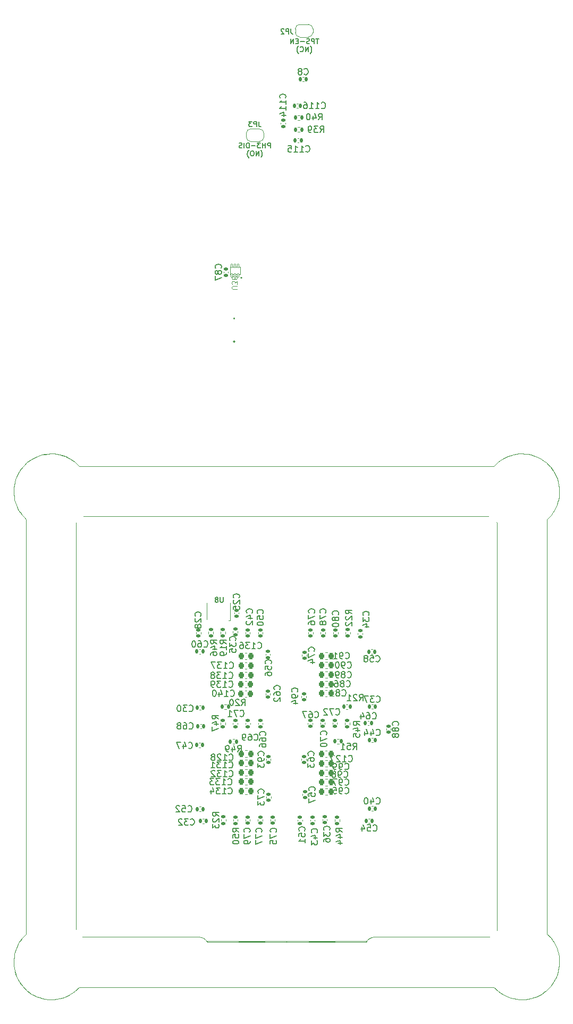
<source format=gbo>
G04 #@! TF.GenerationSoftware,KiCad,Pcbnew,9.0.1*
G04 #@! TF.CreationDate,2025-06-03T01:03:25-04:00*
G04 #@! TF.ProjectId,nerdqaxe++,6e657264-7161-4786-952b-2b2e6b696361,rev?*
G04 #@! TF.SameCoordinates,Original*
G04 #@! TF.FileFunction,Legend,Bot*
G04 #@! TF.FilePolarity,Positive*
%FSLAX46Y46*%
G04 Gerber Fmt 4.6, Leading zero omitted, Abs format (unit mm)*
G04 Created by KiCad (PCBNEW 9.0.1) date 2025-06-03 01:03:25*
%MOMM*%
%LPD*%
G01*
G04 APERTURE LIST*
G04 Aperture macros list*
%AMRoundRect*
0 Rectangle with rounded corners*
0 $1 Rounding radius*
0 $2 $3 $4 $5 $6 $7 $8 $9 X,Y pos of 4 corners*
0 Add a 4 corners polygon primitive as box body*
4,1,4,$2,$3,$4,$5,$6,$7,$8,$9,$2,$3,0*
0 Add four circle primitives for the rounded corners*
1,1,$1+$1,$2,$3*
1,1,$1+$1,$4,$5*
1,1,$1+$1,$6,$7*
1,1,$1+$1,$8,$9*
0 Add four rect primitives between the rounded corners*
20,1,$1+$1,$2,$3,$4,$5,0*
20,1,$1+$1,$4,$5,$6,$7,0*
20,1,$1+$1,$6,$7,$8,$9,0*
20,1,$1+$1,$8,$9,$2,$3,0*%
%AMFreePoly0*
4,1,23,0.500000,-0.750000,0.000000,-0.750000,0.000000,-0.745722,-0.065263,-0.745722,-0.191342,-0.711940,-0.304381,-0.646677,-0.396677,-0.554381,-0.461940,-0.441342,-0.495722,-0.315263,-0.495722,-0.250000,-0.500000,-0.250000,-0.500000,0.250000,-0.495722,0.250000,-0.495722,0.315263,-0.461940,0.441342,-0.396677,0.554381,-0.304381,0.646677,-0.191342,0.711940,-0.065263,0.745722,0.000000,0.745722,
0.000000,0.750000,0.500000,0.750000,0.500000,-0.750000,0.500000,-0.750000,$1*%
%AMFreePoly1*
4,1,23,0.000000,0.745722,0.065263,0.745722,0.191342,0.711940,0.304381,0.646677,0.396677,0.554381,0.461940,0.441342,0.495722,0.315263,0.495722,0.250000,0.500000,0.250000,0.500000,-0.250000,0.495722,-0.250000,0.495722,-0.315263,0.461940,-0.441342,0.396677,-0.554381,0.304381,-0.646677,0.191342,-0.711940,0.065263,-0.745722,0.000000,-0.745722,0.000000,-0.750000,-0.500000,-0.750000,
-0.500000,0.750000,0.000000,0.750000,0.000000,0.745722,0.000000,0.745722,$1*%
G04 Aperture macros list end*
%ADD10C,0.027881*%
%ADD11C,0.204515*%
%ADD12C,0.150000*%
%ADD13C,0.100000*%
%ADD14C,0.120000*%
%ADD15C,0.800000*%
%ADD16C,6.400000*%
%ADD17C,4.000000*%
%ADD18C,5.000000*%
%ADD19C,1.700000*%
%ADD20C,3.000000*%
%ADD21C,2.000000*%
%ADD22C,1.500000*%
%ADD23R,1.000000X1.000000*%
%ADD24O,1.000000X1.000000*%
%ADD25C,1.100000*%
%ADD26R,2.030000X1.730000*%
%ADD27O,2.030000X1.730000*%
%ADD28RoundRect,0.140000X-0.170000X0.140000X-0.170000X-0.140000X0.170000X-0.140000X0.170000X0.140000X0*%
%ADD29RoundRect,0.140000X0.140000X0.170000X-0.140000X0.170000X-0.140000X-0.170000X0.140000X-0.170000X0*%
%ADD30RoundRect,0.135000X-0.135000X-0.185000X0.135000X-0.185000X0.135000X0.185000X-0.135000X0.185000X0*%
%ADD31RoundRect,0.225000X0.225000X0.250000X-0.225000X0.250000X-0.225000X-0.250000X0.225000X-0.250000X0*%
%ADD32RoundRect,0.225000X-0.225000X-0.250000X0.225000X-0.250000X0.225000X0.250000X-0.225000X0.250000X0*%
%ADD33RoundRect,0.135000X0.135000X0.185000X-0.135000X0.185000X-0.135000X-0.185000X0.135000X-0.185000X0*%
%ADD34RoundRect,0.140000X0.170000X-0.140000X0.170000X0.140000X-0.170000X0.140000X-0.170000X-0.140000X0*%
%ADD35RoundRect,0.135000X-0.185000X0.135000X-0.185000X-0.135000X0.185000X-0.135000X0.185000X0.135000X0*%
%ADD36RoundRect,0.140000X-0.140000X-0.170000X0.140000X-0.170000X0.140000X0.170000X-0.140000X0.170000X0*%
%ADD37RoundRect,0.135000X0.185000X-0.135000X0.185000X0.135000X-0.185000X0.135000X-0.185000X-0.135000X0*%
%ADD38R,1.000000X0.900000*%
%ADD39FreePoly0,0.000000*%
%ADD40FreePoly1,0.000000*%
%ADD41RoundRect,0.050000X0.100000X-0.285000X0.100000X0.285000X-0.100000X0.285000X-0.100000X-0.285000X0*%
G04 APERTURE END LIST*
D10*
X56662405Y-101768373D02*
X56677631Y-101780058D01*
X58331933Y-101899386D02*
X58471798Y-101792097D01*
X132642708Y-181526853D02*
X132596319Y-181527561D01*
X133829369Y-99851691D02*
X133911730Y-100050335D01*
X61810500Y-104946319D02*
X61799878Y-104960128D01*
X52480263Y-178699454D02*
X52289409Y-178328015D01*
X61907875Y-171302187D02*
X61921684Y-171312810D01*
X134415609Y-94928087D02*
X133975339Y-94781849D01*
X131150710Y-101151905D02*
X131158195Y-101169963D01*
X81838465Y-171767106D02*
X82008428Y-171895640D01*
X128347131Y-105029176D02*
X128241258Y-104891081D01*
D11*
X87949581Y-66587600D02*
G75*
G02*
X87745067Y-66587600I-102257J0D01*
G01*
X87745067Y-66587600D02*
G75*
G02*
X87949581Y-66587600I102257J0D01*
G01*
D10*
X134855880Y-181076806D02*
X135309559Y-180843107D01*
X137170136Y-104399960D02*
X137461941Y-103981427D01*
X56415251Y-99681020D02*
X56403566Y-99696246D01*
X131642032Y-174359035D02*
X131626509Y-174370720D01*
X133591156Y-176609623D02*
X133420408Y-176740636D01*
X137332450Y-97039518D02*
X137359786Y-97076698D01*
X62386957Y-171529866D02*
X62559398Y-171552528D01*
X58642469Y-174490048D02*
X58773482Y-174660719D01*
X55653960Y-94942605D02*
X55698221Y-94928087D01*
X131158195Y-176118502D02*
X131083323Y-175937917D01*
X138230419Y-173745045D02*
X138244052Y-173789306D01*
X136018009Y-95745324D02*
X136055479Y-95772589D01*
X137461941Y-103981427D02*
X137435419Y-104019315D01*
X81734717Y-171714701D02*
X81714180Y-171705140D01*
X130815168Y-181276512D02*
X130770833Y-181262702D01*
X52055711Y-177874428D02*
X52289409Y-178328015D01*
X56216961Y-100014218D02*
X56209525Y-100032276D01*
X58133289Y-176930427D02*
X58151348Y-176922991D01*
X61620709Y-170876219D02*
X61627436Y-170892153D01*
X57013661Y-101974098D02*
X57194600Y-102049165D01*
X55742128Y-181237562D02*
X55698221Y-181223045D01*
X136528492Y-105070250D02*
X136881377Y-104701644D01*
X136725436Y-96341255D02*
X136758260Y-96374186D01*
X132725200Y-99127579D02*
X132919184Y-99153074D01*
X131083323Y-175161754D02*
X131165684Y-174963110D01*
X62386957Y-171529866D02*
X62300559Y-171518536D01*
X61694005Y-105097869D02*
X61810500Y-104946319D01*
X57981385Y-181532518D02*
X58486316Y-181459222D01*
X57517529Y-94623571D02*
X57053673Y-94628528D01*
X133896756Y-101188022D02*
X133904245Y-101169963D01*
X51599999Y-175151131D02*
X51659840Y-174737910D01*
X51604956Y-175614988D02*
X51609913Y-176078844D01*
X53296438Y-104768566D02*
X53264570Y-104734928D01*
X130770833Y-94888429D02*
X130327482Y-95024754D01*
X56108964Y-175355795D02*
X56083470Y-175549835D01*
X61620709Y-170876219D02*
X61627436Y-170892153D01*
X58761443Y-101505993D02*
X58880770Y-101350548D01*
X58331933Y-176847925D02*
X58471798Y-176740636D01*
X131626509Y-101780058D02*
X131781735Y-101899386D01*
X57369166Y-177020720D02*
X57388641Y-177023198D01*
X137633284Y-178699454D02*
X137387157Y-179036547D01*
X129493550Y-95431602D02*
X129074896Y-95723371D01*
X132317839Y-177020720D02*
X132337240Y-177023198D01*
X138508804Y-175614988D02*
X138503740Y-176078844D01*
X57757247Y-102077138D02*
X57776368Y-102074660D01*
X61560160Y-105597842D02*
X61584946Y-105408051D01*
X138058120Y-98276350D02*
X137824492Y-97822763D01*
X59786175Y-181126024D02*
X59387117Y-181248893D01*
X131471284Y-101661084D02*
X131340267Y-101490413D01*
X128241258Y-171260051D02*
X128283607Y-171204813D01*
X131233071Y-99851691D02*
X131364087Y-99681020D01*
X58487378Y-101780058D02*
X58331933Y-101899386D01*
X132744601Y-174078951D02*
X132725200Y-174076472D01*
X56083470Y-175549835D02*
X56106485Y-175724401D01*
X62473000Y-104609581D02*
X62559398Y-104598250D01*
X57407761Y-99125101D02*
X57388641Y-99127579D01*
X59081539Y-100601297D02*
X59053212Y-100814458D01*
X131980570Y-174169244D02*
X131962493Y-174176679D01*
X108591956Y-171625470D02*
X108605411Y-171621221D01*
X98357376Y-96603989D02*
X62051635Y-96603989D01*
X137387157Y-179036547D02*
X137359786Y-179074080D01*
X132705803Y-102077138D02*
X132725200Y-102074660D01*
X131340267Y-176438952D02*
X131352179Y-176454532D01*
X131781735Y-99302853D02*
X131980570Y-99220705D01*
X136725436Y-96341255D02*
X136758260Y-96374186D01*
X134030194Y-175549835D02*
X134007210Y-175375270D01*
X58151348Y-99228141D02*
X58331933Y-99302853D01*
X131962493Y-101974098D02*
X132143256Y-102049165D01*
X57776368Y-174076472D02*
X57970408Y-174101967D01*
X138508804Y-100536144D02*
X138503740Y-100072288D01*
X128241258Y-104891081D02*
X128357718Y-105042985D01*
X56595836Y-181445766D02*
X56138353Y-181369283D01*
X52006138Y-173345987D02*
X52189202Y-172970653D01*
X96371682Y-172392426D02*
X107705920Y-172393843D01*
X138508804Y-100536144D02*
X138513832Y-101000000D01*
X138508804Y-175614988D02*
X138513832Y-175151131D01*
X60161509Y-95207818D02*
X60203292Y-95228355D01*
X52480263Y-178699454D02*
X52781238Y-179111614D01*
X108591956Y-171625470D02*
X108707814Y-171592894D01*
X51599999Y-175151131D02*
X51605310Y-175661373D01*
X129952211Y-180942960D02*
X129910514Y-180922777D01*
X56134458Y-175937917D02*
X56202089Y-176100443D01*
X51686396Y-99614451D02*
X51609913Y-100072288D01*
X133975339Y-94781849D02*
X134371582Y-94913216D01*
X137700667Y-172512108D02*
X137408863Y-172093576D01*
X133911730Y-174999227D02*
X133904245Y-174981169D01*
X136528492Y-141376027D02*
X136528492Y-171080882D01*
X133896756Y-176136560D02*
X133979117Y-175937917D01*
X136791049Y-179744016D02*
X136758260Y-179776946D01*
X57194600Y-174101967D02*
X57407761Y-174073994D01*
X52055711Y-98276350D02*
X51894600Y-98760744D01*
X137904056Y-172929225D02*
X138107444Y-173345987D01*
X62559398Y-104598250D02*
X84217941Y-104598250D01*
X56209525Y-174981169D02*
X56134458Y-175161754D01*
X136055479Y-180378543D02*
X136430197Y-180104832D01*
X135680754Y-95498878D02*
X135227074Y-95265534D01*
X51599999Y-101000000D02*
X51673295Y-101504931D01*
X138350597Y-176993809D02*
X138434835Y-176490649D01*
X128034294Y-171418682D02*
X128089496Y-171376192D01*
X57388641Y-102074660D02*
X57582681Y-102100154D01*
X62300559Y-104632596D02*
X62236469Y-104659153D01*
X60245074Y-180902240D02*
X60203292Y-180922777D01*
X57776368Y-174076472D02*
X57582681Y-174050978D01*
X62490351Y-104607456D02*
X62473000Y-104609581D01*
X127620860Y-171541197D02*
X127534639Y-171552528D01*
X138440606Y-174645847D02*
X138447263Y-174691878D01*
X56216961Y-100014218D02*
X56209525Y-100032276D01*
X79886020Y-104598250D02*
X84217941Y-104598250D01*
X53264570Y-171415850D02*
X53585374Y-171080882D01*
X128473293Y-105274913D02*
X128466636Y-105258625D01*
X82319318Y-172238044D02*
X82407840Y-172393843D01*
X56415251Y-174629559D02*
X56403566Y-174645139D01*
X133435931Y-99422181D02*
X133280705Y-99302853D01*
X133099947Y-174176679D02*
X133280705Y-174251746D01*
X56111797Y-175336320D02*
X56108964Y-175355795D01*
X51604602Y-100582530D02*
X51604956Y-100536144D01*
X58440284Y-94685183D02*
X57981385Y-94618614D01*
X57031719Y-99220705D02*
X57013661Y-99228141D01*
X104840174Y-172237690D02*
X95056951Y-172246542D01*
X137924416Y-103180125D02*
X137904056Y-103221907D01*
X107806233Y-172213258D02*
X107820503Y-172190950D01*
X81508455Y-171621221D02*
X81521910Y-171625470D01*
X51763233Y-99156969D02*
X51894600Y-98760744D01*
X58151348Y-99228141D02*
X57970408Y-99153074D01*
X56138353Y-181369283D02*
X56641868Y-181453556D01*
X137170136Y-104399960D02*
X136881377Y-104701644D01*
X130327482Y-181126024D02*
X129952211Y-180942960D01*
X56134458Y-175161754D02*
X56111797Y-175336320D01*
X131214184Y-181399381D02*
X131719217Y-181472677D01*
X58151348Y-101974098D02*
X58331933Y-101899386D01*
X130770833Y-181262702D02*
X131214184Y-181399381D01*
X138380695Y-101918152D02*
X138453920Y-101413222D01*
X81838465Y-171767106D02*
X81833862Y-171764273D01*
X131642032Y-99410142D02*
X131626509Y-99422181D01*
X57582681Y-102100154D02*
X57369166Y-102071827D01*
X58948047Y-176136560D02*
X58955483Y-176118502D01*
X138453920Y-101413222D02*
X138447263Y-101458899D01*
X128466636Y-105258625D02*
X128499920Y-105339003D01*
X82102970Y-171969290D02*
X81969832Y-171866959D01*
X128430767Y-179900169D02*
X128397234Y-179867947D01*
X54804147Y-95308025D02*
X54845576Y-95286779D01*
X61694005Y-171052909D02*
X61620709Y-170876219D01*
X131673306Y-94685183D02*
X132132424Y-94618614D01*
X58955483Y-101169963D02*
X58948047Y-101188022D01*
X56111797Y-100387781D02*
X56108964Y-100407256D01*
X56391527Y-176438952D02*
X56403566Y-176454532D01*
X57582681Y-102100154D02*
X57757247Y-102077138D01*
X81508455Y-171621221D02*
X81415683Y-171595019D01*
X131471284Y-174490048D02*
X131364087Y-174629559D01*
X127793265Y-104632596D02*
X127970026Y-104705539D01*
X138427186Y-176536326D02*
X138503740Y-176078844D01*
X131032246Y-100601297D02*
X131060339Y-100387781D01*
X133081870Y-101981534D02*
X133099947Y-101974098D01*
X51604956Y-175614988D02*
X51599999Y-175151131D01*
X129151015Y-180480521D02*
X129112954Y-180453964D01*
X51609913Y-176078844D02*
X51694186Y-176582004D01*
X62059779Y-171418682D02*
X61907875Y-171302187D01*
X57563915Y-181527915D02*
X57517529Y-181527561D01*
X136528492Y-141376027D02*
X136528492Y-105070250D01*
X128283607Y-171204813D02*
X128294195Y-171191003D01*
X58394607Y-94678455D02*
X58440284Y-94685183D01*
X61990731Y-104785209D02*
X62059779Y-104732095D01*
X128241258Y-171260051D02*
X128089496Y-171376192D01*
X59053212Y-100814458D02*
X59056044Y-100794983D01*
X57582681Y-99102085D02*
X57407761Y-99125101D01*
X58761443Y-174645139D02*
X58642469Y-174490048D01*
X133829369Y-101350548D02*
X133698353Y-101521219D01*
X55257735Y-95074326D02*
X54804147Y-95308025D01*
X53232347Y-171449488D02*
X53264570Y-171415850D01*
X131471284Y-176609623D02*
X131340267Y-176438952D01*
X56550159Y-94712802D02*
X56595836Y-94705012D01*
X57053673Y-94628528D02*
X56550159Y-94712802D01*
X132919184Y-99153074D02*
X132744601Y-99130412D01*
X51733136Y-101918152D02*
X51883270Y-102405733D01*
X56833075Y-174251746D02*
X57031719Y-174169244D01*
X133280705Y-99302853D02*
X133451454Y-99433866D01*
X131471284Y-174490048D02*
X131642032Y-174359035D01*
X132337240Y-174076472D02*
X132143256Y-174101967D01*
X130726497Y-94901885D02*
X130770833Y-94888429D01*
X136092963Y-180350924D02*
X136055479Y-180378543D01*
X53585374Y-171080882D02*
X53585374Y-138075566D01*
X58487378Y-99422181D02*
X58642469Y-99541155D01*
X137359786Y-97076698D02*
X137086288Y-96702072D01*
X133081870Y-176930427D02*
X133099947Y-176922991D01*
X134007210Y-175375270D02*
X134004657Y-175355795D01*
X122604662Y-171552528D02*
X121372185Y-171552528D01*
X131471284Y-99541155D02*
X131642032Y-99410142D01*
X56284238Y-99851691D02*
X56415251Y-99681020D01*
X109047278Y-171552528D02*
X122604662Y-171552528D01*
X53585374Y-138075566D02*
X53585374Y-134775105D01*
X135309559Y-180843107D02*
X135268315Y-180864353D01*
X58899537Y-94751751D02*
X59298595Y-94874620D01*
X54020903Y-95799854D02*
X54058082Y-95772589D01*
X133563534Y-181437976D02*
X133517775Y-181445766D01*
D11*
X86810972Y-76757600D02*
G75*
G02*
X86606458Y-76757600I-102257J0D01*
G01*
X86606458Y-76757600D02*
G75*
G02*
X86810972Y-76757600I102257J0D01*
G01*
D10*
X136881377Y-104701644D02*
X136849296Y-104734928D01*
X61571490Y-170639333D02*
X61560160Y-170553290D01*
X56111797Y-100387781D02*
X56108964Y-100407256D01*
X133722173Y-174660719D02*
X133710261Y-174645139D01*
X56138353Y-94781849D02*
X56550159Y-94712802D01*
X54433062Y-95498878D02*
X54020903Y-95799854D01*
X53296438Y-104768566D02*
X53264570Y-104734928D01*
X131781735Y-174251746D02*
X131980570Y-174169244D01*
X131781731Y-99302853D02*
X131642032Y-99410142D01*
X137924416Y-103180125D02*
X137904056Y-103221907D01*
X134030194Y-100601297D02*
X134002101Y-100814458D01*
X59058523Y-175375270D02*
X59056044Y-175355795D01*
X56693210Y-99410142D02*
X56677631Y-99422181D01*
X55742128Y-181237562D02*
X55698221Y-181223045D01*
X58880770Y-176299441D02*
X58948047Y-176136560D01*
X53388146Y-179809522D02*
X53355570Y-179776946D01*
X107794371Y-172238044D02*
X104840174Y-172237690D01*
X135268315Y-180864353D02*
X135680754Y-180651899D01*
X132725200Y-177023198D02*
X132919184Y-176997704D01*
X127534639Y-171552528D02*
X121372185Y-171552528D01*
X57194600Y-102049165D02*
X57369166Y-102071827D01*
X131233071Y-101350548D02*
X131340267Y-101490413D01*
X131158195Y-101169963D02*
X131233071Y-101350548D01*
X53355570Y-96374186D02*
X53027330Y-96702072D01*
X138453920Y-101413222D02*
X138447263Y-101458899D01*
X128034294Y-104732095D02*
X127970026Y-104705539D01*
X138509300Y-175568602D02*
X138508804Y-175614988D01*
X57517529Y-181527561D02*
X57981385Y-181532518D01*
X56677631Y-99422181D02*
X56833075Y-99302853D01*
X55257735Y-181076806D02*
X55742128Y-181237562D01*
X52412986Y-103638669D02*
X52704755Y-104057556D01*
X61810500Y-104946319D02*
X61799878Y-104960128D01*
X62059779Y-104732095D02*
X62004541Y-104774586D01*
X132725200Y-102074660D02*
X132531220Y-102100154D01*
X132919184Y-176997704D02*
X133081870Y-176930427D01*
X56415251Y-174629559D02*
X56403566Y-174645139D01*
X133911730Y-100050335D02*
X133904245Y-100032276D01*
X131083323Y-100213215D02*
X131165684Y-100014218D01*
X108944876Y-171561734D02*
X108965342Y-171559964D01*
X131158195Y-176118502D02*
X131233071Y-176299441D01*
X128062160Y-96603989D02*
X128363738Y-96315053D01*
X58502604Y-99433866D02*
X58487378Y-99422181D01*
X59053212Y-100814458D02*
X59056044Y-100794983D01*
X53683456Y-180104832D02*
X54095616Y-180405808D01*
X56522540Y-99541155D02*
X56693210Y-99410142D01*
X137904056Y-103221907D02*
X138107444Y-102804791D01*
X128732344Y-180188751D02*
X128430767Y-179900169D01*
X58440284Y-181465949D02*
X57981385Y-181532518D01*
X81521910Y-171625470D02*
X81714180Y-171705140D01*
X62051635Y-96603989D02*
X95056951Y-96603989D01*
X132337240Y-177023198D02*
X132143256Y-176997704D01*
X79886020Y-104598250D02*
X62559398Y-104598250D01*
X131962493Y-174176679D02*
X132143256Y-174101967D01*
X108399509Y-171705140D02*
X108591956Y-171625470D01*
X129074896Y-95723371D02*
X129112957Y-95696814D01*
X134855880Y-181076806D02*
X134459637Y-181208527D01*
X56106485Y-175724401D02*
X56108964Y-175743876D01*
X56138353Y-94781849D02*
X55653960Y-94942605D01*
X54058082Y-95772589D02*
X53683456Y-96045945D01*
X128400067Y-171052909D02*
X128426695Y-170988465D01*
X127793265Y-104632596D02*
X127724324Y-104623390D01*
X134007210Y-100426377D02*
X134004657Y-100407256D01*
X56391527Y-101490413D02*
X56403566Y-101505993D01*
X51678960Y-99660483D02*
X51686396Y-99614451D01*
X53585374Y-105070250D02*
X53296438Y-104768566D01*
X131340267Y-101490413D02*
X131352179Y-101505993D01*
X138257720Y-102317210D02*
X138244052Y-102361472D01*
X132919184Y-174101967D02*
X132744601Y-174078951D01*
X52268164Y-97864191D02*
X52055711Y-98276350D01*
X136791049Y-179744016D02*
X136758260Y-179776946D01*
X137359786Y-179074080D02*
X137086288Y-179448706D01*
X62236469Y-104659153D02*
X62220535Y-104665881D01*
X81405769Y-171592894D02*
X81415683Y-171595019D01*
X52268164Y-178286941D02*
X52480263Y-178699454D01*
X133280705Y-101899386D02*
X133280709Y-101899386D01*
X131610986Y-176716912D02*
X131626509Y-176728951D01*
X131083323Y-100989024D02*
X131150710Y-101151905D01*
X132744601Y-99130412D02*
X132725200Y-99127579D01*
X56202089Y-101151905D02*
X56209525Y-101169963D01*
X56995602Y-101966663D02*
X57013661Y-101974098D01*
X60203292Y-180922777D02*
X60620054Y-180719176D01*
X133118023Y-174184469D02*
X133099947Y-174176679D01*
X52006138Y-102804791D02*
X51883270Y-102405733D01*
X81148346Y-171559964D02*
X81168884Y-171561734D01*
X131032246Y-175549835D02*
X131060339Y-175336320D01*
X81969832Y-171866959D02*
X82008428Y-171895640D01*
X132705803Y-102077138D02*
X132725200Y-102074660D01*
X57013661Y-174176679D02*
X56833075Y-174251746D01*
X133979117Y-100989024D02*
X134002101Y-100814458D01*
X127970026Y-104705539D02*
X127953951Y-104698811D01*
X133829369Y-174800230D02*
X133911730Y-174999227D01*
X51894600Y-98760744D02*
X51909472Y-98716837D01*
X133975339Y-181369283D02*
X134459637Y-181208527D01*
X58761443Y-176454532D02*
X58642469Y-176609623D01*
X131364087Y-174629559D02*
X131352179Y-174645139D01*
X51599999Y-101000000D02*
X51604602Y-100582530D01*
X108399509Y-171705140D02*
X108379184Y-171714701D01*
X134004657Y-100794983D02*
X133979117Y-100989024D01*
X129112957Y-95696814D02*
X129493550Y-95431602D01*
X135227074Y-95265534D02*
X135268319Y-95286779D01*
X132143256Y-176997704D02*
X131944417Y-176915201D01*
X58486316Y-181459222D02*
X58440284Y-181465949D01*
X133904245Y-101169963D02*
X133896756Y-101188022D01*
X61594152Y-170811774D02*
X61620709Y-170876219D01*
X74897265Y-171552528D02*
X62559398Y-171552528D01*
X58169406Y-99235576D02*
X58151348Y-99228141D01*
X52943765Y-171750818D02*
X53232347Y-171449488D01*
X128473293Y-105274913D02*
X128466636Y-105258625D01*
X61594152Y-170811774D02*
X61569012Y-170622337D01*
X51686396Y-176536326D02*
X51609913Y-176078844D01*
X58502604Y-99433866D02*
X58487378Y-99422181D01*
X138447263Y-174691878D02*
X138380695Y-174232625D01*
X56522540Y-99541155D02*
X56415251Y-99681020D01*
X51609913Y-100072288D02*
X51604602Y-100582530D01*
X59030550Y-175161754D02*
X58962919Y-174999227D01*
X53585374Y-138075566D02*
X53585374Y-134775105D01*
X59056044Y-100794983D02*
X59081539Y-100601297D01*
X131781735Y-174251746D02*
X131642032Y-174359035D01*
X133451454Y-174382759D02*
X133435931Y-174370720D01*
X137408863Y-172093576D02*
X137435419Y-172131463D01*
X61852637Y-171260051D02*
X61736142Y-171108147D01*
X58880770Y-174800230D02*
X58773482Y-174660719D01*
X57582681Y-99102085D02*
X57795843Y-99130412D01*
X58955483Y-100032276D02*
X59030550Y-100213215D01*
X56403566Y-176454532D02*
X56284238Y-176299441D01*
X82102970Y-171969290D02*
X82097304Y-171963625D01*
X130327482Y-181126024D02*
X130815168Y-181276512D01*
X57970408Y-176997704D02*
X57757247Y-177025677D01*
X52246919Y-97905265D02*
X52268164Y-97864191D01*
X59056044Y-100407256D02*
X59081539Y-100601297D01*
X81066552Y-171552528D02*
X74897265Y-171552528D01*
X134004657Y-175355795D02*
X133979117Y-175161754D01*
X59030550Y-100989024D02*
X58955483Y-101169963D01*
X51909472Y-98716837D02*
X52055711Y-98276350D01*
X59387117Y-181248893D02*
X59342856Y-181262702D01*
X58331933Y-99302853D02*
X58502604Y-99433866D01*
X128397270Y-96283185D02*
X128062160Y-96603989D01*
X131055230Y-100775862D02*
X131057783Y-100794983D01*
X58761443Y-101505993D02*
X58642469Y-101661084D01*
X133710261Y-176454532D02*
X133591156Y-176609623D01*
X52209739Y-103221907D02*
X52006138Y-102804791D01*
X133280705Y-101899386D02*
X133081870Y-101981534D01*
X51659840Y-174737910D02*
X51666567Y-174691878D01*
X108279827Y-171764273D02*
X108143750Y-171866959D01*
X131083323Y-175937917D02*
X131055230Y-175724401D01*
X51869814Y-173789306D02*
X51733136Y-174232625D01*
X137387157Y-179036547D02*
X137359786Y-179074080D01*
X109047278Y-171552528D02*
X108965342Y-171559964D01*
X137408863Y-172093576D02*
X137435419Y-172131463D01*
X133904245Y-176118502D02*
X133829369Y-176299441D01*
X138204358Y-98716837D02*
X138058120Y-98276350D01*
X128522617Y-105511445D02*
X128533948Y-105597842D01*
X132143256Y-99153074D02*
X132356637Y-99125101D01*
X133517775Y-181445766D02*
X133975339Y-181369283D01*
X133904245Y-174981169D02*
X133979117Y-175161754D01*
X133451454Y-174382759D02*
X133435931Y-174370720D01*
X133911730Y-174999227D02*
X133904245Y-174981169D01*
X56677631Y-176728951D02*
X56522540Y-176609623D01*
X132356637Y-99125101D02*
X132337240Y-99127579D01*
X131962493Y-99228141D02*
X132143256Y-99153074D01*
X138107444Y-102804791D02*
X138257720Y-102317210D01*
X82097304Y-171963625D02*
X82277889Y-172170767D01*
X128103270Y-171365923D02*
X128241258Y-171260051D01*
X57970408Y-174101967D02*
X57795843Y-174078951D01*
X127970026Y-104705539D02*
X127953951Y-104698811D01*
X128294195Y-171191003D02*
X128400067Y-171052909D01*
X52753974Y-179074080D02*
X53027330Y-179448706D01*
X132549930Y-94623217D02*
X132596319Y-94623571D01*
X133710261Y-101505993D02*
X133829369Y-101350548D01*
X137086288Y-179448706D02*
X136791049Y-179744016D01*
X56108964Y-175743876D02*
X56134458Y-175937917D01*
X133435931Y-101780058D02*
X133280705Y-101899386D01*
X137332450Y-97039518D02*
X137359786Y-97076698D01*
X131083323Y-100213215D02*
X131060339Y-100387781D01*
X62300559Y-171518536D02*
X62369606Y-171527742D01*
X133698353Y-101521219D02*
X133710261Y-101505993D01*
X134004657Y-100407256D02*
X134030194Y-100601297D01*
X132725200Y-174076472D02*
X132919184Y-174101967D01*
X52189202Y-172970653D02*
X52209739Y-172929225D01*
X52678199Y-172131463D02*
X52412986Y-172512108D01*
X128426695Y-170988465D02*
X128433351Y-170972531D01*
X134004657Y-175743876D02*
X134030194Y-175549835D01*
X56106485Y-175724401D02*
X56108964Y-175743876D01*
X61799878Y-104960128D02*
X61852637Y-104891081D01*
X131060339Y-100387781D02*
X131057783Y-100407256D01*
X56677631Y-101780058D02*
X56522540Y-101661084D01*
X58331933Y-176847925D02*
X58133289Y-176930427D01*
X81833862Y-171764273D02*
X81734717Y-171714701D01*
X134004657Y-100794983D02*
X134030194Y-100601297D01*
X133710261Y-174645139D02*
X133829369Y-174800230D01*
X59298595Y-94874620D02*
X59342856Y-94888429D01*
X131032246Y-100601297D02*
X131055230Y-100775862D01*
X56106485Y-100775862D02*
X56108964Y-100794983D01*
X136018009Y-95745324D02*
X136055479Y-95772589D01*
X82277889Y-172170767D02*
X82247438Y-172135004D01*
X61381345Y-95962381D02*
X61683028Y-96250963D01*
X61569012Y-170622337D02*
X61571490Y-170639333D01*
X60203292Y-95228355D02*
X60620054Y-95431602D01*
X131673302Y-181465949D02*
X131214184Y-181399381D01*
X52209739Y-103221907D02*
X52412986Y-103638669D01*
X128732379Y-95962381D02*
X128363738Y-96315053D01*
X128089496Y-171376192D02*
X128103270Y-171365923D01*
X59342856Y-181262702D02*
X58899537Y-181399381D01*
X135268315Y-180864353D02*
X134855880Y-181076806D01*
X128433351Y-170972531D02*
X128400067Y-171052909D01*
X58394607Y-94678455D02*
X58440284Y-94685183D01*
X56284238Y-176299441D02*
X56202089Y-176100443D01*
X61736142Y-171108147D02*
X61746764Y-171121956D01*
X52704755Y-104057556D02*
X52678199Y-104019315D01*
X133904245Y-176118502D02*
X133896756Y-176136560D01*
X61683028Y-96250963D02*
X61716313Y-96283185D01*
X56284238Y-176299441D02*
X56391527Y-176438952D01*
X131158195Y-174981169D02*
X131233071Y-174800230D01*
X53264570Y-104734928D02*
X53585374Y-105070250D01*
X133979117Y-100213215D02*
X133911730Y-100050335D01*
X56134458Y-100989024D02*
X56106485Y-100775862D01*
X56662405Y-176716912D02*
X56677631Y-176728951D01*
X136817216Y-171382211D02*
X136849296Y-171415850D01*
X57471143Y-94623925D02*
X57517529Y-94623571D01*
X56833075Y-99302853D02*
X56693210Y-99410142D01*
X133979117Y-100989024D02*
X133904245Y-101169963D01*
X133979117Y-175161754D02*
X134007210Y-175375270D01*
X54845576Y-95286779D02*
X55257735Y-95074326D01*
X131610986Y-101768373D02*
X131626509Y-101780058D01*
X57388641Y-99127579D02*
X57582681Y-99102085D01*
X108698112Y-171595019D02*
X108605411Y-171621221D01*
X133829369Y-99851691D02*
X133722173Y-99711826D01*
X57757247Y-102077138D02*
X57776368Y-102074660D01*
X137700667Y-103638669D02*
X137924416Y-103180125D01*
X56403566Y-174645139D02*
X56284238Y-174800230D01*
X128062160Y-96603989D02*
X95056951Y-96603989D01*
X129868820Y-95248538D02*
X129910517Y-95228355D01*
X133280709Y-99302853D02*
X133118023Y-99235576D01*
X59056044Y-100794983D02*
X59030550Y-100989024D01*
X91756490Y-179547143D02*
X95056951Y-179547143D01*
X57471143Y-94623925D02*
X57517529Y-94623571D01*
X58642469Y-176609623D02*
X58749758Y-176470112D01*
X128433351Y-170972531D02*
X128499920Y-170811774D01*
X108143750Y-171866959D02*
X108105225Y-171895640D01*
X56134458Y-100989024D02*
X56202089Y-101151905D01*
X127620860Y-171541197D02*
X127793265Y-171518536D01*
X138058120Y-98276350D02*
X138189734Y-98672575D01*
X61381345Y-95962381D02*
X60962812Y-95670257D01*
X96371682Y-172392426D02*
X104840174Y-172237690D01*
X131150710Y-101151905D02*
X131158195Y-101169963D01*
X93739387Y-172392426D02*
X85255421Y-172237690D01*
X133060214Y-181522249D02*
X132642708Y-181526853D01*
X133975339Y-181369283D02*
X133563534Y-181437976D01*
X133829369Y-174800230D02*
X133722173Y-174660719D01*
X54845576Y-180864353D02*
X54433062Y-180651899D01*
X131083323Y-175161754D02*
X131060339Y-175336320D01*
X131626509Y-176728951D02*
X131781735Y-176847925D01*
X54095616Y-180405808D02*
X54058082Y-180378543D01*
X51666567Y-174691878D02*
X51733136Y-174232625D01*
X85255421Y-172237690D02*
X95056951Y-172246542D01*
X127724324Y-104623390D02*
X127707080Y-104620912D01*
X61716313Y-179867947D02*
X61381345Y-180188751D01*
X62220535Y-104665881D02*
X62059779Y-104732095D01*
X121372185Y-171552528D02*
X122604662Y-171552528D01*
X132337240Y-102074660D02*
X132531220Y-102100154D01*
X57194600Y-99153074D02*
X57407761Y-99125101D01*
X128186056Y-104848591D02*
X128172282Y-104837968D01*
X56108964Y-100794983D02*
X56134458Y-100989024D01*
X138509300Y-175568602D02*
X138508804Y-175614988D01*
X57194600Y-176997704D02*
X57369166Y-177020720D01*
X136881377Y-104701644D02*
X136849296Y-104734928D01*
X131165684Y-100014218D02*
X131158195Y-100032276D01*
X58169406Y-174184469D02*
X58151348Y-174176679D01*
X57194600Y-176997704D02*
X56995602Y-176915201D01*
X133591156Y-174490048D02*
X133722173Y-174660719D01*
X58642469Y-99541155D02*
X58773482Y-99711826D01*
X138513832Y-101000000D02*
X138453920Y-101413222D01*
X58761443Y-176454532D02*
X58880770Y-176299441D01*
X136758260Y-179776946D02*
X137086288Y-179448706D01*
X133435931Y-176728951D02*
X133591156Y-176609623D01*
X132317839Y-102071827D02*
X132337240Y-102074660D01*
X52704755Y-104057556D02*
X52678199Y-104019315D01*
X53585374Y-171080882D02*
X53232347Y-171449488D01*
X61627436Y-170892153D02*
X61694005Y-171052909D01*
X130770833Y-94888429D02*
X131214184Y-94751751D01*
X131352179Y-176454532D02*
X131471284Y-176609623D01*
X132919184Y-176997704D02*
X132705803Y-177025677D01*
X128089496Y-171376192D02*
X128103270Y-171365923D01*
X56403566Y-176454532D02*
X56522540Y-176609623D01*
X131060339Y-175336320D02*
X131057783Y-175355795D01*
X129493550Y-180719176D02*
X129151015Y-180480521D01*
X76131264Y-171552528D02*
X74897265Y-171552528D01*
X56083470Y-175549835D02*
X56111797Y-175336320D01*
X52189202Y-172970653D02*
X52209739Y-172929225D01*
X133451454Y-99433866D02*
X133435931Y-99422181D01*
X137086288Y-96702072D02*
X137332450Y-97039518D01*
X108016526Y-171963625D02*
X108105225Y-171895640D01*
X137435419Y-172131463D02*
X137700667Y-172512108D01*
X52268164Y-97864191D02*
X52480263Y-97451678D01*
X81415683Y-171595019D02*
X81148346Y-171559964D01*
X131626509Y-99422181D02*
X131781735Y-99302853D01*
X132596319Y-181527561D02*
X132132424Y-181532518D01*
X132132424Y-94618614D02*
X131627391Y-94691910D01*
X133081870Y-101981534D02*
X133099947Y-101974098D01*
X58133289Y-176930427D02*
X58151348Y-176922991D01*
X58955483Y-100032276D02*
X58880770Y-99851691D01*
X128357718Y-105042985D02*
X128347131Y-105029176D01*
X56662405Y-101768373D02*
X56677631Y-101780058D01*
X128062125Y-179547143D02*
X128430767Y-179900169D01*
X133517778Y-94705012D02*
X133975339Y-94781849D01*
X131980570Y-99220705D02*
X131962493Y-99228141D01*
X55257735Y-181076806D02*
X54886650Y-180885598D01*
X56833075Y-174251746D02*
X56693210Y-174359035D01*
X52006138Y-102804791D02*
X52229922Y-103263690D01*
X132531220Y-174050978D02*
X132744601Y-174078951D01*
X136758260Y-179776946D02*
X136430197Y-180104832D01*
X58487378Y-101780058D02*
X58642469Y-101661084D01*
X128533948Y-127249658D02*
X128533948Y-122919153D01*
X133099947Y-174176679D02*
X132919184Y-174101967D01*
X52781238Y-179111614D02*
X52753974Y-179074080D01*
X56209525Y-176118502D02*
X56134458Y-175937917D01*
X52055711Y-177874428D02*
X51923990Y-177478202D01*
X137883731Y-172887442D02*
X137904056Y-172929225D01*
X59342856Y-94888429D02*
X59786175Y-95024754D01*
X127793265Y-171518536D02*
X127603615Y-171543322D01*
X136528492Y-171080882D02*
X136528492Y-138075566D01*
X51763233Y-176993809D02*
X51694186Y-176582004D01*
X138434835Y-176490649D02*
X138427186Y-176536326D01*
X138189734Y-98672575D02*
X138204358Y-98716837D01*
X61852637Y-104891081D02*
X62004541Y-104774586D01*
X62490351Y-104607456D02*
X62473000Y-104609581D01*
X134004657Y-175355795D02*
X134030194Y-175549835D01*
X59030550Y-175161754D02*
X59058523Y-175375270D01*
X108010684Y-171969290D02*
X108016526Y-171963625D01*
X131944417Y-176915201D02*
X131962493Y-176922991D01*
X56108964Y-100407256D02*
X56083470Y-100601297D01*
X129910517Y-95228355D02*
X130327482Y-95024754D01*
X51909472Y-177434295D02*
X51763233Y-176993809D01*
X56403566Y-99696246D02*
X56522540Y-99541155D01*
X61660721Y-105178247D02*
X61694005Y-105097869D01*
X81415683Y-171595019D02*
X81405769Y-171592894D01*
X136849296Y-171415850D02*
X137170136Y-171750818D01*
X51694186Y-176582004D02*
X51686396Y-176536326D01*
X60161509Y-95207818D02*
X60203292Y-95228355D01*
X132531220Y-102100154D02*
X132317839Y-102071827D01*
X127857568Y-171491979D02*
X127873608Y-171485251D01*
X137170136Y-171750818D02*
X136817216Y-171382211D01*
X134415609Y-181223045D02*
X134855880Y-181076806D01*
X131944417Y-101966663D02*
X131962493Y-101974098D01*
X137845702Y-178286941D02*
X137633284Y-178699454D01*
X127603615Y-171543322D02*
X127620860Y-171541197D01*
X137086288Y-96702072D02*
X136725436Y-96341255D01*
X108605411Y-171621221D02*
X108379184Y-171714701D01*
X62140157Y-171451967D02*
X62059779Y-171418682D01*
X108105225Y-171895640D02*
X108143750Y-171866959D01*
X62140157Y-171451967D02*
X62300559Y-171518536D01*
X62004541Y-104774586D02*
X61990731Y-104785209D01*
X57407761Y-174073994D02*
X57388641Y-174076472D01*
X132531220Y-177048693D02*
X132317839Y-177020720D01*
X128533948Y-170553290D02*
X128508985Y-170743081D01*
X51894600Y-98760744D02*
X51909472Y-98716837D01*
X57776368Y-177023198D02*
X57970408Y-176997704D01*
X138427186Y-176536326D02*
X138350597Y-176993809D01*
X128533948Y-122919153D02*
X128533948Y-127249658D01*
X129112954Y-180453964D02*
X128732344Y-180188751D01*
X108105225Y-171895640D02*
X108275330Y-171767106D01*
X133911730Y-100050335D02*
X133904245Y-100032276D01*
X127953951Y-104698811D02*
X127793265Y-104632596D01*
X138440606Y-174645847D02*
X138447263Y-174691878D01*
X127603615Y-171543322D02*
X127620860Y-171541197D01*
X138419503Y-99568774D02*
X138427186Y-99614451D01*
X133517778Y-94705012D02*
X133060214Y-94628528D01*
X53683456Y-96045945D02*
X54020903Y-95799854D01*
X128499920Y-170811774D02*
X128508985Y-170743081D01*
X138434835Y-176490649D02*
X138427186Y-176536326D01*
X95056951Y-179547143D02*
X128062125Y-179547143D01*
X95056951Y-172393489D02*
X96371682Y-172392426D01*
X133904245Y-100032276D02*
X133979117Y-100213215D01*
X128363738Y-96315053D02*
X128397270Y-96283185D01*
X62300559Y-104632596D02*
X62490351Y-104607456D01*
X56677631Y-174370720D02*
X56522540Y-174490048D01*
X52678199Y-104019315D02*
X52943765Y-104399960D01*
X138513832Y-175151131D02*
X138509300Y-175568602D01*
X54058082Y-95772589D02*
X54433062Y-95498878D01*
X82407840Y-172393843D02*
X93739387Y-172392426D01*
X133420408Y-176740636D02*
X133435931Y-176728951D01*
X132337240Y-102074660D02*
X132143256Y-102049165D01*
X134002101Y-175763351D02*
X134004657Y-175743876D01*
X62123869Y-171445239D02*
X62140157Y-171451967D01*
X127953951Y-104698811D02*
X128034294Y-104732095D01*
X61560160Y-148901474D02*
X61560160Y-105597842D01*
X136092963Y-180350924D02*
X136055479Y-180378543D01*
X107820503Y-172190950D02*
X107794371Y-172238044D01*
X59342856Y-94888429D02*
X58899537Y-94751751D01*
X104840174Y-172237690D02*
X96371682Y-172392426D01*
X134855880Y-95074326D02*
X134371582Y-94913216D01*
X129493550Y-180719176D02*
X129952211Y-180942960D01*
X56216961Y-174963110D02*
X56209525Y-174981169D01*
X128524883Y-105528795D02*
X128522617Y-105511445D01*
X132337240Y-99127579D02*
X132143256Y-99153074D01*
X128430767Y-179900169D02*
X128397234Y-179867947D01*
X128186056Y-104848591D02*
X128172282Y-104837968D01*
X134007210Y-175375270D02*
X134004657Y-175355795D01*
X128732344Y-180188751D02*
X129151015Y-180480521D01*
X59081539Y-175549835D02*
X59053212Y-175763351D01*
X56138353Y-181369283D02*
X55742128Y-181237562D01*
X85255421Y-172237690D02*
X82319318Y-172238044D01*
X138419503Y-99568774D02*
X138427186Y-99614451D01*
X58331933Y-174251746D02*
X58169406Y-174184469D01*
X52055711Y-98276350D02*
X52246919Y-97905265D01*
X58642469Y-101661084D02*
X58471798Y-101792097D01*
X58642469Y-101661084D02*
X58749758Y-101521219D01*
X133472020Y-94697576D02*
X133517778Y-94705012D01*
X51678960Y-99660483D02*
X51686396Y-99614451D01*
X58642469Y-99541155D02*
X58502604Y-99433866D01*
X81405769Y-171592894D02*
X81521910Y-171625470D01*
X133280705Y-174251746D02*
X133118023Y-174184469D01*
X132143256Y-99153074D02*
X131980570Y-99220705D01*
X133420408Y-101792097D02*
X133435931Y-101780058D01*
X137866947Y-178245513D02*
X137845702Y-178286941D01*
X131471284Y-99541155D02*
X131364087Y-99681020D01*
X138107444Y-173345987D02*
X137883731Y-172887442D01*
X51909472Y-177434295D02*
X52055711Y-177874428D01*
X137633284Y-178699454D02*
X137866947Y-178245513D01*
X56209525Y-100032276D02*
X56134458Y-100213215D01*
X56522540Y-101661084D02*
X56662405Y-101768373D01*
X61907875Y-171302187D02*
X61921684Y-171312810D01*
X62051635Y-96603989D02*
X61683028Y-96250963D01*
X59030550Y-175937917D02*
X59053212Y-175763351D01*
X56403566Y-174645139D02*
X56522540Y-174490048D01*
X131781735Y-176847925D02*
X131610986Y-176716912D01*
X132143256Y-176997704D02*
X132317839Y-177020720D01*
X131944417Y-101966663D02*
X131962493Y-101974098D01*
X132531220Y-177048693D02*
X132705803Y-177025677D01*
X130815168Y-181276512D02*
X130770833Y-181262702D01*
X132337240Y-177023198D02*
X132531220Y-177048693D01*
X133435931Y-176728951D02*
X133280705Y-176847925D01*
X82008428Y-171895640D02*
X81969832Y-171866959D01*
X58761443Y-99696246D02*
X58642469Y-99541155D01*
X62059779Y-171418682D02*
X62123869Y-171445239D01*
X132531220Y-102100154D02*
X132705803Y-102077138D01*
X62559398Y-104598250D02*
X62490351Y-104607456D01*
X56108964Y-100794983D02*
X56083470Y-100601297D01*
X61667448Y-105162313D02*
X61660721Y-105178247D01*
X128103270Y-171365923D02*
X128034294Y-171418682D01*
X138058120Y-177874428D02*
X138218982Y-177390034D01*
X57970408Y-176997704D02*
X58133289Y-176930427D01*
X134459637Y-181208527D02*
X134415609Y-181223045D01*
X133710261Y-101505993D02*
X133591156Y-101661084D01*
X81714180Y-171705140D02*
X81734717Y-171714701D01*
X131057783Y-175743876D02*
X131083323Y-175937917D01*
X59058523Y-100426377D02*
X59056044Y-100407256D01*
X133979117Y-100213215D02*
X134007210Y-100426377D01*
X133829369Y-176299441D02*
X133698353Y-176470112D01*
X133829369Y-101350548D02*
X133896756Y-101188022D01*
X91756490Y-179547143D02*
X62051635Y-179547143D01*
X57795843Y-174078951D02*
X57776368Y-174076472D01*
X133099947Y-101974098D02*
X132919184Y-102049165D01*
X52229922Y-103263690D02*
X52209739Y-103221907D01*
X56677631Y-176728951D02*
X56833075Y-176847925D01*
X53027330Y-179448706D02*
X53388146Y-179809522D01*
X131340267Y-101490413D02*
X131352179Y-101505993D01*
X56677631Y-101780058D02*
X56833075Y-101899386D01*
X57031719Y-174169244D02*
X57013661Y-174176679D01*
X131642032Y-174359035D02*
X131626509Y-174370720D01*
X57981385Y-94618614D02*
X57471143Y-94623925D01*
X58487378Y-174370720D02*
X58331933Y-174251746D01*
X61749951Y-179835725D02*
X61716313Y-179867947D01*
X131673306Y-94685183D02*
X131214184Y-94751751D01*
X138508273Y-100489759D02*
X138508804Y-100536144D01*
X57776368Y-99127579D02*
X57970408Y-99153074D01*
X132356637Y-174073994D02*
X132337240Y-174076472D01*
X136758260Y-96374186D02*
X136430197Y-96045945D01*
X52753974Y-97076698D02*
X52480263Y-97451678D01*
X57053673Y-94628528D02*
X57471143Y-94623925D01*
X53027330Y-96702072D02*
X52726709Y-97114231D01*
X134030194Y-175549835D02*
X134002101Y-175763351D01*
X138204358Y-98716837D02*
X138350597Y-99156969D01*
X93739387Y-172392426D02*
X85255421Y-172237690D01*
X57776368Y-102074660D02*
X57970408Y-102049165D01*
X132143256Y-102049165D02*
X131944417Y-101966663D01*
X57776368Y-102074660D02*
X57582681Y-102100154D01*
X137435419Y-104019315D02*
X137170136Y-104399960D01*
X129112957Y-95696814D02*
X128732379Y-95962381D01*
X62220535Y-104665881D02*
X62300559Y-104632596D01*
X108707814Y-171592894D02*
X108698112Y-171595019D01*
X131150710Y-176100443D02*
X131158195Y-176118502D01*
X131626509Y-101780058D02*
X131471284Y-101661084D01*
X136055479Y-95772589D02*
X136430197Y-96045945D01*
X131610986Y-101768373D02*
X131626509Y-101780058D01*
X59786175Y-181126024D02*
X60245074Y-180902240D01*
X107794371Y-172238044D02*
X107705920Y-172393843D01*
X52289409Y-178328015D02*
X52268164Y-178286941D01*
X133979117Y-175937917D02*
X134002101Y-175763351D01*
X138380695Y-101918152D02*
X138257720Y-102317210D01*
X53355570Y-96374186D02*
X53683456Y-96045945D01*
X61560160Y-105597842D02*
X61560160Y-153231625D01*
X134415609Y-181223045D02*
X133975339Y-181369283D01*
X56522540Y-176609623D02*
X56391527Y-176438952D01*
X137904056Y-103221907D02*
X137700667Y-103638669D01*
X132531220Y-99102085D02*
X132744601Y-99130412D01*
X57981385Y-94618614D02*
X58394607Y-94678455D01*
X57970408Y-99153074D02*
X58169406Y-99235576D01*
X133060214Y-94628528D02*
X133472020Y-94697576D01*
X53355570Y-179776946D02*
X53027330Y-179448706D01*
X54433062Y-180651899D02*
X54886650Y-180885598D01*
X60962812Y-95670257D02*
X61000699Y-95696814D01*
X58331933Y-101899386D02*
X58133289Y-101981534D01*
X132531220Y-174050978D02*
X132356637Y-174073994D01*
X81714180Y-171705140D02*
X81838465Y-171767106D01*
X131626509Y-174370720D02*
X131471284Y-174490048D01*
X57388641Y-99127579D02*
X57194600Y-99153074D01*
X52726709Y-97114231D02*
X52753974Y-97076698D01*
X58440284Y-181465949D02*
X58899537Y-181399381D01*
X136055479Y-95772589D02*
X135680754Y-95498878D01*
X58642469Y-176609623D02*
X58471798Y-176740636D01*
X56284238Y-174800230D02*
X56216961Y-174963110D01*
X82319318Y-172238044D02*
X82407840Y-172393843D01*
X58899537Y-181399381D02*
X59387117Y-181248893D01*
X133099947Y-99228141D02*
X133280705Y-99302853D01*
X60245074Y-180902240D02*
X60203292Y-180922777D01*
X53232347Y-171449488D02*
X53264570Y-171415850D01*
X56833075Y-176847925D02*
X56662405Y-176716912D01*
X59058523Y-175375270D02*
X59056044Y-175355795D01*
X55257735Y-95074326D02*
X55653960Y-94942605D01*
X61038941Y-180427407D02*
X61000699Y-180453964D01*
X53683456Y-180104832D02*
X53388146Y-179809522D01*
X132596319Y-94623571D02*
X132132424Y-94618614D01*
X60620054Y-95431602D02*
X60962812Y-95670257D01*
X138427186Y-99614451D02*
X138503740Y-100072288D01*
X132725200Y-102074660D02*
X132919184Y-102049165D01*
X95056951Y-172246542D02*
X95056951Y-172393489D01*
X58486316Y-181459222D02*
X58440284Y-181465949D01*
X128347131Y-105029176D02*
X128400067Y-105097869D01*
X60203292Y-180922777D02*
X59786175Y-181126024D01*
X136430197Y-180104832D02*
X136791049Y-179744016D01*
X74897265Y-171552528D02*
X76131264Y-171552528D01*
X53264570Y-104734928D02*
X52943765Y-104399960D01*
X56391527Y-176438952D02*
X56403566Y-176454532D01*
X59056044Y-175743876D02*
X59030550Y-175937917D01*
X131352179Y-176454532D02*
X131233071Y-176299441D01*
X56202089Y-176100443D02*
X56209525Y-176118502D01*
X136528492Y-138075566D02*
X136528492Y-141376027D01*
X53388146Y-179809522D02*
X53355570Y-179776946D01*
X58880770Y-174800230D02*
X58962919Y-174999227D01*
X56693210Y-174359035D02*
X56677631Y-174370720D01*
X136528492Y-138075566D02*
X136528492Y-141376027D01*
X61569012Y-170622337D02*
X61571490Y-170639333D01*
X107866428Y-172134650D02*
X107806233Y-172213258D01*
X130327482Y-95024754D02*
X130726497Y-94901885D01*
X58471798Y-101792097D02*
X58487378Y-101780058D01*
X81734717Y-171714701D02*
X81508455Y-171621221D01*
X133979117Y-175161754D02*
X133911730Y-174999227D01*
X81168884Y-171561734D02*
X81405769Y-171592894D01*
X127873608Y-171485251D02*
X128034294Y-171418682D01*
X133060214Y-181522249D02*
X133563534Y-181437976D01*
X51869814Y-173789306D02*
X52006138Y-173345987D01*
X56995602Y-101966663D02*
X57013661Y-101974098D01*
X133451454Y-99433866D02*
X133435931Y-99422181D01*
X131626509Y-176728951D02*
X131471284Y-176609623D01*
X61582821Y-105425401D02*
X61560160Y-105597842D01*
X137435419Y-104019315D02*
X137700667Y-103638669D01*
X135268319Y-95286779D02*
X134855880Y-95074326D01*
X132642708Y-181526853D02*
X132596319Y-181527561D01*
X128397234Y-179867947D02*
X128732344Y-180188751D01*
X138508273Y-100489759D02*
X138508804Y-100536144D01*
X61667448Y-105162313D02*
X61660721Y-105178247D01*
X51673295Y-101504931D02*
X51666567Y-101458899D01*
X131642032Y-99410142D02*
X131626509Y-99422181D01*
X129910517Y-95228355D02*
X129493550Y-95431602D01*
X138503740Y-176078844D02*
X138434835Y-176490649D01*
X56677631Y-99422181D02*
X56522540Y-99541155D01*
X57388641Y-177023198D02*
X57194600Y-176997704D01*
X53322640Y-96406762D02*
X53355570Y-96374186D01*
X51923990Y-177478202D02*
X51909472Y-177434295D01*
X56111797Y-175336320D02*
X56108964Y-175355795D01*
X132725200Y-177023198D02*
X132531220Y-177048693D01*
X59030550Y-100989024D02*
X59053212Y-100814458D01*
X51694186Y-176582004D02*
X51686396Y-176536326D01*
X57970408Y-99153074D02*
X57795843Y-99130412D01*
X134371582Y-94913216D02*
X134415609Y-94928087D01*
X54020903Y-95799854D02*
X54058082Y-95772589D01*
X131471284Y-176609623D02*
X131610986Y-176716912D01*
X57517529Y-181527561D02*
X57053673Y-181522249D01*
X137435419Y-172131463D02*
X137170136Y-171750818D01*
X132356637Y-174073994D02*
X132337240Y-174076472D01*
X56833075Y-176847925D02*
X56995602Y-176915201D01*
X56833075Y-101899386D02*
X56662405Y-101768373D01*
X82307633Y-172213258D02*
X82247438Y-172135004D01*
X57053673Y-181522249D02*
X57563915Y-181527915D01*
X58880770Y-176299441D02*
X58749758Y-176470112D01*
X108275330Y-171767106D02*
X108279827Y-171764273D01*
X51856005Y-173833922D02*
X51869814Y-173789306D01*
X133896756Y-176136560D02*
X133904245Y-176118502D01*
X131233071Y-174800230D02*
X131165684Y-174963110D01*
X81833862Y-171764273D02*
X81838465Y-171767106D01*
X131057783Y-175743876D02*
X131032246Y-175549835D01*
X133118023Y-99235576D02*
X133099947Y-99228141D01*
X58948047Y-176136560D02*
X59030550Y-175937917D01*
X132705803Y-177025677D02*
X132725200Y-177023198D01*
X128533948Y-122919153D02*
X128533948Y-105597842D01*
X134459637Y-181208527D02*
X134415609Y-181223045D01*
X58773482Y-99711826D02*
X58761443Y-99696246D01*
X131364087Y-99681020D02*
X131352179Y-99696246D01*
X56216961Y-174963110D02*
X56209525Y-174981169D01*
X51604956Y-100536144D02*
X51599999Y-101000000D01*
X135309559Y-180843107D02*
X135268315Y-180864353D01*
X108944876Y-171561734D02*
X109047278Y-171552528D01*
X62051635Y-179547143D02*
X61749951Y-179835725D01*
X136849296Y-104734928D02*
X136528492Y-105070250D01*
X128499920Y-105339003D02*
X128473293Y-105274913D01*
X107806233Y-172213258D02*
X107820503Y-172190950D01*
X128172282Y-104837968D02*
X128034294Y-104732095D01*
X58749758Y-176470112D02*
X58761443Y-176454532D01*
X128533948Y-105597842D02*
X128533948Y-127249658D01*
X131233071Y-99851691D02*
X131165684Y-100014218D01*
X61852637Y-171260051D02*
X61907875Y-171302187D01*
X132132424Y-181532518D02*
X132642708Y-181526853D01*
X133698353Y-176470112D02*
X133710261Y-176454532D01*
X60962812Y-95670257D02*
X61000699Y-95696814D01*
X138350597Y-176993809D02*
X138218982Y-177390034D01*
X52229922Y-103263690D02*
X52209739Y-103221907D01*
X122604662Y-171552528D02*
X127534639Y-171552528D01*
X58151348Y-174176679D02*
X58331933Y-174251746D01*
X61381345Y-180188751D02*
X61038941Y-180427407D01*
X133081870Y-176930427D02*
X133099947Y-176922991D01*
X133975339Y-94781849D02*
X133472020Y-94697576D01*
X133710261Y-99696246D02*
X133829369Y-99851691D01*
X59030550Y-100213215D02*
X58962919Y-100050335D01*
X59081539Y-100601297D02*
X59058523Y-100426377D01*
X128397234Y-179867947D02*
X128062125Y-179547143D01*
X51673295Y-101504931D02*
X51666567Y-101458899D01*
X132143256Y-174101967D02*
X132356637Y-174073994D01*
X133280709Y-101899386D02*
X133420408Y-101792097D01*
X131364087Y-174629559D02*
X131352179Y-174645139D01*
X52943765Y-171750818D02*
X52651642Y-172169705D01*
X138107444Y-173345987D02*
X138230419Y-173745045D01*
X61627436Y-170892153D02*
X61594152Y-170811774D01*
X58133289Y-101981534D02*
X58151348Y-101974098D01*
X138218982Y-177390034D02*
X138204358Y-177434295D01*
X135680754Y-180651899D02*
X135309559Y-180843107D01*
X58962919Y-100050335D02*
X58955483Y-100032276D01*
X54886650Y-180885598D02*
X54845576Y-180864353D01*
X133099947Y-176922991D02*
X133280705Y-176847925D01*
X58749758Y-176470112D02*
X58761443Y-176454532D01*
X59081539Y-175549835D02*
X59058523Y-175375270D01*
X128511251Y-170725731D02*
X128499920Y-170811774D01*
X131352179Y-101505993D02*
X131471284Y-101661084D01*
X134371582Y-94913216D02*
X134415609Y-94928087D01*
X58948047Y-101188022D02*
X58955483Y-101169963D01*
X133710261Y-174645139D02*
X133591156Y-174490048D01*
X56522540Y-174490048D02*
X56415251Y-174629559D01*
X57369166Y-102071827D02*
X57388641Y-102074660D01*
X95056951Y-172393489D02*
X93739387Y-172392426D01*
X55698221Y-181223045D02*
X55257735Y-181076806D01*
X131352179Y-174645139D02*
X131233071Y-174800230D01*
X129952211Y-180942960D02*
X129910514Y-180922777D01*
X52480263Y-97451678D02*
X52726709Y-97114231D01*
X138503740Y-176078844D02*
X138509300Y-175568602D01*
X138244052Y-173789306D02*
X138380695Y-174232625D01*
X58471798Y-176740636D02*
X58487378Y-176728951D01*
X131471284Y-101661084D02*
X131610986Y-101768373D01*
X58773482Y-174660719D02*
X58761443Y-174645139D01*
X133698353Y-101521219D02*
X133710261Y-101505993D01*
X133280705Y-99302853D02*
X133280709Y-99302853D01*
X134002101Y-100814458D02*
X134004657Y-100794983D01*
X128499920Y-105339003D02*
X128524883Y-105528795D01*
X54433062Y-95498878D02*
X54804147Y-95308025D01*
X57517529Y-94623571D02*
X57981385Y-94618614D01*
X59030550Y-175937917D02*
X58955483Y-176118502D01*
X62369606Y-171527742D02*
X62386957Y-171529866D01*
X61921684Y-171312810D02*
X61852637Y-171260051D01*
X58151348Y-176922991D02*
X57970408Y-176997704D01*
X58761443Y-174645139D02*
X58880770Y-174800230D01*
X137824492Y-97822763D02*
X137845702Y-97864191D01*
X57582681Y-177048693D02*
X57757247Y-177025677D01*
X133722173Y-99711826D02*
X133710261Y-99696246D01*
X131057783Y-175355795D02*
X131083323Y-175161754D01*
X61694005Y-171052909D02*
X61736142Y-171108147D01*
X57388641Y-174076472D02*
X57194600Y-174101967D01*
X61381345Y-180188751D02*
X61749951Y-179835725D01*
X52246919Y-97905265D02*
X52268164Y-97864191D01*
X57795843Y-174078951D02*
X57776368Y-174076472D01*
X52678199Y-172131463D02*
X52943765Y-171750818D01*
X58955483Y-174981169D02*
X58880770Y-174800230D01*
X132919184Y-99153074D02*
X133118023Y-99235576D01*
X133829369Y-176299441D02*
X133896756Y-176136560D01*
X61716313Y-96283185D02*
X61381345Y-95962381D01*
X62123869Y-171445239D02*
X62140157Y-171451967D01*
X131057783Y-100794983D02*
X131032246Y-100601297D01*
X131980570Y-99220705D02*
X131962493Y-99228141D01*
X59030550Y-100213215D02*
X59058523Y-100426377D01*
X132317839Y-177020720D02*
X132337240Y-177023198D01*
X133517775Y-181445766D02*
X133060214Y-181522249D01*
X60620054Y-95431602D02*
X60161509Y-95207818D01*
X51763233Y-99156969D02*
X51678960Y-99660483D01*
X131962493Y-176922991D02*
X132143256Y-176997704D01*
X56833075Y-99302853D02*
X57031719Y-99220705D01*
X57407761Y-99125101D02*
X57388641Y-99127579D01*
X51733136Y-101918152D02*
X51673295Y-101504931D01*
X57053673Y-181522249D02*
X56641868Y-181453556D01*
X131158195Y-100032276D02*
X131233071Y-99851691D01*
X82247438Y-172135004D02*
X82277889Y-172170767D01*
X137883731Y-172887442D02*
X137904056Y-172929225D01*
X56693210Y-99410142D02*
X56677631Y-99422181D01*
X56108964Y-175743876D02*
X56083470Y-175549835D01*
X131057783Y-100407256D02*
X131083323Y-100213215D01*
X56108964Y-175355795D02*
X56134458Y-175161754D01*
X133472020Y-94697576D02*
X133517778Y-94705012D01*
X133722173Y-99711826D02*
X133710261Y-99696246D01*
X138380695Y-174232625D02*
X138440606Y-174645847D01*
X84217941Y-104598250D02*
X127534639Y-104598250D01*
X138513832Y-101000000D02*
X138508273Y-100489759D01*
X57369166Y-177020720D02*
X57388641Y-177023198D01*
X58440284Y-94685183D02*
X58899537Y-94751751D01*
X59342856Y-181262702D02*
X59786175Y-181126024D01*
X56202089Y-176100443D02*
X56209525Y-176118502D01*
X108016526Y-171963625D02*
X108010684Y-171969290D01*
X133420408Y-101792097D02*
X133435931Y-101780058D01*
X57031719Y-99220705D02*
X57013661Y-99228141D01*
X138107444Y-102804791D02*
X137924416Y-103180125D01*
X108010684Y-171969290D02*
X107866428Y-172134650D01*
X131719217Y-181472677D02*
X131673302Y-181465949D01*
X138204358Y-177434295D02*
X138350597Y-176993809D01*
X129112954Y-180453964D02*
X129493550Y-180719176D01*
X53585374Y-134775105D02*
X53585374Y-171080882D01*
X55653960Y-94942605D02*
X55698221Y-94928087D01*
X95056951Y-96603989D02*
X98357376Y-96603989D01*
X131352179Y-101505993D02*
X131233071Y-101350548D01*
X56677631Y-174370720D02*
X56833075Y-174251746D01*
X138218982Y-177390034D02*
X138204358Y-177434295D01*
X81148346Y-171559964D02*
X81066552Y-171552528D01*
X57388641Y-102074660D02*
X57194600Y-102049165D01*
X131673302Y-181465949D02*
X132132424Y-181532518D01*
X138350597Y-99156969D02*
X138419503Y-99568774D01*
X62059779Y-104732095D02*
X62236469Y-104659153D01*
X132596319Y-94623571D02*
X133060214Y-94628528D01*
X132725200Y-174076472D02*
X132531220Y-174050978D01*
X57970408Y-102049165D02*
X58133289Y-101981534D01*
X132549930Y-94623217D02*
X132596319Y-94623571D01*
X57388641Y-177023198D02*
X57582681Y-177048693D01*
X56284238Y-101350548D02*
X56202089Y-101151905D01*
X128508985Y-170743081D02*
X128511251Y-170725731D01*
X98357376Y-96603989D02*
X128062160Y-96603989D01*
X132356637Y-99125101D02*
X132337240Y-99127579D01*
X131055230Y-100775862D02*
X131057783Y-100794983D01*
X58962919Y-174999227D02*
X58955483Y-174981169D01*
X56641868Y-181453556D02*
X56595836Y-181445766D01*
X132337240Y-174076472D02*
X132531220Y-174050978D01*
X138189734Y-98672575D02*
X138204358Y-98716837D01*
X56083470Y-100601297D02*
X56111797Y-100387781D01*
X56284238Y-99851691D02*
X56216961Y-100014218D01*
X137086288Y-179448706D02*
X137387157Y-179036547D01*
X61716313Y-179867947D02*
X62051635Y-179547143D01*
X134002101Y-100814458D02*
X134004657Y-100794983D01*
X56106485Y-100775862D02*
X56108964Y-100794983D01*
X131781735Y-101899386D02*
X131944417Y-101966663D01*
X138380695Y-174232625D02*
X138230419Y-173745045D01*
X61594152Y-105339003D02*
X61584946Y-105408051D01*
X108965342Y-171559964D02*
X108698112Y-171595019D01*
X53027330Y-96702072D02*
X53322640Y-96406762D01*
X61990731Y-104785209D02*
X61852637Y-104891081D01*
X108965342Y-171559964D02*
X108944876Y-171561734D01*
X58955483Y-176118502D02*
X58880770Y-176299441D01*
X57194600Y-99153074D02*
X57031719Y-99220705D01*
X136758260Y-96374186D02*
X137086288Y-96702072D01*
X57013661Y-176922991D02*
X57194600Y-176997704D01*
X131060339Y-100387781D02*
X131057783Y-100407256D01*
X57582681Y-177048693D02*
X57369166Y-177020720D01*
X134007210Y-100426377D02*
X134004657Y-100407256D01*
X61560160Y-153231625D02*
X61560160Y-170553290D01*
X51856005Y-173833922D02*
X51869814Y-173789306D01*
X56202089Y-101151905D02*
X56209525Y-101169963D01*
X57970408Y-174101967D02*
X58169406Y-174184469D01*
X59053212Y-175763351D02*
X59056044Y-175743876D01*
X128400067Y-105097869D02*
X128473293Y-105274913D01*
X58502604Y-174382759D02*
X58487378Y-174370720D01*
X131980570Y-174169244D02*
X131962493Y-174176679D01*
X131055230Y-175724401D02*
X131057783Y-175743876D01*
X138447263Y-101458899D02*
X138380695Y-101918152D01*
X137845702Y-178286941D02*
X138058120Y-177874428D01*
X57407761Y-174073994D02*
X57388641Y-174076472D01*
X56083470Y-100601297D02*
X56106485Y-100775862D01*
X56833075Y-101899386D02*
X56995602Y-101966663D01*
X51923990Y-177478202D02*
X51909472Y-177434295D01*
X61716313Y-96283185D02*
X62051635Y-96603989D01*
X131962493Y-174176679D02*
X131781735Y-174251746D01*
X58331933Y-99302853D02*
X58169406Y-99235576D01*
X59056044Y-175355795D02*
X59030550Y-175161754D01*
X56522540Y-101661084D02*
X56391527Y-101490413D01*
X133710261Y-176454532D02*
X133829369Y-176299441D01*
X127857568Y-171491979D02*
X127873608Y-171485251D01*
X52412986Y-172512108D02*
X52189202Y-172970653D01*
X82293469Y-172191304D02*
X82319318Y-172238044D01*
X132744601Y-99130412D02*
X132725200Y-99127579D01*
X76131264Y-171552528D02*
X81066552Y-171552528D01*
X108605411Y-171621221D02*
X108591956Y-171625470D01*
X133435931Y-99422181D02*
X133591156Y-99541155D01*
X132744601Y-174078951D02*
X132725200Y-174076472D01*
X58773482Y-99711826D02*
X58761443Y-99696246D01*
X58151348Y-174176679D02*
X57970408Y-174101967D01*
X132725200Y-99127579D02*
X132531220Y-99102085D01*
X136849296Y-171415850D02*
X136528492Y-171080882D01*
X51659840Y-174737910D02*
X51666567Y-174691878D01*
X51609913Y-100072288D02*
X51678960Y-99660483D01*
X58955483Y-174981169D02*
X59030550Y-175161754D01*
X107705920Y-172393843D02*
X107806233Y-172213258D01*
X133591156Y-101661084D02*
X133698353Y-101521219D01*
X131233071Y-176299441D02*
X131340267Y-176438952D01*
X129151015Y-180480521D02*
X129112954Y-180453964D01*
X133099947Y-101974098D02*
X133280705Y-101899386D01*
X54058082Y-180378543D02*
X54433062Y-180651899D01*
X129074896Y-95723371D02*
X129112957Y-95696814D01*
X62236469Y-104659153D02*
X62220535Y-104665881D01*
X133435931Y-174370720D02*
X133280705Y-174251746D01*
X59056044Y-175743876D02*
X59081539Y-175549835D01*
X61594152Y-105339003D02*
X61667448Y-105162313D01*
X52289409Y-178328015D02*
X52268164Y-178286941D01*
X95056951Y-96603989D02*
X98357376Y-96603989D01*
X131352179Y-174645139D02*
X131471284Y-174490048D01*
X62300559Y-171518536D02*
X62123869Y-171445239D01*
X137700667Y-172512108D02*
X137883731Y-172887442D01*
X138244052Y-173789306D02*
X138107444Y-173345987D01*
X136055479Y-180378543D02*
X135680754Y-180651899D01*
X52678199Y-104019315D02*
X52412986Y-103638669D01*
X131781735Y-176847925D02*
X131944417Y-176915201D01*
X59298595Y-94874620D02*
X59342856Y-94888429D01*
X133591156Y-99541155D02*
X133451454Y-99433866D01*
X53264570Y-171415850D02*
X52943765Y-171750818D01*
X52753974Y-179074080D02*
X52480263Y-178699454D01*
X57031719Y-174169244D02*
X57013661Y-174176679D01*
X58880770Y-101350548D02*
X58749758Y-101521219D01*
X54433062Y-180651899D02*
X54095616Y-180405808D01*
X51869814Y-102361472D02*
X51733136Y-101918152D01*
X135268319Y-95286779D02*
X135680754Y-95498878D01*
X131057783Y-100794983D02*
X131083323Y-100989024D01*
X130726497Y-94901885D02*
X130770833Y-94888429D01*
X53355570Y-179776946D02*
X53683456Y-180104832D01*
X137866947Y-178245513D02*
X137845702Y-178286941D01*
X138447263Y-174691878D02*
X138513832Y-175151131D01*
X58642469Y-174490048D02*
X58502604Y-174382759D01*
X53322640Y-96406762D02*
X53355570Y-96374186D01*
X58948047Y-101188022D02*
X59030550Y-100989024D01*
X56522540Y-174490048D02*
X56693210Y-174359035D01*
X81521910Y-171625470D02*
X81508455Y-171621221D01*
X128363738Y-96315053D02*
X128397270Y-96283185D01*
X108707814Y-171592894D02*
X108944876Y-171561734D01*
X129493550Y-95431602D02*
X129868820Y-95248538D01*
X51605310Y-175661373D02*
X51604956Y-175614988D01*
X61000699Y-95696814D02*
X61381345Y-95962381D01*
X61560160Y-170553290D02*
X61569012Y-170622337D01*
X51909472Y-98716837D02*
X51763233Y-99156969D01*
X138447263Y-101458899D02*
X138513832Y-101000000D01*
X54058082Y-180378543D02*
X53683456Y-180104832D01*
X56284238Y-101350548D02*
X56391527Y-101490413D01*
X55698221Y-181223045D02*
X56138353Y-181369283D01*
X57013661Y-101974098D02*
X56833075Y-101899386D01*
X127707080Y-104620912D02*
X127793265Y-104632596D01*
X131962493Y-99228141D02*
X131781735Y-99302853D01*
X133710261Y-99696246D02*
X133591156Y-99541155D01*
X56134458Y-100213215D02*
X56216961Y-100014218D01*
X58773482Y-174660719D02*
X58761443Y-174645139D01*
X57757247Y-177025677D02*
X57776368Y-177023198D01*
X108275330Y-171767106D02*
X108399509Y-171705140D01*
X135227074Y-95265534D02*
X135268319Y-95286779D01*
X56415251Y-99681020D02*
X56403566Y-99696246D01*
X58487378Y-176728951D02*
X58331933Y-176847925D01*
X81969832Y-171866959D02*
X81833862Y-171764273D01*
X134030194Y-100601297D02*
X134007210Y-100426377D01*
X131352179Y-99696246D02*
X131233071Y-99851691D01*
X57388641Y-174076472D02*
X57582681Y-174050978D01*
X107836189Y-172170413D02*
X108016526Y-171963625D01*
X134004657Y-100407256D02*
X133979117Y-100213215D01*
X56550159Y-94712802D02*
X56595836Y-94705012D01*
X82277889Y-172170767D02*
X82293469Y-172191304D01*
X56391527Y-101490413D02*
X56403566Y-101505993D01*
X57582681Y-174050978D02*
X57407761Y-174073994D01*
X58133289Y-101981534D02*
X58151348Y-101974098D01*
X128732379Y-95962381D02*
X129074896Y-95723371D01*
X51666567Y-174691878D02*
X51599999Y-175151131D01*
X56995602Y-176915201D02*
X57013661Y-176922991D01*
X95056951Y-179547143D02*
X91756490Y-179547143D01*
X137170136Y-171750818D02*
X137408863Y-172093576D01*
X131055230Y-175724401D02*
X131057783Y-175743876D01*
X62559398Y-171552528D02*
X76131264Y-171552528D01*
X58331933Y-174251746D02*
X58502604Y-174382759D01*
X56209525Y-101169963D02*
X56134458Y-100989024D01*
X133280705Y-174251746D02*
X133451454Y-174382759D01*
X132596319Y-181527561D02*
X133060214Y-181522249D01*
X58151348Y-101974098D02*
X57970408Y-102049165D01*
X56403566Y-101505993D02*
X56284238Y-101350548D01*
X128357718Y-105042985D02*
X128347131Y-105029176D01*
X107820503Y-172190950D02*
X107836189Y-172170413D01*
X61584946Y-105408051D02*
X61582821Y-105425401D01*
X133563534Y-181437976D02*
X133517775Y-181445766D01*
X62004541Y-104774586D02*
X61990731Y-104785209D01*
X59053212Y-175763351D02*
X59056044Y-175743876D01*
X57981385Y-181532518D02*
X57563915Y-181527915D01*
X61749951Y-179835725D02*
X61716313Y-179867947D01*
X58880770Y-99851691D02*
X58962919Y-100050335D01*
X61560160Y-170553290D02*
X61560160Y-148901474D01*
X84217941Y-104598250D02*
X79886020Y-104598250D01*
X131626509Y-174370720D02*
X131781735Y-174251746D01*
X62473000Y-104609581D02*
X62300559Y-104632596D01*
X58955483Y-176118502D02*
X58948047Y-176136560D01*
X127534639Y-171552528D02*
X127603615Y-171543322D01*
X136430197Y-180104832D02*
X136092963Y-180350924D01*
X121372185Y-171552528D02*
X109047278Y-171552528D01*
X137824492Y-97822763D02*
X137845702Y-97864191D01*
X82293469Y-172191304D02*
X82307633Y-172213258D01*
X56662405Y-176716912D02*
X56677631Y-176728951D01*
X57970408Y-102049165D02*
X57757247Y-102077138D01*
X51666567Y-101458899D02*
X51599999Y-101000000D01*
X133435931Y-101780058D02*
X133591156Y-101661084D01*
X61852637Y-104891081D02*
X61810500Y-104946319D01*
X128533948Y-170553290D02*
X128533948Y-122919153D01*
X129910514Y-180922777D02*
X129493550Y-180719176D01*
X133118023Y-99235576D02*
X133099947Y-99228141D01*
X131610986Y-176716912D02*
X131626509Y-176728951D01*
X108379184Y-171714701D02*
X108279827Y-171764273D01*
X58962919Y-174999227D02*
X58955483Y-174981169D01*
X137904056Y-172929225D02*
X137700667Y-172512108D01*
X58955483Y-101169963D02*
X58880770Y-101350548D01*
X131214184Y-181399381D02*
X130815168Y-181276512D01*
X131962493Y-176922991D02*
X131781735Y-176847925D01*
X133979117Y-175937917D02*
X133904245Y-176118502D01*
X138503740Y-100072288D02*
X138419503Y-99568774D01*
X57013661Y-99228141D02*
X57194600Y-99153074D01*
X51733136Y-174232625D02*
X51856005Y-173833922D01*
X60620054Y-180719176D02*
X60245074Y-180902240D01*
X59058523Y-100426377D02*
X59056044Y-100407256D01*
X56522540Y-176609623D02*
X56662405Y-176716912D01*
X107836189Y-172170413D02*
X107866428Y-172134650D01*
X131340267Y-176438952D02*
X131352179Y-176454532D01*
X108279827Y-171764273D02*
X108275330Y-171767106D01*
X136430197Y-96045945D02*
X136725436Y-96341255D01*
X131214184Y-94751751D02*
X131627391Y-94691910D01*
X82407840Y-172393843D02*
X82307633Y-172213258D01*
X52651642Y-172169705D02*
X52678199Y-172131463D01*
X131233071Y-174800230D02*
X131364087Y-174629559D01*
X54095616Y-180405808D02*
X54058082Y-180378543D01*
X82247438Y-172135004D02*
X82102970Y-171969290D01*
X138513832Y-175151131D02*
X138440606Y-174645847D01*
X53683456Y-96045945D02*
X53322640Y-96406762D01*
X57582681Y-174050978D02*
X57795843Y-174078951D01*
X131781735Y-99302853D02*
X131781731Y-99302853D01*
X128499920Y-170811774D02*
X128426695Y-170988465D01*
X131962493Y-101974098D02*
X131781735Y-101899386D01*
X56403566Y-101505993D02*
X56522540Y-101661084D01*
X131060339Y-175336320D02*
X131057783Y-175355795D01*
X133722173Y-174660719D02*
X133710261Y-174645139D01*
X128508985Y-170743081D02*
X128511251Y-170725731D01*
X61921684Y-171312810D02*
X62059779Y-171418682D01*
X127724324Y-104623390D02*
X127707080Y-104620912D01*
X61000699Y-95696814D02*
X60620054Y-95431602D01*
X61683028Y-96250963D02*
X61716313Y-96283185D01*
X54845576Y-180864353D02*
X55257735Y-181076806D01*
X55698221Y-94928087D02*
X55257735Y-95074326D01*
X52006138Y-173345987D02*
X51856005Y-173833922D01*
X59786175Y-95024754D02*
X59298595Y-94874620D01*
X61571490Y-170639333D02*
X61594152Y-170811774D01*
X128241258Y-104891081D02*
X128186056Y-104848591D01*
X132337240Y-99127579D02*
X132531220Y-99102085D01*
X133420408Y-176740636D02*
X133435931Y-176728951D01*
X134415609Y-94928087D02*
X134855880Y-95074326D01*
X107866428Y-172134650D02*
X107836189Y-172170413D01*
X133904245Y-100032276D02*
X133829369Y-99851691D01*
X81168884Y-171561734D02*
X81148346Y-171559964D01*
X58899537Y-181399381D02*
X58486316Y-181459222D01*
X133896756Y-101188022D02*
X133979117Y-100989024D01*
X56134458Y-100213215D02*
X56111797Y-100387781D01*
X58962919Y-100050335D02*
X58955483Y-100032276D01*
X51733136Y-174232625D02*
X51659840Y-174737910D01*
X61560160Y-148901474D02*
X61560160Y-153231625D01*
X133591156Y-101661084D02*
X133420408Y-101792097D01*
X51666567Y-101458899D02*
X51733136Y-101918152D01*
X62051635Y-179547143D02*
X95056951Y-179547143D01*
X52412986Y-172512108D02*
X52651642Y-172169705D01*
X57563915Y-181527915D02*
X57517529Y-181527561D01*
X138230419Y-173745045D02*
X138244052Y-173789306D01*
X127707080Y-104620912D02*
X127534639Y-104598250D01*
X58899537Y-94751751D02*
X58394607Y-94678455D01*
X128511251Y-170725731D02*
X128533948Y-170553290D01*
X137633284Y-97451678D02*
X137824492Y-97822763D01*
X51686396Y-176536326D02*
X51763233Y-176993809D01*
X127873608Y-171485251D02*
X127793265Y-171518536D01*
X131364087Y-99681020D02*
X131352179Y-99696246D01*
X130770833Y-181262702D02*
X130327482Y-181126024D01*
X107705920Y-172393843D02*
X107794371Y-172238044D01*
X56209525Y-101169963D02*
X56284238Y-101350548D01*
X54845576Y-95286779D02*
X54433062Y-95498878D01*
X58487378Y-176728951D02*
X58642469Y-176609623D01*
X132143256Y-102049165D02*
X132317839Y-102071827D01*
X136528492Y-171080882D02*
X136817216Y-171382211D01*
X57757247Y-177025677D02*
X57776368Y-177023198D01*
X56134458Y-175161754D02*
X56216961Y-174963110D01*
X132132424Y-94618614D02*
X132549930Y-94623217D01*
X133591156Y-99541155D02*
X133722173Y-99711826D01*
X58761443Y-99696246D02*
X58880770Y-99851691D01*
X57013661Y-174176679D02*
X57194600Y-174101967D01*
X62369606Y-171527742D02*
X62386957Y-171529866D01*
X128034294Y-104732095D02*
X128186056Y-104848591D01*
X135680754Y-180651899D02*
X136092963Y-180350924D01*
X131352179Y-99696246D02*
X131471284Y-99541155D01*
X57776368Y-99127579D02*
X57582681Y-99102085D01*
X82307633Y-172213258D02*
X82293469Y-172191304D01*
X131627391Y-94691910D02*
X131673306Y-94685183D01*
X61746764Y-171121956D02*
X61852637Y-171260051D01*
X131083323Y-175937917D02*
X131150710Y-176100443D01*
X52726709Y-97114231D02*
X52753974Y-97076698D01*
X131057783Y-100407256D02*
X131032246Y-100601297D01*
X133280705Y-176847925D02*
X133081870Y-176930427D01*
X52943765Y-104399960D02*
X53296438Y-104768566D01*
X58169406Y-99235576D02*
X58151348Y-99228141D01*
X138244052Y-102361472D02*
X138107444Y-102804791D01*
X61582821Y-105425401D02*
X61594152Y-105339003D01*
X132919184Y-102049165D02*
X132705803Y-102077138D01*
X134004657Y-175743876D02*
X133979117Y-175937917D01*
X108379184Y-171714701D02*
X108399509Y-171705140D01*
X132705803Y-177025677D02*
X132725200Y-177023198D01*
X128172282Y-104837968D02*
X128241258Y-104891081D01*
X52209739Y-172929225D02*
X52412986Y-172512108D01*
X137359786Y-179074080D02*
X137633284Y-178699454D01*
X61038941Y-180427407D02*
X61000699Y-180453964D01*
X56403566Y-99696246D02*
X56284238Y-99851691D01*
X128426695Y-170988465D02*
X128433351Y-170972531D01*
X56209525Y-100032276D02*
X56284238Y-99851691D01*
X137845702Y-97864191D02*
X137633284Y-97451678D01*
X130327482Y-95024754D02*
X129868820Y-95248538D01*
X128283607Y-171204813D02*
X128294195Y-171191003D01*
X51883270Y-102405733D02*
X51869814Y-102361472D01*
X133099947Y-99228141D02*
X132919184Y-99153074D01*
X51604602Y-100582530D02*
X51604956Y-100536144D01*
X61746764Y-171121956D02*
X61694005Y-171052909D01*
X133060214Y-94628528D02*
X132549930Y-94623217D01*
X57013661Y-176922991D02*
X56833075Y-176847925D01*
X136528492Y-105070250D02*
X136528492Y-138075566D01*
X134855880Y-95074326D02*
X135227074Y-95265534D01*
X128062125Y-179547143D02*
X91756490Y-179547143D01*
X57369166Y-102071827D02*
X57388641Y-102074660D01*
X128034294Y-171418682D02*
X127857568Y-171491979D01*
X132143256Y-174101967D02*
X131980570Y-174169244D01*
X57194600Y-174101967D02*
X57031719Y-174169244D01*
X127534639Y-104598250D02*
X127724324Y-104623390D01*
X61799878Y-104960128D02*
X61694005Y-105097869D01*
X58471798Y-101792097D02*
X58487378Y-101780058D01*
X131057783Y-175355795D02*
X131032246Y-175549835D01*
X133904245Y-101169963D02*
X133829369Y-101350548D01*
X132919184Y-102049165D02*
X133081870Y-101981534D01*
X52753974Y-97076698D02*
X53027330Y-96702072D01*
X131944417Y-176915201D02*
X131962493Y-176922991D01*
X56108964Y-100407256D02*
X56134458Y-100213215D01*
X128294195Y-171191003D02*
X128241258Y-171260051D01*
X56134458Y-175937917D02*
X56106485Y-175724401D01*
X137845702Y-97864191D02*
X138058120Y-98276350D01*
X58749758Y-101521219D02*
X58761443Y-101505993D01*
X133698353Y-176470112D02*
X133710261Y-176454532D01*
X131233071Y-101350548D02*
X131150710Y-101151905D01*
X132919184Y-174101967D02*
X133118023Y-174184469D01*
X51883270Y-102405733D02*
X51869814Y-102361472D01*
X51686396Y-99614451D02*
X51763233Y-99156969D01*
X131165684Y-174963110D02*
X131158195Y-174981169D01*
X137461941Y-103981427D02*
X137435419Y-104019315D01*
X129910514Y-180922777D02*
X130327482Y-181126024D01*
X136817216Y-171382211D02*
X136849296Y-171415850D01*
X138427186Y-99614451D02*
X138350597Y-99156969D01*
X58471798Y-176740636D02*
X58487378Y-176728951D01*
X60620054Y-180719176D02*
X61038941Y-180427407D01*
X135680754Y-95498878D02*
X136018009Y-95745324D01*
X61584946Y-105408051D02*
X61582821Y-105425401D01*
X128533948Y-127249658D02*
X128533948Y-170553290D01*
X138244052Y-102361472D02*
X138380695Y-101918152D01*
X128524883Y-105528795D02*
X128522617Y-105511445D01*
X52781238Y-179111614D02*
X52753974Y-179074080D01*
X58487378Y-174370720D02*
X58642469Y-174490048D01*
X131083323Y-100989024D02*
X131055230Y-100775862D01*
X138503740Y-100072288D02*
X138508273Y-100489759D01*
X133118023Y-174184469D02*
X133099947Y-174176679D01*
X59056044Y-175355795D02*
X59081539Y-175549835D01*
X54804147Y-95308025D02*
X54845576Y-95286779D01*
X58749758Y-101521219D02*
X58761443Y-101505993D01*
X53585374Y-105070250D02*
X53585374Y-138075566D01*
X56595836Y-181445766D02*
X57053673Y-181522249D01*
X52480263Y-97451678D02*
X52246919Y-97905265D01*
X138257720Y-102317210D02*
X138244052Y-102361472D01*
X131165684Y-174963110D02*
X131158195Y-174981169D01*
X56595836Y-94705012D02*
X56138353Y-94781849D01*
X136849296Y-104734928D02*
X137170136Y-104399960D01*
X56209525Y-176118502D02*
X56284238Y-176299441D01*
X133435931Y-174370720D02*
X133591156Y-174490048D01*
X58151348Y-176922991D02*
X58331933Y-176847925D01*
X131032246Y-175549835D02*
X131055230Y-175724401D01*
X57776368Y-177023198D02*
X57582681Y-177048693D01*
X56595836Y-94705012D02*
X57053673Y-94628528D01*
X61736142Y-171108147D02*
X61746764Y-171121956D01*
X129868820Y-95248538D02*
X129910517Y-95228355D01*
X138204358Y-177434295D02*
X138058120Y-177874428D01*
X53027330Y-179448706D02*
X52781238Y-179111614D01*
X61694005Y-105097869D02*
X61667448Y-105162313D01*
X58487378Y-99422181D02*
X58331933Y-99302853D01*
X59056044Y-100407256D02*
X59030550Y-100213215D01*
X61000699Y-180453964D02*
X61381345Y-180188751D01*
X133591156Y-176609623D02*
X133698353Y-176470112D01*
X127793265Y-171518536D02*
X127857568Y-171491979D01*
X108698112Y-171595019D02*
X108707814Y-171592894D01*
X133904245Y-174981169D02*
X133829369Y-174800230D01*
X60203292Y-95228355D02*
X59786175Y-95024754D01*
X128400067Y-105097869D02*
X128357718Y-105042985D01*
X53585374Y-134775105D02*
X53585374Y-105070250D01*
X51604956Y-100536144D02*
X51609913Y-100072288D01*
X56284238Y-174800230D02*
X56415251Y-174629559D01*
X128400067Y-171052909D02*
X128283607Y-171204813D01*
X57194600Y-102049165D02*
X56995602Y-101966663D01*
X127534639Y-104598250D02*
X79886020Y-104598250D01*
X55698221Y-94928087D02*
X56138353Y-94781849D01*
X128522617Y-105511445D02*
X128499920Y-105339003D01*
X56995602Y-176915201D02*
X57013661Y-176922991D01*
X54886650Y-180885598D02*
X54845576Y-180864353D01*
X82008428Y-171895640D02*
X82097304Y-171963625D01*
X137633284Y-97451678D02*
X137332450Y-97039518D01*
X81066552Y-171552528D02*
X81168884Y-171561734D01*
X51869814Y-102361472D02*
X52006138Y-102804791D01*
X61660721Y-105178247D02*
X61594152Y-105339003D01*
X128397270Y-96283185D02*
X128732379Y-95962381D01*
X58502604Y-174382759D02*
X58487378Y-174370720D01*
X61560160Y-153231625D02*
X61560160Y-148901474D01*
X59387117Y-181248893D02*
X59342856Y-181262702D01*
X131214184Y-94751751D02*
X130726497Y-94901885D01*
X51609913Y-176078844D02*
X51605310Y-175661373D01*
X128466636Y-105258625D02*
X128400067Y-105097869D01*
X137700667Y-103638669D02*
X137461941Y-103981427D01*
X58880770Y-101350548D02*
X58948047Y-101188022D01*
X128533948Y-105597842D02*
X128524883Y-105528795D01*
X52209739Y-172929225D02*
X52006138Y-173345987D01*
X134002101Y-175763351D02*
X134004657Y-175743876D01*
X57013661Y-99228141D02*
X56833075Y-99302853D01*
X131158195Y-174981169D02*
X131083323Y-175161754D01*
X131627391Y-94691910D02*
X131673306Y-94685183D01*
X136430197Y-96045945D02*
X136018009Y-95745324D01*
X132132424Y-181532518D02*
X131719217Y-181472677D01*
X57795843Y-99130412D02*
X57776368Y-99127579D01*
X58880770Y-99851691D02*
X58773482Y-99711826D01*
X57795843Y-99130412D02*
X57776368Y-99127579D01*
X132531220Y-99102085D02*
X132356637Y-99125101D01*
X133099947Y-176922991D02*
X132919184Y-176997704D01*
X133280709Y-176847925D02*
X133420408Y-176740636D01*
X138058120Y-177874428D02*
X137866947Y-178245513D01*
X52268164Y-178286941D02*
X52055711Y-177874428D01*
X95056951Y-172246542D02*
X95056951Y-172393489D01*
X58169406Y-174184469D02*
X58151348Y-174176679D01*
X132317839Y-102071827D02*
X132337240Y-102074660D01*
X62559398Y-171552528D02*
X62369606Y-171527742D01*
X82097304Y-171963625D02*
X82102970Y-171969290D01*
X59786175Y-95024754D02*
X60161509Y-95207818D01*
X52412986Y-103638669D02*
X52229922Y-103263690D01*
X56209525Y-174981169D02*
X56284238Y-174800230D01*
D11*
X86820972Y-73067600D02*
G75*
G02*
X86616458Y-73067600I-102257J0D01*
G01*
X86616458Y-73067600D02*
G75*
G02*
X86820972Y-73067600I102257J0D01*
G01*
D10*
X131165684Y-100014218D02*
X131158195Y-100032276D01*
X133280705Y-176847925D02*
X133280709Y-176847925D01*
X131719217Y-181472677D02*
X131673302Y-181465949D01*
X52943765Y-104399960D02*
X52704755Y-104057556D01*
X51605310Y-175661373D02*
X51604956Y-175614988D01*
X52651642Y-172169705D02*
X52678199Y-172131463D01*
X138350597Y-99156969D02*
X138189734Y-98672575D01*
X131150710Y-176100443D02*
X131158195Y-176118502D01*
X56693210Y-174359035D02*
X56677631Y-174370720D01*
X131158195Y-101169963D02*
X131083323Y-100989024D01*
X131781735Y-101899386D02*
X131610986Y-101768373D01*
X131233071Y-176299441D02*
X131150710Y-176100443D01*
X108143750Y-171866959D02*
X108010684Y-171969290D01*
X131158195Y-100032276D02*
X131083323Y-100213215D01*
X61000699Y-180453964D02*
X60620054Y-180719176D01*
X133591156Y-174490048D02*
X133451454Y-174382759D01*
X131626509Y-99422181D02*
X131471284Y-99541155D01*
X56641868Y-181453556D02*
X56595836Y-181445766D01*
X51763233Y-176993809D02*
X51923990Y-177478202D01*
X137359786Y-97076698D02*
X137633284Y-97451678D01*
D12*
X92476189Y-45906340D02*
X92476189Y-45106340D01*
X92476189Y-45106340D02*
X92171427Y-45106340D01*
X92171427Y-45106340D02*
X92095237Y-45144435D01*
X92095237Y-45144435D02*
X92057142Y-45182530D01*
X92057142Y-45182530D02*
X92019046Y-45258721D01*
X92019046Y-45258721D02*
X92019046Y-45373006D01*
X92019046Y-45373006D02*
X92057142Y-45449197D01*
X92057142Y-45449197D02*
X92095237Y-45487292D01*
X92095237Y-45487292D02*
X92171427Y-45525387D01*
X92171427Y-45525387D02*
X92476189Y-45525387D01*
X91676189Y-45906340D02*
X91676189Y-45106340D01*
X91676189Y-45487292D02*
X91219046Y-45487292D01*
X91219046Y-45906340D02*
X91219046Y-45106340D01*
X90914285Y-45106340D02*
X90419047Y-45106340D01*
X90419047Y-45106340D02*
X90685713Y-45411102D01*
X90685713Y-45411102D02*
X90571428Y-45411102D01*
X90571428Y-45411102D02*
X90495237Y-45449197D01*
X90495237Y-45449197D02*
X90457142Y-45487292D01*
X90457142Y-45487292D02*
X90419047Y-45563483D01*
X90419047Y-45563483D02*
X90419047Y-45753959D01*
X90419047Y-45753959D02*
X90457142Y-45830149D01*
X90457142Y-45830149D02*
X90495237Y-45868245D01*
X90495237Y-45868245D02*
X90571428Y-45906340D01*
X90571428Y-45906340D02*
X90799999Y-45906340D01*
X90799999Y-45906340D02*
X90876190Y-45868245D01*
X90876190Y-45868245D02*
X90914285Y-45830149D01*
X90076189Y-45601578D02*
X89466666Y-45601578D01*
X89085713Y-45906340D02*
X89085713Y-45106340D01*
X89085713Y-45106340D02*
X88895237Y-45106340D01*
X88895237Y-45106340D02*
X88780951Y-45144435D01*
X88780951Y-45144435D02*
X88704761Y-45220625D01*
X88704761Y-45220625D02*
X88666666Y-45296816D01*
X88666666Y-45296816D02*
X88628570Y-45449197D01*
X88628570Y-45449197D02*
X88628570Y-45563483D01*
X88628570Y-45563483D02*
X88666666Y-45715864D01*
X88666666Y-45715864D02*
X88704761Y-45792054D01*
X88704761Y-45792054D02*
X88780951Y-45868245D01*
X88780951Y-45868245D02*
X88895237Y-45906340D01*
X88895237Y-45906340D02*
X89085713Y-45906340D01*
X88285713Y-45906340D02*
X88285713Y-45106340D01*
X87942857Y-45868245D02*
X87828571Y-45906340D01*
X87828571Y-45906340D02*
X87638095Y-45906340D01*
X87638095Y-45906340D02*
X87561904Y-45868245D01*
X87561904Y-45868245D02*
X87523809Y-45830149D01*
X87523809Y-45830149D02*
X87485714Y-45753959D01*
X87485714Y-45753959D02*
X87485714Y-45677768D01*
X87485714Y-45677768D02*
X87523809Y-45601578D01*
X87523809Y-45601578D02*
X87561904Y-45563483D01*
X87561904Y-45563483D02*
X87638095Y-45525387D01*
X87638095Y-45525387D02*
X87790476Y-45487292D01*
X87790476Y-45487292D02*
X87866666Y-45449197D01*
X87866666Y-45449197D02*
X87904761Y-45411102D01*
X87904761Y-45411102D02*
X87942857Y-45334911D01*
X87942857Y-45334911D02*
X87942857Y-45258721D01*
X87942857Y-45258721D02*
X87904761Y-45182530D01*
X87904761Y-45182530D02*
X87866666Y-45144435D01*
X87866666Y-45144435D02*
X87790476Y-45106340D01*
X87790476Y-45106340D02*
X87599999Y-45106340D01*
X87599999Y-45106340D02*
X87485714Y-45144435D01*
X90952380Y-47499057D02*
X90990475Y-47460961D01*
X90990475Y-47460961D02*
X91066666Y-47346676D01*
X91066666Y-47346676D02*
X91104761Y-47270485D01*
X91104761Y-47270485D02*
X91142856Y-47156200D01*
X91142856Y-47156200D02*
X91180951Y-46965723D01*
X91180951Y-46965723D02*
X91180951Y-46813342D01*
X91180951Y-46813342D02*
X91142856Y-46622866D01*
X91142856Y-46622866D02*
X91104761Y-46508580D01*
X91104761Y-46508580D02*
X91066666Y-46432390D01*
X91066666Y-46432390D02*
X90990475Y-46318104D01*
X90990475Y-46318104D02*
X90952380Y-46280009D01*
X90647618Y-47194295D02*
X90647618Y-46394295D01*
X90647618Y-46394295D02*
X90190475Y-47194295D01*
X90190475Y-47194295D02*
X90190475Y-46394295D01*
X89657142Y-46394295D02*
X89504761Y-46394295D01*
X89504761Y-46394295D02*
X89428571Y-46432390D01*
X89428571Y-46432390D02*
X89352380Y-46508580D01*
X89352380Y-46508580D02*
X89314285Y-46660961D01*
X89314285Y-46660961D02*
X89314285Y-46927628D01*
X89314285Y-46927628D02*
X89352380Y-47080009D01*
X89352380Y-47080009D02*
X89428571Y-47156200D01*
X89428571Y-47156200D02*
X89504761Y-47194295D01*
X89504761Y-47194295D02*
X89657142Y-47194295D01*
X89657142Y-47194295D02*
X89733333Y-47156200D01*
X89733333Y-47156200D02*
X89809523Y-47080009D01*
X89809523Y-47080009D02*
X89847619Y-46927628D01*
X89847619Y-46927628D02*
X89847619Y-46660961D01*
X89847619Y-46660961D02*
X89809523Y-46508580D01*
X89809523Y-46508580D02*
X89733333Y-46432390D01*
X89733333Y-46432390D02*
X89657142Y-46394295D01*
X89047619Y-47499057D02*
X89009524Y-47460961D01*
X89009524Y-47460961D02*
X88933333Y-47346676D01*
X88933333Y-47346676D02*
X88895238Y-47270485D01*
X88895238Y-47270485D02*
X88857143Y-47156200D01*
X88857143Y-47156200D02*
X88819047Y-46965723D01*
X88819047Y-46965723D02*
X88819047Y-46813342D01*
X88819047Y-46813342D02*
X88857143Y-46622866D01*
X88857143Y-46622866D02*
X88895238Y-46508580D01*
X88895238Y-46508580D02*
X88933333Y-46432390D01*
X88933333Y-46432390D02*
X89009524Y-46318104D01*
X89009524Y-46318104D02*
X89047619Y-46280009D01*
X100185714Y-28506340D02*
X99728571Y-28506340D01*
X99957143Y-29306340D02*
X99957143Y-28506340D01*
X99461904Y-29306340D02*
X99461904Y-28506340D01*
X99461904Y-28506340D02*
X99157142Y-28506340D01*
X99157142Y-28506340D02*
X99080952Y-28544435D01*
X99080952Y-28544435D02*
X99042857Y-28582530D01*
X99042857Y-28582530D02*
X99004761Y-28658721D01*
X99004761Y-28658721D02*
X99004761Y-28773006D01*
X99004761Y-28773006D02*
X99042857Y-28849197D01*
X99042857Y-28849197D02*
X99080952Y-28887292D01*
X99080952Y-28887292D02*
X99157142Y-28925387D01*
X99157142Y-28925387D02*
X99461904Y-28925387D01*
X98700000Y-29268245D02*
X98585714Y-29306340D01*
X98585714Y-29306340D02*
X98395238Y-29306340D01*
X98395238Y-29306340D02*
X98319047Y-29268245D01*
X98319047Y-29268245D02*
X98280952Y-29230149D01*
X98280952Y-29230149D02*
X98242857Y-29153959D01*
X98242857Y-29153959D02*
X98242857Y-29077768D01*
X98242857Y-29077768D02*
X98280952Y-29001578D01*
X98280952Y-29001578D02*
X98319047Y-28963483D01*
X98319047Y-28963483D02*
X98395238Y-28925387D01*
X98395238Y-28925387D02*
X98547619Y-28887292D01*
X98547619Y-28887292D02*
X98623809Y-28849197D01*
X98623809Y-28849197D02*
X98661904Y-28811102D01*
X98661904Y-28811102D02*
X98700000Y-28734911D01*
X98700000Y-28734911D02*
X98700000Y-28658721D01*
X98700000Y-28658721D02*
X98661904Y-28582530D01*
X98661904Y-28582530D02*
X98623809Y-28544435D01*
X98623809Y-28544435D02*
X98547619Y-28506340D01*
X98547619Y-28506340D02*
X98357142Y-28506340D01*
X98357142Y-28506340D02*
X98242857Y-28544435D01*
X97899999Y-29001578D02*
X97290476Y-29001578D01*
X96909523Y-28887292D02*
X96642857Y-28887292D01*
X96528571Y-29306340D02*
X96909523Y-29306340D01*
X96909523Y-29306340D02*
X96909523Y-28506340D01*
X96909523Y-28506340D02*
X96528571Y-28506340D01*
X96185713Y-29306340D02*
X96185713Y-28506340D01*
X96185713Y-28506340D02*
X95728570Y-29306340D01*
X95728570Y-29306340D02*
X95728570Y-28506340D01*
X98833332Y-30899057D02*
X98871427Y-30860961D01*
X98871427Y-30860961D02*
X98947618Y-30746676D01*
X98947618Y-30746676D02*
X98985713Y-30670485D01*
X98985713Y-30670485D02*
X99023808Y-30556200D01*
X99023808Y-30556200D02*
X99061903Y-30365723D01*
X99061903Y-30365723D02*
X99061903Y-30213342D01*
X99061903Y-30213342D02*
X99023808Y-30022866D01*
X99023808Y-30022866D02*
X98985713Y-29908580D01*
X98985713Y-29908580D02*
X98947618Y-29832390D01*
X98947618Y-29832390D02*
X98871427Y-29718104D01*
X98871427Y-29718104D02*
X98833332Y-29680009D01*
X98528570Y-30594295D02*
X98528570Y-29794295D01*
X98528570Y-29794295D02*
X98071427Y-30594295D01*
X98071427Y-30594295D02*
X98071427Y-29794295D01*
X97233332Y-30518104D02*
X97271428Y-30556200D01*
X97271428Y-30556200D02*
X97385713Y-30594295D01*
X97385713Y-30594295D02*
X97461904Y-30594295D01*
X97461904Y-30594295D02*
X97576190Y-30556200D01*
X97576190Y-30556200D02*
X97652380Y-30480009D01*
X97652380Y-30480009D02*
X97690475Y-30403819D01*
X97690475Y-30403819D02*
X97728571Y-30251438D01*
X97728571Y-30251438D02*
X97728571Y-30137152D01*
X97728571Y-30137152D02*
X97690475Y-29984771D01*
X97690475Y-29984771D02*
X97652380Y-29908580D01*
X97652380Y-29908580D02*
X97576190Y-29832390D01*
X97576190Y-29832390D02*
X97461904Y-29794295D01*
X97461904Y-29794295D02*
X97385713Y-29794295D01*
X97385713Y-29794295D02*
X97271428Y-29832390D01*
X97271428Y-29832390D02*
X97233332Y-29870485D01*
X96966666Y-30899057D02*
X96928571Y-30860961D01*
X96928571Y-30860961D02*
X96852380Y-30746676D01*
X96852380Y-30746676D02*
X96814285Y-30670485D01*
X96814285Y-30670485D02*
X96776190Y-30556200D01*
X96776190Y-30556200D02*
X96738094Y-30365723D01*
X96738094Y-30365723D02*
X96738094Y-30213342D01*
X96738094Y-30213342D02*
X96776190Y-30022866D01*
X96776190Y-30022866D02*
X96814285Y-29908580D01*
X96814285Y-29908580D02*
X96852380Y-29832390D01*
X96852380Y-29832390D02*
X96928571Y-29718104D01*
X96928571Y-29718104D02*
X96966666Y-29680009D01*
X91379580Y-142647142D02*
X91427200Y-142599523D01*
X91427200Y-142599523D02*
X91474819Y-142456666D01*
X91474819Y-142456666D02*
X91474819Y-142361428D01*
X91474819Y-142361428D02*
X91427200Y-142218571D01*
X91427200Y-142218571D02*
X91331961Y-142123333D01*
X91331961Y-142123333D02*
X91236723Y-142075714D01*
X91236723Y-142075714D02*
X91046247Y-142028095D01*
X91046247Y-142028095D02*
X90903390Y-142028095D01*
X90903390Y-142028095D02*
X90712914Y-142075714D01*
X90712914Y-142075714D02*
X90617676Y-142123333D01*
X90617676Y-142123333D02*
X90522438Y-142218571D01*
X90522438Y-142218571D02*
X90474819Y-142361428D01*
X90474819Y-142361428D02*
X90474819Y-142456666D01*
X90474819Y-142456666D02*
X90522438Y-142599523D01*
X90522438Y-142599523D02*
X90570057Y-142647142D01*
X91474819Y-143123333D02*
X91474819Y-143313809D01*
X91474819Y-143313809D02*
X91427200Y-143409047D01*
X91427200Y-143409047D02*
X91379580Y-143456666D01*
X91379580Y-143456666D02*
X91236723Y-143551904D01*
X91236723Y-143551904D02*
X91046247Y-143599523D01*
X91046247Y-143599523D02*
X90665295Y-143599523D01*
X90665295Y-143599523D02*
X90570057Y-143551904D01*
X90570057Y-143551904D02*
X90522438Y-143504285D01*
X90522438Y-143504285D02*
X90474819Y-143409047D01*
X90474819Y-143409047D02*
X90474819Y-143218571D01*
X90474819Y-143218571D02*
X90522438Y-143123333D01*
X90522438Y-143123333D02*
X90570057Y-143075714D01*
X90570057Y-143075714D02*
X90665295Y-143028095D01*
X90665295Y-143028095D02*
X90903390Y-143028095D01*
X90903390Y-143028095D02*
X90998628Y-143075714D01*
X90998628Y-143075714D02*
X91046247Y-143123333D01*
X91046247Y-143123333D02*
X91093866Y-143218571D01*
X91093866Y-143218571D02*
X91093866Y-143409047D01*
X91093866Y-143409047D02*
X91046247Y-143504285D01*
X91046247Y-143504285D02*
X90998628Y-143551904D01*
X90998628Y-143551904D02*
X90903390Y-143599523D01*
X90474819Y-143932857D02*
X90474819Y-144551904D01*
X90474819Y-144551904D02*
X90855771Y-144218571D01*
X90855771Y-144218571D02*
X90855771Y-144361428D01*
X90855771Y-144361428D02*
X90903390Y-144456666D01*
X90903390Y-144456666D02*
X90951009Y-144504285D01*
X90951009Y-144504285D02*
X91046247Y-144551904D01*
X91046247Y-144551904D02*
X91284342Y-144551904D01*
X91284342Y-144551904D02*
X91379580Y-144504285D01*
X91379580Y-144504285D02*
X91427200Y-144456666D01*
X91427200Y-144456666D02*
X91474819Y-144361428D01*
X91474819Y-144361428D02*
X91474819Y-144075714D01*
X91474819Y-144075714D02*
X91427200Y-143980476D01*
X91427200Y-143980476D02*
X91379580Y-143932857D01*
X109342857Y-139399580D02*
X109390476Y-139447200D01*
X109390476Y-139447200D02*
X109533333Y-139494819D01*
X109533333Y-139494819D02*
X109628571Y-139494819D01*
X109628571Y-139494819D02*
X109771428Y-139447200D01*
X109771428Y-139447200D02*
X109866666Y-139351961D01*
X109866666Y-139351961D02*
X109914285Y-139256723D01*
X109914285Y-139256723D02*
X109961904Y-139066247D01*
X109961904Y-139066247D02*
X109961904Y-138923390D01*
X109961904Y-138923390D02*
X109914285Y-138732914D01*
X109914285Y-138732914D02*
X109866666Y-138637676D01*
X109866666Y-138637676D02*
X109771428Y-138542438D01*
X109771428Y-138542438D02*
X109628571Y-138494819D01*
X109628571Y-138494819D02*
X109533333Y-138494819D01*
X109533333Y-138494819D02*
X109390476Y-138542438D01*
X109390476Y-138542438D02*
X109342857Y-138590057D01*
X108485714Y-138828152D02*
X108485714Y-139494819D01*
X108723809Y-138447200D02*
X108961904Y-139161485D01*
X108961904Y-139161485D02*
X108342857Y-139161485D01*
X107533333Y-138828152D02*
X107533333Y-139494819D01*
X107771428Y-138447200D02*
X108009523Y-139161485D01*
X108009523Y-139161485D02*
X107390476Y-139161485D01*
X87252857Y-142084819D02*
X87586190Y-141608628D01*
X87824285Y-142084819D02*
X87824285Y-141084819D01*
X87824285Y-141084819D02*
X87443333Y-141084819D01*
X87443333Y-141084819D02*
X87348095Y-141132438D01*
X87348095Y-141132438D02*
X87300476Y-141180057D01*
X87300476Y-141180057D02*
X87252857Y-141275295D01*
X87252857Y-141275295D02*
X87252857Y-141418152D01*
X87252857Y-141418152D02*
X87300476Y-141513390D01*
X87300476Y-141513390D02*
X87348095Y-141561009D01*
X87348095Y-141561009D02*
X87443333Y-141608628D01*
X87443333Y-141608628D02*
X87824285Y-141608628D01*
X86395714Y-141418152D02*
X86395714Y-142084819D01*
X86633809Y-141037200D02*
X86871904Y-141751485D01*
X86871904Y-141751485D02*
X86252857Y-141751485D01*
X85824285Y-142084819D02*
X85633809Y-142084819D01*
X85633809Y-142084819D02*
X85538571Y-142037200D01*
X85538571Y-142037200D02*
X85490952Y-141989580D01*
X85490952Y-141989580D02*
X85395714Y-141846723D01*
X85395714Y-141846723D02*
X85348095Y-141656247D01*
X85348095Y-141656247D02*
X85348095Y-141275295D01*
X85348095Y-141275295D02*
X85395714Y-141180057D01*
X85395714Y-141180057D02*
X85443333Y-141132438D01*
X85443333Y-141132438D02*
X85538571Y-141084819D01*
X85538571Y-141084819D02*
X85729047Y-141084819D01*
X85729047Y-141084819D02*
X85824285Y-141132438D01*
X85824285Y-141132438D02*
X85871904Y-141180057D01*
X85871904Y-141180057D02*
X85919523Y-141275295D01*
X85919523Y-141275295D02*
X85919523Y-141513390D01*
X85919523Y-141513390D02*
X85871904Y-141608628D01*
X85871904Y-141608628D02*
X85824285Y-141656247D01*
X85824285Y-141656247D02*
X85729047Y-141703866D01*
X85729047Y-141703866D02*
X85538571Y-141703866D01*
X85538571Y-141703866D02*
X85443333Y-141656247D01*
X85443333Y-141656247D02*
X85395714Y-141608628D01*
X85395714Y-141608628D02*
X85348095Y-141513390D01*
X90469047Y-125559580D02*
X90516666Y-125607200D01*
X90516666Y-125607200D02*
X90659523Y-125654819D01*
X90659523Y-125654819D02*
X90754761Y-125654819D01*
X90754761Y-125654819D02*
X90897618Y-125607200D01*
X90897618Y-125607200D02*
X90992856Y-125511961D01*
X90992856Y-125511961D02*
X91040475Y-125416723D01*
X91040475Y-125416723D02*
X91088094Y-125226247D01*
X91088094Y-125226247D02*
X91088094Y-125083390D01*
X91088094Y-125083390D02*
X91040475Y-124892914D01*
X91040475Y-124892914D02*
X90992856Y-124797676D01*
X90992856Y-124797676D02*
X90897618Y-124702438D01*
X90897618Y-124702438D02*
X90754761Y-124654819D01*
X90754761Y-124654819D02*
X90659523Y-124654819D01*
X90659523Y-124654819D02*
X90516666Y-124702438D01*
X90516666Y-124702438D02*
X90469047Y-124750057D01*
X89516666Y-125654819D02*
X90088094Y-125654819D01*
X89802380Y-125654819D02*
X89802380Y-124654819D01*
X89802380Y-124654819D02*
X89897618Y-124797676D01*
X89897618Y-124797676D02*
X89992856Y-124892914D01*
X89992856Y-124892914D02*
X90088094Y-124940533D01*
X89183332Y-124654819D02*
X88564285Y-124654819D01*
X88564285Y-124654819D02*
X88897618Y-125035771D01*
X88897618Y-125035771D02*
X88754761Y-125035771D01*
X88754761Y-125035771D02*
X88659523Y-125083390D01*
X88659523Y-125083390D02*
X88611904Y-125131009D01*
X88611904Y-125131009D02*
X88564285Y-125226247D01*
X88564285Y-125226247D02*
X88564285Y-125464342D01*
X88564285Y-125464342D02*
X88611904Y-125559580D01*
X88611904Y-125559580D02*
X88659523Y-125607200D01*
X88659523Y-125607200D02*
X88754761Y-125654819D01*
X88754761Y-125654819D02*
X89040475Y-125654819D01*
X89040475Y-125654819D02*
X89135713Y-125607200D01*
X89135713Y-125607200D02*
X89183332Y-125559580D01*
X87707142Y-124654819D02*
X87897618Y-124654819D01*
X87897618Y-124654819D02*
X87992856Y-124702438D01*
X87992856Y-124702438D02*
X88040475Y-124750057D01*
X88040475Y-124750057D02*
X88135713Y-124892914D01*
X88135713Y-124892914D02*
X88183332Y-125083390D01*
X88183332Y-125083390D02*
X88183332Y-125464342D01*
X88183332Y-125464342D02*
X88135713Y-125559580D01*
X88135713Y-125559580D02*
X88088094Y-125607200D01*
X88088094Y-125607200D02*
X87992856Y-125654819D01*
X87992856Y-125654819D02*
X87802380Y-125654819D01*
X87802380Y-125654819D02*
X87707142Y-125607200D01*
X87707142Y-125607200D02*
X87659523Y-125559580D01*
X87659523Y-125559580D02*
X87611904Y-125464342D01*
X87611904Y-125464342D02*
X87611904Y-125226247D01*
X87611904Y-125226247D02*
X87659523Y-125131009D01*
X87659523Y-125131009D02*
X87707142Y-125083390D01*
X87707142Y-125083390D02*
X87802380Y-125035771D01*
X87802380Y-125035771D02*
X87992856Y-125035771D01*
X87992856Y-125035771D02*
X88088094Y-125083390D01*
X88088094Y-125083390D02*
X88135713Y-125131009D01*
X88135713Y-125131009D02*
X88183332Y-125226247D01*
X104919047Y-143559580D02*
X104966666Y-143607200D01*
X104966666Y-143607200D02*
X105109523Y-143654819D01*
X105109523Y-143654819D02*
X105204761Y-143654819D01*
X105204761Y-143654819D02*
X105347618Y-143607200D01*
X105347618Y-143607200D02*
X105442856Y-143511961D01*
X105442856Y-143511961D02*
X105490475Y-143416723D01*
X105490475Y-143416723D02*
X105538094Y-143226247D01*
X105538094Y-143226247D02*
X105538094Y-143083390D01*
X105538094Y-143083390D02*
X105490475Y-142892914D01*
X105490475Y-142892914D02*
X105442856Y-142797676D01*
X105442856Y-142797676D02*
X105347618Y-142702438D01*
X105347618Y-142702438D02*
X105204761Y-142654819D01*
X105204761Y-142654819D02*
X105109523Y-142654819D01*
X105109523Y-142654819D02*
X104966666Y-142702438D01*
X104966666Y-142702438D02*
X104919047Y-142750057D01*
X103966666Y-143654819D02*
X104538094Y-143654819D01*
X104252380Y-143654819D02*
X104252380Y-142654819D01*
X104252380Y-142654819D02*
X104347618Y-142797676D01*
X104347618Y-142797676D02*
X104442856Y-142892914D01*
X104442856Y-142892914D02*
X104538094Y-142940533D01*
X103585713Y-142750057D02*
X103538094Y-142702438D01*
X103538094Y-142702438D02*
X103442856Y-142654819D01*
X103442856Y-142654819D02*
X103204761Y-142654819D01*
X103204761Y-142654819D02*
X103109523Y-142702438D01*
X103109523Y-142702438D02*
X103061904Y-142750057D01*
X103061904Y-142750057D02*
X103014285Y-142845295D01*
X103014285Y-142845295D02*
X103014285Y-142940533D01*
X103014285Y-142940533D02*
X103061904Y-143083390D01*
X103061904Y-143083390D02*
X103633332Y-143654819D01*
X103633332Y-143654819D02*
X103014285Y-143654819D01*
X102680951Y-142654819D02*
X102014285Y-142654819D01*
X102014285Y-142654819D02*
X102442856Y-143654819D01*
X100392857Y-43454819D02*
X100726190Y-42978628D01*
X100964285Y-43454819D02*
X100964285Y-42454819D01*
X100964285Y-42454819D02*
X100583333Y-42454819D01*
X100583333Y-42454819D02*
X100488095Y-42502438D01*
X100488095Y-42502438D02*
X100440476Y-42550057D01*
X100440476Y-42550057D02*
X100392857Y-42645295D01*
X100392857Y-42645295D02*
X100392857Y-42788152D01*
X100392857Y-42788152D02*
X100440476Y-42883390D01*
X100440476Y-42883390D02*
X100488095Y-42931009D01*
X100488095Y-42931009D02*
X100583333Y-42978628D01*
X100583333Y-42978628D02*
X100964285Y-42978628D01*
X100059523Y-42454819D02*
X99440476Y-42454819D01*
X99440476Y-42454819D02*
X99773809Y-42835771D01*
X99773809Y-42835771D02*
X99630952Y-42835771D01*
X99630952Y-42835771D02*
X99535714Y-42883390D01*
X99535714Y-42883390D02*
X99488095Y-42931009D01*
X99488095Y-42931009D02*
X99440476Y-43026247D01*
X99440476Y-43026247D02*
X99440476Y-43264342D01*
X99440476Y-43264342D02*
X99488095Y-43359580D01*
X99488095Y-43359580D02*
X99535714Y-43407200D01*
X99535714Y-43407200D02*
X99630952Y-43454819D01*
X99630952Y-43454819D02*
X99916666Y-43454819D01*
X99916666Y-43454819D02*
X100011904Y-43407200D01*
X100011904Y-43407200D02*
X100059523Y-43359580D01*
X98964285Y-43454819D02*
X98773809Y-43454819D01*
X98773809Y-43454819D02*
X98678571Y-43407200D01*
X98678571Y-43407200D02*
X98630952Y-43359580D01*
X98630952Y-43359580D02*
X98535714Y-43216723D01*
X98535714Y-43216723D02*
X98488095Y-43026247D01*
X98488095Y-43026247D02*
X98488095Y-42645295D01*
X98488095Y-42645295D02*
X98535714Y-42550057D01*
X98535714Y-42550057D02*
X98583333Y-42502438D01*
X98583333Y-42502438D02*
X98678571Y-42454819D01*
X98678571Y-42454819D02*
X98869047Y-42454819D01*
X98869047Y-42454819D02*
X98964285Y-42502438D01*
X98964285Y-42502438D02*
X99011904Y-42550057D01*
X99011904Y-42550057D02*
X99059523Y-42645295D01*
X99059523Y-42645295D02*
X99059523Y-42883390D01*
X99059523Y-42883390D02*
X99011904Y-42978628D01*
X99011904Y-42978628D02*
X98964285Y-43026247D01*
X98964285Y-43026247D02*
X98869047Y-43073866D01*
X98869047Y-43073866D02*
X98678571Y-43073866D01*
X98678571Y-43073866D02*
X98583333Y-43026247D01*
X98583333Y-43026247D02*
X98535714Y-42978628D01*
X98535714Y-42978628D02*
X98488095Y-42883390D01*
X104342857Y-147309580D02*
X104390476Y-147357200D01*
X104390476Y-147357200D02*
X104533333Y-147404819D01*
X104533333Y-147404819D02*
X104628571Y-147404819D01*
X104628571Y-147404819D02*
X104771428Y-147357200D01*
X104771428Y-147357200D02*
X104866666Y-147261961D01*
X104866666Y-147261961D02*
X104914285Y-147166723D01*
X104914285Y-147166723D02*
X104961904Y-146976247D01*
X104961904Y-146976247D02*
X104961904Y-146833390D01*
X104961904Y-146833390D02*
X104914285Y-146642914D01*
X104914285Y-146642914D02*
X104866666Y-146547676D01*
X104866666Y-146547676D02*
X104771428Y-146452438D01*
X104771428Y-146452438D02*
X104628571Y-146404819D01*
X104628571Y-146404819D02*
X104533333Y-146404819D01*
X104533333Y-146404819D02*
X104390476Y-146452438D01*
X104390476Y-146452438D02*
X104342857Y-146500057D01*
X103866666Y-147404819D02*
X103676190Y-147404819D01*
X103676190Y-147404819D02*
X103580952Y-147357200D01*
X103580952Y-147357200D02*
X103533333Y-147309580D01*
X103533333Y-147309580D02*
X103438095Y-147166723D01*
X103438095Y-147166723D02*
X103390476Y-146976247D01*
X103390476Y-146976247D02*
X103390476Y-146595295D01*
X103390476Y-146595295D02*
X103438095Y-146500057D01*
X103438095Y-146500057D02*
X103485714Y-146452438D01*
X103485714Y-146452438D02*
X103580952Y-146404819D01*
X103580952Y-146404819D02*
X103771428Y-146404819D01*
X103771428Y-146404819D02*
X103866666Y-146452438D01*
X103866666Y-146452438D02*
X103914285Y-146500057D01*
X103914285Y-146500057D02*
X103961904Y-146595295D01*
X103961904Y-146595295D02*
X103961904Y-146833390D01*
X103961904Y-146833390D02*
X103914285Y-146928628D01*
X103914285Y-146928628D02*
X103866666Y-146976247D01*
X103866666Y-146976247D02*
X103771428Y-147023866D01*
X103771428Y-147023866D02*
X103580952Y-147023866D01*
X103580952Y-147023866D02*
X103485714Y-146976247D01*
X103485714Y-146976247D02*
X103438095Y-146928628D01*
X103438095Y-146928628D02*
X103390476Y-146833390D01*
X103057142Y-146404819D02*
X102390476Y-146404819D01*
X102390476Y-146404819D02*
X102819047Y-147404819D01*
X103259580Y-120257142D02*
X103307200Y-120209523D01*
X103307200Y-120209523D02*
X103354819Y-120066666D01*
X103354819Y-120066666D02*
X103354819Y-119971428D01*
X103354819Y-119971428D02*
X103307200Y-119828571D01*
X103307200Y-119828571D02*
X103211961Y-119733333D01*
X103211961Y-119733333D02*
X103116723Y-119685714D01*
X103116723Y-119685714D02*
X102926247Y-119638095D01*
X102926247Y-119638095D02*
X102783390Y-119638095D01*
X102783390Y-119638095D02*
X102592914Y-119685714D01*
X102592914Y-119685714D02*
X102497676Y-119733333D01*
X102497676Y-119733333D02*
X102402438Y-119828571D01*
X102402438Y-119828571D02*
X102354819Y-119971428D01*
X102354819Y-119971428D02*
X102354819Y-120066666D01*
X102354819Y-120066666D02*
X102402438Y-120209523D01*
X102402438Y-120209523D02*
X102450057Y-120257142D01*
X102783390Y-120828571D02*
X102735771Y-120733333D01*
X102735771Y-120733333D02*
X102688152Y-120685714D01*
X102688152Y-120685714D02*
X102592914Y-120638095D01*
X102592914Y-120638095D02*
X102545295Y-120638095D01*
X102545295Y-120638095D02*
X102450057Y-120685714D01*
X102450057Y-120685714D02*
X102402438Y-120733333D01*
X102402438Y-120733333D02*
X102354819Y-120828571D01*
X102354819Y-120828571D02*
X102354819Y-121019047D01*
X102354819Y-121019047D02*
X102402438Y-121114285D01*
X102402438Y-121114285D02*
X102450057Y-121161904D01*
X102450057Y-121161904D02*
X102545295Y-121209523D01*
X102545295Y-121209523D02*
X102592914Y-121209523D01*
X102592914Y-121209523D02*
X102688152Y-121161904D01*
X102688152Y-121161904D02*
X102735771Y-121114285D01*
X102735771Y-121114285D02*
X102783390Y-121019047D01*
X102783390Y-121019047D02*
X102783390Y-120828571D01*
X102783390Y-120828571D02*
X102831009Y-120733333D01*
X102831009Y-120733333D02*
X102878628Y-120685714D01*
X102878628Y-120685714D02*
X102973866Y-120638095D01*
X102973866Y-120638095D02*
X103164342Y-120638095D01*
X103164342Y-120638095D02*
X103259580Y-120685714D01*
X103259580Y-120685714D02*
X103307200Y-120733333D01*
X103307200Y-120733333D02*
X103354819Y-120828571D01*
X103354819Y-120828571D02*
X103354819Y-121019047D01*
X103354819Y-121019047D02*
X103307200Y-121114285D01*
X103307200Y-121114285D02*
X103259580Y-121161904D01*
X103259580Y-121161904D02*
X103164342Y-121209523D01*
X103164342Y-121209523D02*
X102973866Y-121209523D01*
X102973866Y-121209523D02*
X102878628Y-121161904D01*
X102878628Y-121161904D02*
X102831009Y-121114285D01*
X102831009Y-121114285D02*
X102783390Y-121019047D01*
X102354819Y-121828571D02*
X102354819Y-121923809D01*
X102354819Y-121923809D02*
X102402438Y-122019047D01*
X102402438Y-122019047D02*
X102450057Y-122066666D01*
X102450057Y-122066666D02*
X102545295Y-122114285D01*
X102545295Y-122114285D02*
X102735771Y-122161904D01*
X102735771Y-122161904D02*
X102973866Y-122161904D01*
X102973866Y-122161904D02*
X103164342Y-122114285D01*
X103164342Y-122114285D02*
X103259580Y-122066666D01*
X103259580Y-122066666D02*
X103307200Y-122019047D01*
X103307200Y-122019047D02*
X103354819Y-121923809D01*
X103354819Y-121923809D02*
X103354819Y-121828571D01*
X103354819Y-121828571D02*
X103307200Y-121733333D01*
X103307200Y-121733333D02*
X103259580Y-121685714D01*
X103259580Y-121685714D02*
X103164342Y-121638095D01*
X103164342Y-121638095D02*
X102973866Y-121590476D01*
X102973866Y-121590476D02*
X102735771Y-121590476D01*
X102735771Y-121590476D02*
X102545295Y-121638095D01*
X102545295Y-121638095D02*
X102450057Y-121685714D01*
X102450057Y-121685714D02*
X102402438Y-121733333D01*
X102402438Y-121733333D02*
X102354819Y-121828571D01*
X97909580Y-154657142D02*
X97957200Y-154609523D01*
X97957200Y-154609523D02*
X98004819Y-154466666D01*
X98004819Y-154466666D02*
X98004819Y-154371428D01*
X98004819Y-154371428D02*
X97957200Y-154228571D01*
X97957200Y-154228571D02*
X97861961Y-154133333D01*
X97861961Y-154133333D02*
X97766723Y-154085714D01*
X97766723Y-154085714D02*
X97576247Y-154038095D01*
X97576247Y-154038095D02*
X97433390Y-154038095D01*
X97433390Y-154038095D02*
X97242914Y-154085714D01*
X97242914Y-154085714D02*
X97147676Y-154133333D01*
X97147676Y-154133333D02*
X97052438Y-154228571D01*
X97052438Y-154228571D02*
X97004819Y-154371428D01*
X97004819Y-154371428D02*
X97004819Y-154466666D01*
X97004819Y-154466666D02*
X97052438Y-154609523D01*
X97052438Y-154609523D02*
X97100057Y-154657142D01*
X97004819Y-155561904D02*
X97004819Y-155085714D01*
X97004819Y-155085714D02*
X97481009Y-155038095D01*
X97481009Y-155038095D02*
X97433390Y-155085714D01*
X97433390Y-155085714D02*
X97385771Y-155180952D01*
X97385771Y-155180952D02*
X97385771Y-155419047D01*
X97385771Y-155419047D02*
X97433390Y-155514285D01*
X97433390Y-155514285D02*
X97481009Y-155561904D01*
X97481009Y-155561904D02*
X97576247Y-155609523D01*
X97576247Y-155609523D02*
X97814342Y-155609523D01*
X97814342Y-155609523D02*
X97909580Y-155561904D01*
X97909580Y-155561904D02*
X97957200Y-155514285D01*
X97957200Y-155514285D02*
X98004819Y-155419047D01*
X98004819Y-155419047D02*
X98004819Y-155180952D01*
X98004819Y-155180952D02*
X97957200Y-155085714D01*
X97957200Y-155085714D02*
X97909580Y-155038095D01*
X98004819Y-156561904D02*
X98004819Y-155990476D01*
X98004819Y-156276190D02*
X97004819Y-156276190D01*
X97004819Y-156276190D02*
X97147676Y-156180952D01*
X97147676Y-156180952D02*
X97242914Y-156085714D01*
X97242914Y-156085714D02*
X97290533Y-155990476D01*
X106704819Y-137857142D02*
X106228628Y-137523809D01*
X106704819Y-137285714D02*
X105704819Y-137285714D01*
X105704819Y-137285714D02*
X105704819Y-137666666D01*
X105704819Y-137666666D02*
X105752438Y-137761904D01*
X105752438Y-137761904D02*
X105800057Y-137809523D01*
X105800057Y-137809523D02*
X105895295Y-137857142D01*
X105895295Y-137857142D02*
X106038152Y-137857142D01*
X106038152Y-137857142D02*
X106133390Y-137809523D01*
X106133390Y-137809523D02*
X106181009Y-137761904D01*
X106181009Y-137761904D02*
X106228628Y-137666666D01*
X106228628Y-137666666D02*
X106228628Y-137285714D01*
X106038152Y-138714285D02*
X106704819Y-138714285D01*
X105657200Y-138476190D02*
X106371485Y-138238095D01*
X106371485Y-138238095D02*
X106371485Y-138857142D01*
X105704819Y-139714285D02*
X105704819Y-139238095D01*
X105704819Y-139238095D02*
X106181009Y-139190476D01*
X106181009Y-139190476D02*
X106133390Y-139238095D01*
X106133390Y-139238095D02*
X106085771Y-139333333D01*
X106085771Y-139333333D02*
X106085771Y-139571428D01*
X106085771Y-139571428D02*
X106133390Y-139666666D01*
X106133390Y-139666666D02*
X106181009Y-139714285D01*
X106181009Y-139714285D02*
X106276247Y-139761904D01*
X106276247Y-139761904D02*
X106514342Y-139761904D01*
X106514342Y-139761904D02*
X106609580Y-139714285D01*
X106609580Y-139714285D02*
X106657200Y-139666666D01*
X106657200Y-139666666D02*
X106704819Y-139571428D01*
X106704819Y-139571428D02*
X106704819Y-139333333D01*
X106704819Y-139333333D02*
X106657200Y-139238095D01*
X106657200Y-139238095D02*
X106609580Y-139190476D01*
X100619047Y-39559580D02*
X100666666Y-39607200D01*
X100666666Y-39607200D02*
X100809523Y-39654819D01*
X100809523Y-39654819D02*
X100904761Y-39654819D01*
X100904761Y-39654819D02*
X101047618Y-39607200D01*
X101047618Y-39607200D02*
X101142856Y-39511961D01*
X101142856Y-39511961D02*
X101190475Y-39416723D01*
X101190475Y-39416723D02*
X101238094Y-39226247D01*
X101238094Y-39226247D02*
X101238094Y-39083390D01*
X101238094Y-39083390D02*
X101190475Y-38892914D01*
X101190475Y-38892914D02*
X101142856Y-38797676D01*
X101142856Y-38797676D02*
X101047618Y-38702438D01*
X101047618Y-38702438D02*
X100904761Y-38654819D01*
X100904761Y-38654819D02*
X100809523Y-38654819D01*
X100809523Y-38654819D02*
X100666666Y-38702438D01*
X100666666Y-38702438D02*
X100619047Y-38750057D01*
X99666666Y-39654819D02*
X100238094Y-39654819D01*
X99952380Y-39654819D02*
X99952380Y-38654819D01*
X99952380Y-38654819D02*
X100047618Y-38797676D01*
X100047618Y-38797676D02*
X100142856Y-38892914D01*
X100142856Y-38892914D02*
X100238094Y-38940533D01*
X98714285Y-39654819D02*
X99285713Y-39654819D01*
X98999999Y-39654819D02*
X98999999Y-38654819D01*
X98999999Y-38654819D02*
X99095237Y-38797676D01*
X99095237Y-38797676D02*
X99190475Y-38892914D01*
X99190475Y-38892914D02*
X99285713Y-38940533D01*
X97857142Y-38654819D02*
X98047618Y-38654819D01*
X98047618Y-38654819D02*
X98142856Y-38702438D01*
X98142856Y-38702438D02*
X98190475Y-38750057D01*
X98190475Y-38750057D02*
X98285713Y-38892914D01*
X98285713Y-38892914D02*
X98333332Y-39083390D01*
X98333332Y-39083390D02*
X98333332Y-39464342D01*
X98333332Y-39464342D02*
X98285713Y-39559580D01*
X98285713Y-39559580D02*
X98238094Y-39607200D01*
X98238094Y-39607200D02*
X98142856Y-39654819D01*
X98142856Y-39654819D02*
X97952380Y-39654819D01*
X97952380Y-39654819D02*
X97857142Y-39607200D01*
X97857142Y-39607200D02*
X97809523Y-39559580D01*
X97809523Y-39559580D02*
X97761904Y-39464342D01*
X97761904Y-39464342D02*
X97761904Y-39226247D01*
X97761904Y-39226247D02*
X97809523Y-39131009D01*
X97809523Y-39131009D02*
X97857142Y-39083390D01*
X97857142Y-39083390D02*
X97952380Y-39035771D01*
X97952380Y-39035771D02*
X98142856Y-39035771D01*
X98142856Y-39035771D02*
X98238094Y-39083390D01*
X98238094Y-39083390D02*
X98285713Y-39131009D01*
X98285713Y-39131009D02*
X98333332Y-39226247D01*
X93359580Y-154857142D02*
X93407200Y-154809523D01*
X93407200Y-154809523D02*
X93454819Y-154666666D01*
X93454819Y-154666666D02*
X93454819Y-154571428D01*
X93454819Y-154571428D02*
X93407200Y-154428571D01*
X93407200Y-154428571D02*
X93311961Y-154333333D01*
X93311961Y-154333333D02*
X93216723Y-154285714D01*
X93216723Y-154285714D02*
X93026247Y-154238095D01*
X93026247Y-154238095D02*
X92883390Y-154238095D01*
X92883390Y-154238095D02*
X92692914Y-154285714D01*
X92692914Y-154285714D02*
X92597676Y-154333333D01*
X92597676Y-154333333D02*
X92502438Y-154428571D01*
X92502438Y-154428571D02*
X92454819Y-154571428D01*
X92454819Y-154571428D02*
X92454819Y-154666666D01*
X92454819Y-154666666D02*
X92502438Y-154809523D01*
X92502438Y-154809523D02*
X92550057Y-154857142D01*
X92454819Y-155190476D02*
X92454819Y-155857142D01*
X92454819Y-155857142D02*
X93454819Y-155428571D01*
X92454819Y-156714285D02*
X92454819Y-156238095D01*
X92454819Y-156238095D02*
X92931009Y-156190476D01*
X92931009Y-156190476D02*
X92883390Y-156238095D01*
X92883390Y-156238095D02*
X92835771Y-156333333D01*
X92835771Y-156333333D02*
X92835771Y-156571428D01*
X92835771Y-156571428D02*
X92883390Y-156666666D01*
X92883390Y-156666666D02*
X92931009Y-156714285D01*
X92931009Y-156714285D02*
X93026247Y-156761904D01*
X93026247Y-156761904D02*
X93264342Y-156761904D01*
X93264342Y-156761904D02*
X93359580Y-156714285D01*
X93359580Y-156714285D02*
X93407200Y-156666666D01*
X93407200Y-156666666D02*
X93454819Y-156571428D01*
X93454819Y-156571428D02*
X93454819Y-156333333D01*
X93454819Y-156333333D02*
X93407200Y-156238095D01*
X93407200Y-156238095D02*
X93359580Y-156190476D01*
X85919047Y-143359580D02*
X85966666Y-143407200D01*
X85966666Y-143407200D02*
X86109523Y-143454819D01*
X86109523Y-143454819D02*
X86204761Y-143454819D01*
X86204761Y-143454819D02*
X86347618Y-143407200D01*
X86347618Y-143407200D02*
X86442856Y-143311961D01*
X86442856Y-143311961D02*
X86490475Y-143216723D01*
X86490475Y-143216723D02*
X86538094Y-143026247D01*
X86538094Y-143026247D02*
X86538094Y-142883390D01*
X86538094Y-142883390D02*
X86490475Y-142692914D01*
X86490475Y-142692914D02*
X86442856Y-142597676D01*
X86442856Y-142597676D02*
X86347618Y-142502438D01*
X86347618Y-142502438D02*
X86204761Y-142454819D01*
X86204761Y-142454819D02*
X86109523Y-142454819D01*
X86109523Y-142454819D02*
X85966666Y-142502438D01*
X85966666Y-142502438D02*
X85919047Y-142550057D01*
X84966666Y-143454819D02*
X85538094Y-143454819D01*
X85252380Y-143454819D02*
X85252380Y-142454819D01*
X85252380Y-142454819D02*
X85347618Y-142597676D01*
X85347618Y-142597676D02*
X85442856Y-142692914D01*
X85442856Y-142692914D02*
X85538094Y-142740533D01*
X84585713Y-142550057D02*
X84538094Y-142502438D01*
X84538094Y-142502438D02*
X84442856Y-142454819D01*
X84442856Y-142454819D02*
X84204761Y-142454819D01*
X84204761Y-142454819D02*
X84109523Y-142502438D01*
X84109523Y-142502438D02*
X84061904Y-142550057D01*
X84061904Y-142550057D02*
X84014285Y-142645295D01*
X84014285Y-142645295D02*
X84014285Y-142740533D01*
X84014285Y-142740533D02*
X84061904Y-142883390D01*
X84061904Y-142883390D02*
X84633332Y-143454819D01*
X84633332Y-143454819D02*
X84014285Y-143454819D01*
X83442856Y-142883390D02*
X83538094Y-142835771D01*
X83538094Y-142835771D02*
X83585713Y-142788152D01*
X83585713Y-142788152D02*
X83633332Y-142692914D01*
X83633332Y-142692914D02*
X83633332Y-142645295D01*
X83633332Y-142645295D02*
X83585713Y-142550057D01*
X83585713Y-142550057D02*
X83538094Y-142502438D01*
X83538094Y-142502438D02*
X83442856Y-142454819D01*
X83442856Y-142454819D02*
X83252380Y-142454819D01*
X83252380Y-142454819D02*
X83157142Y-142502438D01*
X83157142Y-142502438D02*
X83109523Y-142550057D01*
X83109523Y-142550057D02*
X83061904Y-142645295D01*
X83061904Y-142645295D02*
X83061904Y-142692914D01*
X83061904Y-142692914D02*
X83109523Y-142788152D01*
X83109523Y-142788152D02*
X83157142Y-142835771D01*
X83157142Y-142835771D02*
X83252380Y-142883390D01*
X83252380Y-142883390D02*
X83442856Y-142883390D01*
X83442856Y-142883390D02*
X83538094Y-142931009D01*
X83538094Y-142931009D02*
X83585713Y-142978628D01*
X83585713Y-142978628D02*
X83633332Y-143073866D01*
X83633332Y-143073866D02*
X83633332Y-143264342D01*
X83633332Y-143264342D02*
X83585713Y-143359580D01*
X83585713Y-143359580D02*
X83538094Y-143407200D01*
X83538094Y-143407200D02*
X83442856Y-143454819D01*
X83442856Y-143454819D02*
X83252380Y-143454819D01*
X83252380Y-143454819D02*
X83157142Y-143407200D01*
X83157142Y-143407200D02*
X83109523Y-143359580D01*
X83109523Y-143359580D02*
X83061904Y-143264342D01*
X83061904Y-143264342D02*
X83061904Y-143073866D01*
X83061904Y-143073866D02*
X83109523Y-142978628D01*
X83109523Y-142978628D02*
X83157142Y-142931009D01*
X83157142Y-142931009D02*
X83252380Y-142883390D01*
X87642857Y-136359580D02*
X87690476Y-136407200D01*
X87690476Y-136407200D02*
X87833333Y-136454819D01*
X87833333Y-136454819D02*
X87928571Y-136454819D01*
X87928571Y-136454819D02*
X88071428Y-136407200D01*
X88071428Y-136407200D02*
X88166666Y-136311961D01*
X88166666Y-136311961D02*
X88214285Y-136216723D01*
X88214285Y-136216723D02*
X88261904Y-136026247D01*
X88261904Y-136026247D02*
X88261904Y-135883390D01*
X88261904Y-135883390D02*
X88214285Y-135692914D01*
X88214285Y-135692914D02*
X88166666Y-135597676D01*
X88166666Y-135597676D02*
X88071428Y-135502438D01*
X88071428Y-135502438D02*
X87928571Y-135454819D01*
X87928571Y-135454819D02*
X87833333Y-135454819D01*
X87833333Y-135454819D02*
X87690476Y-135502438D01*
X87690476Y-135502438D02*
X87642857Y-135550057D01*
X87309523Y-135454819D02*
X86642857Y-135454819D01*
X86642857Y-135454819D02*
X87071428Y-136454819D01*
X85738095Y-136454819D02*
X86309523Y-136454819D01*
X86023809Y-136454819D02*
X86023809Y-135454819D01*
X86023809Y-135454819D02*
X86119047Y-135597676D01*
X86119047Y-135597676D02*
X86214285Y-135692914D01*
X86214285Y-135692914D02*
X86309523Y-135740533D01*
X103934819Y-154857142D02*
X103458628Y-154523809D01*
X103934819Y-154285714D02*
X102934819Y-154285714D01*
X102934819Y-154285714D02*
X102934819Y-154666666D01*
X102934819Y-154666666D02*
X102982438Y-154761904D01*
X102982438Y-154761904D02*
X103030057Y-154809523D01*
X103030057Y-154809523D02*
X103125295Y-154857142D01*
X103125295Y-154857142D02*
X103268152Y-154857142D01*
X103268152Y-154857142D02*
X103363390Y-154809523D01*
X103363390Y-154809523D02*
X103411009Y-154761904D01*
X103411009Y-154761904D02*
X103458628Y-154666666D01*
X103458628Y-154666666D02*
X103458628Y-154285714D01*
X103268152Y-155714285D02*
X103934819Y-155714285D01*
X102887200Y-155476190D02*
X103601485Y-155238095D01*
X103601485Y-155238095D02*
X103601485Y-155857142D01*
X103268152Y-156666666D02*
X103934819Y-156666666D01*
X102887200Y-156428571D02*
X103601485Y-156190476D01*
X103601485Y-156190476D02*
X103601485Y-156809523D01*
X85869047Y-131709580D02*
X85916666Y-131757200D01*
X85916666Y-131757200D02*
X86059523Y-131804819D01*
X86059523Y-131804819D02*
X86154761Y-131804819D01*
X86154761Y-131804819D02*
X86297618Y-131757200D01*
X86297618Y-131757200D02*
X86392856Y-131661961D01*
X86392856Y-131661961D02*
X86440475Y-131566723D01*
X86440475Y-131566723D02*
X86488094Y-131376247D01*
X86488094Y-131376247D02*
X86488094Y-131233390D01*
X86488094Y-131233390D02*
X86440475Y-131042914D01*
X86440475Y-131042914D02*
X86392856Y-130947676D01*
X86392856Y-130947676D02*
X86297618Y-130852438D01*
X86297618Y-130852438D02*
X86154761Y-130804819D01*
X86154761Y-130804819D02*
X86059523Y-130804819D01*
X86059523Y-130804819D02*
X85916666Y-130852438D01*
X85916666Y-130852438D02*
X85869047Y-130900057D01*
X84916666Y-131804819D02*
X85488094Y-131804819D01*
X85202380Y-131804819D02*
X85202380Y-130804819D01*
X85202380Y-130804819D02*
X85297618Y-130947676D01*
X85297618Y-130947676D02*
X85392856Y-131042914D01*
X85392856Y-131042914D02*
X85488094Y-131090533D01*
X84583332Y-130804819D02*
X83964285Y-130804819D01*
X83964285Y-130804819D02*
X84297618Y-131185771D01*
X84297618Y-131185771D02*
X84154761Y-131185771D01*
X84154761Y-131185771D02*
X84059523Y-131233390D01*
X84059523Y-131233390D02*
X84011904Y-131281009D01*
X84011904Y-131281009D02*
X83964285Y-131376247D01*
X83964285Y-131376247D02*
X83964285Y-131614342D01*
X83964285Y-131614342D02*
X84011904Y-131709580D01*
X84011904Y-131709580D02*
X84059523Y-131757200D01*
X84059523Y-131757200D02*
X84154761Y-131804819D01*
X84154761Y-131804819D02*
X84440475Y-131804819D01*
X84440475Y-131804819D02*
X84535713Y-131757200D01*
X84535713Y-131757200D02*
X84583332Y-131709580D01*
X83488094Y-131804819D02*
X83297618Y-131804819D01*
X83297618Y-131804819D02*
X83202380Y-131757200D01*
X83202380Y-131757200D02*
X83154761Y-131709580D01*
X83154761Y-131709580D02*
X83059523Y-131566723D01*
X83059523Y-131566723D02*
X83011904Y-131376247D01*
X83011904Y-131376247D02*
X83011904Y-130995295D01*
X83011904Y-130995295D02*
X83059523Y-130900057D01*
X83059523Y-130900057D02*
X83107142Y-130852438D01*
X83107142Y-130852438D02*
X83202380Y-130804819D01*
X83202380Y-130804819D02*
X83392856Y-130804819D01*
X83392856Y-130804819D02*
X83488094Y-130852438D01*
X83488094Y-130852438D02*
X83535713Y-130900057D01*
X83535713Y-130900057D02*
X83583332Y-130995295D01*
X83583332Y-130995295D02*
X83583332Y-131233390D01*
X83583332Y-131233390D02*
X83535713Y-131328628D01*
X83535713Y-131328628D02*
X83488094Y-131376247D01*
X83488094Y-131376247D02*
X83392856Y-131423866D01*
X83392856Y-131423866D02*
X83202380Y-131423866D01*
X83202380Y-131423866D02*
X83107142Y-131376247D01*
X83107142Y-131376247D02*
X83059523Y-131328628D01*
X83059523Y-131328628D02*
X83011904Y-131233390D01*
X108109580Y-120357142D02*
X108157200Y-120309523D01*
X108157200Y-120309523D02*
X108204819Y-120166666D01*
X108204819Y-120166666D02*
X108204819Y-120071428D01*
X108204819Y-120071428D02*
X108157200Y-119928571D01*
X108157200Y-119928571D02*
X108061961Y-119833333D01*
X108061961Y-119833333D02*
X107966723Y-119785714D01*
X107966723Y-119785714D02*
X107776247Y-119738095D01*
X107776247Y-119738095D02*
X107633390Y-119738095D01*
X107633390Y-119738095D02*
X107442914Y-119785714D01*
X107442914Y-119785714D02*
X107347676Y-119833333D01*
X107347676Y-119833333D02*
X107252438Y-119928571D01*
X107252438Y-119928571D02*
X107204819Y-120071428D01*
X107204819Y-120071428D02*
X107204819Y-120166666D01*
X107204819Y-120166666D02*
X107252438Y-120309523D01*
X107252438Y-120309523D02*
X107300057Y-120357142D01*
X107204819Y-120690476D02*
X107204819Y-121309523D01*
X107204819Y-121309523D02*
X107585771Y-120976190D01*
X107585771Y-120976190D02*
X107585771Y-121119047D01*
X107585771Y-121119047D02*
X107633390Y-121214285D01*
X107633390Y-121214285D02*
X107681009Y-121261904D01*
X107681009Y-121261904D02*
X107776247Y-121309523D01*
X107776247Y-121309523D02*
X108014342Y-121309523D01*
X108014342Y-121309523D02*
X108109580Y-121261904D01*
X108109580Y-121261904D02*
X108157200Y-121214285D01*
X108157200Y-121214285D02*
X108204819Y-121119047D01*
X108204819Y-121119047D02*
X108204819Y-120833333D01*
X108204819Y-120833333D02*
X108157200Y-120738095D01*
X108157200Y-120738095D02*
X108109580Y-120690476D01*
X107538152Y-122166666D02*
X108204819Y-122166666D01*
X107157200Y-121928571D02*
X107871485Y-121690476D01*
X107871485Y-121690476D02*
X107871485Y-122309523D01*
X84204819Y-136857142D02*
X83728628Y-136523809D01*
X84204819Y-136285714D02*
X83204819Y-136285714D01*
X83204819Y-136285714D02*
X83204819Y-136666666D01*
X83204819Y-136666666D02*
X83252438Y-136761904D01*
X83252438Y-136761904D02*
X83300057Y-136809523D01*
X83300057Y-136809523D02*
X83395295Y-136857142D01*
X83395295Y-136857142D02*
X83538152Y-136857142D01*
X83538152Y-136857142D02*
X83633390Y-136809523D01*
X83633390Y-136809523D02*
X83681009Y-136761904D01*
X83681009Y-136761904D02*
X83728628Y-136666666D01*
X83728628Y-136666666D02*
X83728628Y-136285714D01*
X83538152Y-137714285D02*
X84204819Y-137714285D01*
X83157200Y-137476190D02*
X83871485Y-137238095D01*
X83871485Y-137238095D02*
X83871485Y-137857142D01*
X83204819Y-138142857D02*
X83204819Y-138809523D01*
X83204819Y-138809523D02*
X84204819Y-138380952D01*
X85919047Y-145959580D02*
X85966666Y-146007200D01*
X85966666Y-146007200D02*
X86109523Y-146054819D01*
X86109523Y-146054819D02*
X86204761Y-146054819D01*
X86204761Y-146054819D02*
X86347618Y-146007200D01*
X86347618Y-146007200D02*
X86442856Y-145911961D01*
X86442856Y-145911961D02*
X86490475Y-145816723D01*
X86490475Y-145816723D02*
X86538094Y-145626247D01*
X86538094Y-145626247D02*
X86538094Y-145483390D01*
X86538094Y-145483390D02*
X86490475Y-145292914D01*
X86490475Y-145292914D02*
X86442856Y-145197676D01*
X86442856Y-145197676D02*
X86347618Y-145102438D01*
X86347618Y-145102438D02*
X86204761Y-145054819D01*
X86204761Y-145054819D02*
X86109523Y-145054819D01*
X86109523Y-145054819D02*
X85966666Y-145102438D01*
X85966666Y-145102438D02*
X85919047Y-145150057D01*
X84966666Y-146054819D02*
X85538094Y-146054819D01*
X85252380Y-146054819D02*
X85252380Y-145054819D01*
X85252380Y-145054819D02*
X85347618Y-145197676D01*
X85347618Y-145197676D02*
X85442856Y-145292914D01*
X85442856Y-145292914D02*
X85538094Y-145340533D01*
X84633332Y-145054819D02*
X84014285Y-145054819D01*
X84014285Y-145054819D02*
X84347618Y-145435771D01*
X84347618Y-145435771D02*
X84204761Y-145435771D01*
X84204761Y-145435771D02*
X84109523Y-145483390D01*
X84109523Y-145483390D02*
X84061904Y-145531009D01*
X84061904Y-145531009D02*
X84014285Y-145626247D01*
X84014285Y-145626247D02*
X84014285Y-145864342D01*
X84014285Y-145864342D02*
X84061904Y-145959580D01*
X84061904Y-145959580D02*
X84109523Y-146007200D01*
X84109523Y-146007200D02*
X84204761Y-146054819D01*
X84204761Y-146054819D02*
X84490475Y-146054819D01*
X84490475Y-146054819D02*
X84585713Y-146007200D01*
X84585713Y-146007200D02*
X84633332Y-145959580D01*
X83633332Y-145150057D02*
X83585713Y-145102438D01*
X83585713Y-145102438D02*
X83490475Y-145054819D01*
X83490475Y-145054819D02*
X83252380Y-145054819D01*
X83252380Y-145054819D02*
X83157142Y-145102438D01*
X83157142Y-145102438D02*
X83109523Y-145150057D01*
X83109523Y-145150057D02*
X83061904Y-145245295D01*
X83061904Y-145245295D02*
X83061904Y-145340533D01*
X83061904Y-145340533D02*
X83109523Y-145483390D01*
X83109523Y-145483390D02*
X83680951Y-146054819D01*
X83680951Y-146054819D02*
X83061904Y-146054819D01*
X87892857Y-134704819D02*
X88226190Y-134228628D01*
X88464285Y-134704819D02*
X88464285Y-133704819D01*
X88464285Y-133704819D02*
X88083333Y-133704819D01*
X88083333Y-133704819D02*
X87988095Y-133752438D01*
X87988095Y-133752438D02*
X87940476Y-133800057D01*
X87940476Y-133800057D02*
X87892857Y-133895295D01*
X87892857Y-133895295D02*
X87892857Y-134038152D01*
X87892857Y-134038152D02*
X87940476Y-134133390D01*
X87940476Y-134133390D02*
X87988095Y-134181009D01*
X87988095Y-134181009D02*
X88083333Y-134228628D01*
X88083333Y-134228628D02*
X88464285Y-134228628D01*
X87511904Y-133800057D02*
X87464285Y-133752438D01*
X87464285Y-133752438D02*
X87369047Y-133704819D01*
X87369047Y-133704819D02*
X87130952Y-133704819D01*
X87130952Y-133704819D02*
X87035714Y-133752438D01*
X87035714Y-133752438D02*
X86988095Y-133800057D01*
X86988095Y-133800057D02*
X86940476Y-133895295D01*
X86940476Y-133895295D02*
X86940476Y-133990533D01*
X86940476Y-133990533D02*
X86988095Y-134133390D01*
X86988095Y-134133390D02*
X87559523Y-134704819D01*
X87559523Y-134704819D02*
X86940476Y-134704819D01*
X86321428Y-133704819D02*
X86226190Y-133704819D01*
X86226190Y-133704819D02*
X86130952Y-133752438D01*
X86130952Y-133752438D02*
X86083333Y-133800057D01*
X86083333Y-133800057D02*
X86035714Y-133895295D01*
X86035714Y-133895295D02*
X85988095Y-134085771D01*
X85988095Y-134085771D02*
X85988095Y-134323866D01*
X85988095Y-134323866D02*
X86035714Y-134514342D01*
X86035714Y-134514342D02*
X86083333Y-134609580D01*
X86083333Y-134609580D02*
X86130952Y-134657200D01*
X86130952Y-134657200D02*
X86226190Y-134704819D01*
X86226190Y-134704819D02*
X86321428Y-134704819D01*
X86321428Y-134704819D02*
X86416666Y-134657200D01*
X86416666Y-134657200D02*
X86464285Y-134609580D01*
X86464285Y-134609580D02*
X86511904Y-134514342D01*
X86511904Y-134514342D02*
X86559523Y-134323866D01*
X86559523Y-134323866D02*
X86559523Y-134085771D01*
X86559523Y-134085771D02*
X86511904Y-133895295D01*
X86511904Y-133895295D02*
X86464285Y-133800057D01*
X86464285Y-133800057D02*
X86416666Y-133752438D01*
X86416666Y-133752438D02*
X86321428Y-133704819D01*
X104192857Y-146059580D02*
X104240476Y-146107200D01*
X104240476Y-146107200D02*
X104383333Y-146154819D01*
X104383333Y-146154819D02*
X104478571Y-146154819D01*
X104478571Y-146154819D02*
X104621428Y-146107200D01*
X104621428Y-146107200D02*
X104716666Y-146011961D01*
X104716666Y-146011961D02*
X104764285Y-145916723D01*
X104764285Y-145916723D02*
X104811904Y-145726247D01*
X104811904Y-145726247D02*
X104811904Y-145583390D01*
X104811904Y-145583390D02*
X104764285Y-145392914D01*
X104764285Y-145392914D02*
X104716666Y-145297676D01*
X104716666Y-145297676D02*
X104621428Y-145202438D01*
X104621428Y-145202438D02*
X104478571Y-145154819D01*
X104478571Y-145154819D02*
X104383333Y-145154819D01*
X104383333Y-145154819D02*
X104240476Y-145202438D01*
X104240476Y-145202438D02*
X104192857Y-145250057D01*
X103716666Y-146154819D02*
X103526190Y-146154819D01*
X103526190Y-146154819D02*
X103430952Y-146107200D01*
X103430952Y-146107200D02*
X103383333Y-146059580D01*
X103383333Y-146059580D02*
X103288095Y-145916723D01*
X103288095Y-145916723D02*
X103240476Y-145726247D01*
X103240476Y-145726247D02*
X103240476Y-145345295D01*
X103240476Y-145345295D02*
X103288095Y-145250057D01*
X103288095Y-145250057D02*
X103335714Y-145202438D01*
X103335714Y-145202438D02*
X103430952Y-145154819D01*
X103430952Y-145154819D02*
X103621428Y-145154819D01*
X103621428Y-145154819D02*
X103716666Y-145202438D01*
X103716666Y-145202438D02*
X103764285Y-145250057D01*
X103764285Y-145250057D02*
X103811904Y-145345295D01*
X103811904Y-145345295D02*
X103811904Y-145583390D01*
X103811904Y-145583390D02*
X103764285Y-145678628D01*
X103764285Y-145678628D02*
X103716666Y-145726247D01*
X103716666Y-145726247D02*
X103621428Y-145773866D01*
X103621428Y-145773866D02*
X103430952Y-145773866D01*
X103430952Y-145773866D02*
X103335714Y-145726247D01*
X103335714Y-145726247D02*
X103288095Y-145678628D01*
X103288095Y-145678628D02*
X103240476Y-145583390D01*
X102669047Y-145583390D02*
X102764285Y-145535771D01*
X102764285Y-145535771D02*
X102811904Y-145488152D01*
X102811904Y-145488152D02*
X102859523Y-145392914D01*
X102859523Y-145392914D02*
X102859523Y-145345295D01*
X102859523Y-145345295D02*
X102811904Y-145250057D01*
X102811904Y-145250057D02*
X102764285Y-145202438D01*
X102764285Y-145202438D02*
X102669047Y-145154819D01*
X102669047Y-145154819D02*
X102478571Y-145154819D01*
X102478571Y-145154819D02*
X102383333Y-145202438D01*
X102383333Y-145202438D02*
X102335714Y-145250057D01*
X102335714Y-145250057D02*
X102288095Y-145345295D01*
X102288095Y-145345295D02*
X102288095Y-145392914D01*
X102288095Y-145392914D02*
X102335714Y-145488152D01*
X102335714Y-145488152D02*
X102383333Y-145535771D01*
X102383333Y-145535771D02*
X102478571Y-145583390D01*
X102478571Y-145583390D02*
X102669047Y-145583390D01*
X102669047Y-145583390D02*
X102764285Y-145631009D01*
X102764285Y-145631009D02*
X102811904Y-145678628D01*
X102811904Y-145678628D02*
X102859523Y-145773866D01*
X102859523Y-145773866D02*
X102859523Y-145964342D01*
X102859523Y-145964342D02*
X102811904Y-146059580D01*
X102811904Y-146059580D02*
X102764285Y-146107200D01*
X102764285Y-146107200D02*
X102669047Y-146154819D01*
X102669047Y-146154819D02*
X102478571Y-146154819D01*
X102478571Y-146154819D02*
X102383333Y-146107200D01*
X102383333Y-146107200D02*
X102335714Y-146059580D01*
X102335714Y-146059580D02*
X102288095Y-145964342D01*
X102288095Y-145964342D02*
X102288095Y-145773866D01*
X102288095Y-145773866D02*
X102335714Y-145678628D01*
X102335714Y-145678628D02*
X102383333Y-145631009D01*
X102383333Y-145631009D02*
X102478571Y-145583390D01*
X89159580Y-154857142D02*
X89207200Y-154809523D01*
X89207200Y-154809523D02*
X89254819Y-154666666D01*
X89254819Y-154666666D02*
X89254819Y-154571428D01*
X89254819Y-154571428D02*
X89207200Y-154428571D01*
X89207200Y-154428571D02*
X89111961Y-154333333D01*
X89111961Y-154333333D02*
X89016723Y-154285714D01*
X89016723Y-154285714D02*
X88826247Y-154238095D01*
X88826247Y-154238095D02*
X88683390Y-154238095D01*
X88683390Y-154238095D02*
X88492914Y-154285714D01*
X88492914Y-154285714D02*
X88397676Y-154333333D01*
X88397676Y-154333333D02*
X88302438Y-154428571D01*
X88302438Y-154428571D02*
X88254819Y-154571428D01*
X88254819Y-154571428D02*
X88254819Y-154666666D01*
X88254819Y-154666666D02*
X88302438Y-154809523D01*
X88302438Y-154809523D02*
X88350057Y-154857142D01*
X88254819Y-155190476D02*
X88254819Y-155857142D01*
X88254819Y-155857142D02*
X89254819Y-155428571D01*
X89254819Y-156285714D02*
X89254819Y-156476190D01*
X89254819Y-156476190D02*
X89207200Y-156571428D01*
X89207200Y-156571428D02*
X89159580Y-156619047D01*
X89159580Y-156619047D02*
X89016723Y-156714285D01*
X89016723Y-156714285D02*
X88826247Y-156761904D01*
X88826247Y-156761904D02*
X88445295Y-156761904D01*
X88445295Y-156761904D02*
X88350057Y-156714285D01*
X88350057Y-156714285D02*
X88302438Y-156666666D01*
X88302438Y-156666666D02*
X88254819Y-156571428D01*
X88254819Y-156571428D02*
X88254819Y-156380952D01*
X88254819Y-156380952D02*
X88302438Y-156285714D01*
X88302438Y-156285714D02*
X88350057Y-156238095D01*
X88350057Y-156238095D02*
X88445295Y-156190476D01*
X88445295Y-156190476D02*
X88683390Y-156190476D01*
X88683390Y-156190476D02*
X88778628Y-156238095D01*
X88778628Y-156238095D02*
X88826247Y-156285714D01*
X88826247Y-156285714D02*
X88873866Y-156380952D01*
X88873866Y-156380952D02*
X88873866Y-156571428D01*
X88873866Y-156571428D02*
X88826247Y-156666666D01*
X88826247Y-156666666D02*
X88778628Y-156714285D01*
X88778628Y-156714285D02*
X88683390Y-156761904D01*
X81882857Y-125319580D02*
X81930476Y-125367200D01*
X81930476Y-125367200D02*
X82073333Y-125414819D01*
X82073333Y-125414819D02*
X82168571Y-125414819D01*
X82168571Y-125414819D02*
X82311428Y-125367200D01*
X82311428Y-125367200D02*
X82406666Y-125271961D01*
X82406666Y-125271961D02*
X82454285Y-125176723D01*
X82454285Y-125176723D02*
X82501904Y-124986247D01*
X82501904Y-124986247D02*
X82501904Y-124843390D01*
X82501904Y-124843390D02*
X82454285Y-124652914D01*
X82454285Y-124652914D02*
X82406666Y-124557676D01*
X82406666Y-124557676D02*
X82311428Y-124462438D01*
X82311428Y-124462438D02*
X82168571Y-124414819D01*
X82168571Y-124414819D02*
X82073333Y-124414819D01*
X82073333Y-124414819D02*
X81930476Y-124462438D01*
X81930476Y-124462438D02*
X81882857Y-124510057D01*
X81025714Y-124414819D02*
X81216190Y-124414819D01*
X81216190Y-124414819D02*
X81311428Y-124462438D01*
X81311428Y-124462438D02*
X81359047Y-124510057D01*
X81359047Y-124510057D02*
X81454285Y-124652914D01*
X81454285Y-124652914D02*
X81501904Y-124843390D01*
X81501904Y-124843390D02*
X81501904Y-125224342D01*
X81501904Y-125224342D02*
X81454285Y-125319580D01*
X81454285Y-125319580D02*
X81406666Y-125367200D01*
X81406666Y-125367200D02*
X81311428Y-125414819D01*
X81311428Y-125414819D02*
X81120952Y-125414819D01*
X81120952Y-125414819D02*
X81025714Y-125367200D01*
X81025714Y-125367200D02*
X80978095Y-125319580D01*
X80978095Y-125319580D02*
X80930476Y-125224342D01*
X80930476Y-125224342D02*
X80930476Y-124986247D01*
X80930476Y-124986247D02*
X80978095Y-124891009D01*
X80978095Y-124891009D02*
X81025714Y-124843390D01*
X81025714Y-124843390D02*
X81120952Y-124795771D01*
X81120952Y-124795771D02*
X81311428Y-124795771D01*
X81311428Y-124795771D02*
X81406666Y-124843390D01*
X81406666Y-124843390D02*
X81454285Y-124891009D01*
X81454285Y-124891009D02*
X81501904Y-124986247D01*
X80311428Y-124414819D02*
X80216190Y-124414819D01*
X80216190Y-124414819D02*
X80120952Y-124462438D01*
X80120952Y-124462438D02*
X80073333Y-124510057D01*
X80073333Y-124510057D02*
X80025714Y-124605295D01*
X80025714Y-124605295D02*
X79978095Y-124795771D01*
X79978095Y-124795771D02*
X79978095Y-125033866D01*
X79978095Y-125033866D02*
X80025714Y-125224342D01*
X80025714Y-125224342D02*
X80073333Y-125319580D01*
X80073333Y-125319580D02*
X80120952Y-125367200D01*
X80120952Y-125367200D02*
X80216190Y-125414819D01*
X80216190Y-125414819D02*
X80311428Y-125414819D01*
X80311428Y-125414819D02*
X80406666Y-125367200D01*
X80406666Y-125367200D02*
X80454285Y-125319580D01*
X80454285Y-125319580D02*
X80501904Y-125224342D01*
X80501904Y-125224342D02*
X80549523Y-125033866D01*
X80549523Y-125033866D02*
X80549523Y-124795771D01*
X80549523Y-124795771D02*
X80501904Y-124605295D01*
X80501904Y-124605295D02*
X80454285Y-124510057D01*
X80454285Y-124510057D02*
X80406666Y-124462438D01*
X80406666Y-124462438D02*
X80311428Y-124414819D01*
X106642857Y-133954819D02*
X106976190Y-133478628D01*
X107214285Y-133954819D02*
X107214285Y-132954819D01*
X107214285Y-132954819D02*
X106833333Y-132954819D01*
X106833333Y-132954819D02*
X106738095Y-133002438D01*
X106738095Y-133002438D02*
X106690476Y-133050057D01*
X106690476Y-133050057D02*
X106642857Y-133145295D01*
X106642857Y-133145295D02*
X106642857Y-133288152D01*
X106642857Y-133288152D02*
X106690476Y-133383390D01*
X106690476Y-133383390D02*
X106738095Y-133431009D01*
X106738095Y-133431009D02*
X106833333Y-133478628D01*
X106833333Y-133478628D02*
X107214285Y-133478628D01*
X106261904Y-133050057D02*
X106214285Y-133002438D01*
X106214285Y-133002438D02*
X106119047Y-132954819D01*
X106119047Y-132954819D02*
X105880952Y-132954819D01*
X105880952Y-132954819D02*
X105785714Y-133002438D01*
X105785714Y-133002438D02*
X105738095Y-133050057D01*
X105738095Y-133050057D02*
X105690476Y-133145295D01*
X105690476Y-133145295D02*
X105690476Y-133240533D01*
X105690476Y-133240533D02*
X105738095Y-133383390D01*
X105738095Y-133383390D02*
X106309523Y-133954819D01*
X106309523Y-133954819D02*
X105690476Y-133954819D01*
X104738095Y-133954819D02*
X105309523Y-133954819D01*
X105023809Y-133954819D02*
X105023809Y-132954819D01*
X105023809Y-132954819D02*
X105119047Y-133097676D01*
X105119047Y-133097676D02*
X105214285Y-133192914D01*
X105214285Y-133192914D02*
X105309523Y-133240533D01*
X108722857Y-136759580D02*
X108770476Y-136807200D01*
X108770476Y-136807200D02*
X108913333Y-136854819D01*
X108913333Y-136854819D02*
X109008571Y-136854819D01*
X109008571Y-136854819D02*
X109151428Y-136807200D01*
X109151428Y-136807200D02*
X109246666Y-136711961D01*
X109246666Y-136711961D02*
X109294285Y-136616723D01*
X109294285Y-136616723D02*
X109341904Y-136426247D01*
X109341904Y-136426247D02*
X109341904Y-136283390D01*
X109341904Y-136283390D02*
X109294285Y-136092914D01*
X109294285Y-136092914D02*
X109246666Y-135997676D01*
X109246666Y-135997676D02*
X109151428Y-135902438D01*
X109151428Y-135902438D02*
X109008571Y-135854819D01*
X109008571Y-135854819D02*
X108913333Y-135854819D01*
X108913333Y-135854819D02*
X108770476Y-135902438D01*
X108770476Y-135902438D02*
X108722857Y-135950057D01*
X107865714Y-135854819D02*
X108056190Y-135854819D01*
X108056190Y-135854819D02*
X108151428Y-135902438D01*
X108151428Y-135902438D02*
X108199047Y-135950057D01*
X108199047Y-135950057D02*
X108294285Y-136092914D01*
X108294285Y-136092914D02*
X108341904Y-136283390D01*
X108341904Y-136283390D02*
X108341904Y-136664342D01*
X108341904Y-136664342D02*
X108294285Y-136759580D01*
X108294285Y-136759580D02*
X108246666Y-136807200D01*
X108246666Y-136807200D02*
X108151428Y-136854819D01*
X108151428Y-136854819D02*
X107960952Y-136854819D01*
X107960952Y-136854819D02*
X107865714Y-136807200D01*
X107865714Y-136807200D02*
X107818095Y-136759580D01*
X107818095Y-136759580D02*
X107770476Y-136664342D01*
X107770476Y-136664342D02*
X107770476Y-136426247D01*
X107770476Y-136426247D02*
X107818095Y-136331009D01*
X107818095Y-136331009D02*
X107865714Y-136283390D01*
X107865714Y-136283390D02*
X107960952Y-136235771D01*
X107960952Y-136235771D02*
X108151428Y-136235771D01*
X108151428Y-136235771D02*
X108246666Y-136283390D01*
X108246666Y-136283390D02*
X108294285Y-136331009D01*
X108294285Y-136331009D02*
X108341904Y-136426247D01*
X106913333Y-136188152D02*
X106913333Y-136854819D01*
X107151428Y-135807200D02*
X107389523Y-136521485D01*
X107389523Y-136521485D02*
X106770476Y-136521485D01*
X79542857Y-138359580D02*
X79590476Y-138407200D01*
X79590476Y-138407200D02*
X79733333Y-138454819D01*
X79733333Y-138454819D02*
X79828571Y-138454819D01*
X79828571Y-138454819D02*
X79971428Y-138407200D01*
X79971428Y-138407200D02*
X80066666Y-138311961D01*
X80066666Y-138311961D02*
X80114285Y-138216723D01*
X80114285Y-138216723D02*
X80161904Y-138026247D01*
X80161904Y-138026247D02*
X80161904Y-137883390D01*
X80161904Y-137883390D02*
X80114285Y-137692914D01*
X80114285Y-137692914D02*
X80066666Y-137597676D01*
X80066666Y-137597676D02*
X79971428Y-137502438D01*
X79971428Y-137502438D02*
X79828571Y-137454819D01*
X79828571Y-137454819D02*
X79733333Y-137454819D01*
X79733333Y-137454819D02*
X79590476Y-137502438D01*
X79590476Y-137502438D02*
X79542857Y-137550057D01*
X78685714Y-137454819D02*
X78876190Y-137454819D01*
X78876190Y-137454819D02*
X78971428Y-137502438D01*
X78971428Y-137502438D02*
X79019047Y-137550057D01*
X79019047Y-137550057D02*
X79114285Y-137692914D01*
X79114285Y-137692914D02*
X79161904Y-137883390D01*
X79161904Y-137883390D02*
X79161904Y-138264342D01*
X79161904Y-138264342D02*
X79114285Y-138359580D01*
X79114285Y-138359580D02*
X79066666Y-138407200D01*
X79066666Y-138407200D02*
X78971428Y-138454819D01*
X78971428Y-138454819D02*
X78780952Y-138454819D01*
X78780952Y-138454819D02*
X78685714Y-138407200D01*
X78685714Y-138407200D02*
X78638095Y-138359580D01*
X78638095Y-138359580D02*
X78590476Y-138264342D01*
X78590476Y-138264342D02*
X78590476Y-138026247D01*
X78590476Y-138026247D02*
X78638095Y-137931009D01*
X78638095Y-137931009D02*
X78685714Y-137883390D01*
X78685714Y-137883390D02*
X78780952Y-137835771D01*
X78780952Y-137835771D02*
X78971428Y-137835771D01*
X78971428Y-137835771D02*
X79066666Y-137883390D01*
X79066666Y-137883390D02*
X79114285Y-137931009D01*
X79114285Y-137931009D02*
X79161904Y-138026247D01*
X78019047Y-137883390D02*
X78114285Y-137835771D01*
X78114285Y-137835771D02*
X78161904Y-137788152D01*
X78161904Y-137788152D02*
X78209523Y-137692914D01*
X78209523Y-137692914D02*
X78209523Y-137645295D01*
X78209523Y-137645295D02*
X78161904Y-137550057D01*
X78161904Y-137550057D02*
X78114285Y-137502438D01*
X78114285Y-137502438D02*
X78019047Y-137454819D01*
X78019047Y-137454819D02*
X77828571Y-137454819D01*
X77828571Y-137454819D02*
X77733333Y-137502438D01*
X77733333Y-137502438D02*
X77685714Y-137550057D01*
X77685714Y-137550057D02*
X77638095Y-137645295D01*
X77638095Y-137645295D02*
X77638095Y-137692914D01*
X77638095Y-137692914D02*
X77685714Y-137788152D01*
X77685714Y-137788152D02*
X77733333Y-137835771D01*
X77733333Y-137835771D02*
X77828571Y-137883390D01*
X77828571Y-137883390D02*
X78019047Y-137883390D01*
X78019047Y-137883390D02*
X78114285Y-137931009D01*
X78114285Y-137931009D02*
X78161904Y-137978628D01*
X78161904Y-137978628D02*
X78209523Y-138073866D01*
X78209523Y-138073866D02*
X78209523Y-138264342D01*
X78209523Y-138264342D02*
X78161904Y-138359580D01*
X78161904Y-138359580D02*
X78114285Y-138407200D01*
X78114285Y-138407200D02*
X78019047Y-138454819D01*
X78019047Y-138454819D02*
X77828571Y-138454819D01*
X77828571Y-138454819D02*
X77733333Y-138407200D01*
X77733333Y-138407200D02*
X77685714Y-138359580D01*
X77685714Y-138359580D02*
X77638095Y-138264342D01*
X77638095Y-138264342D02*
X77638095Y-138073866D01*
X77638095Y-138073866D02*
X77685714Y-137978628D01*
X77685714Y-137978628D02*
X77733333Y-137931009D01*
X77733333Y-137931009D02*
X77828571Y-137883390D01*
X91399580Y-148657142D02*
X91447200Y-148609523D01*
X91447200Y-148609523D02*
X91494819Y-148466666D01*
X91494819Y-148466666D02*
X91494819Y-148371428D01*
X91494819Y-148371428D02*
X91447200Y-148228571D01*
X91447200Y-148228571D02*
X91351961Y-148133333D01*
X91351961Y-148133333D02*
X91256723Y-148085714D01*
X91256723Y-148085714D02*
X91066247Y-148038095D01*
X91066247Y-148038095D02*
X90923390Y-148038095D01*
X90923390Y-148038095D02*
X90732914Y-148085714D01*
X90732914Y-148085714D02*
X90637676Y-148133333D01*
X90637676Y-148133333D02*
X90542438Y-148228571D01*
X90542438Y-148228571D02*
X90494819Y-148371428D01*
X90494819Y-148371428D02*
X90494819Y-148466666D01*
X90494819Y-148466666D02*
X90542438Y-148609523D01*
X90542438Y-148609523D02*
X90590057Y-148657142D01*
X90494819Y-148990476D02*
X90494819Y-149657142D01*
X90494819Y-149657142D02*
X91494819Y-149228571D01*
X90494819Y-149942857D02*
X90494819Y-150561904D01*
X90494819Y-150561904D02*
X90875771Y-150228571D01*
X90875771Y-150228571D02*
X90875771Y-150371428D01*
X90875771Y-150371428D02*
X90923390Y-150466666D01*
X90923390Y-150466666D02*
X90971009Y-150514285D01*
X90971009Y-150514285D02*
X91066247Y-150561904D01*
X91066247Y-150561904D02*
X91304342Y-150561904D01*
X91304342Y-150561904D02*
X91399580Y-150514285D01*
X91399580Y-150514285D02*
X91447200Y-150466666D01*
X91447200Y-150466666D02*
X91494819Y-150371428D01*
X91494819Y-150371428D02*
X91494819Y-150085714D01*
X91494819Y-150085714D02*
X91447200Y-149990476D01*
X91447200Y-149990476D02*
X91399580Y-149942857D01*
X101869580Y-154557142D02*
X101917200Y-154509523D01*
X101917200Y-154509523D02*
X101964819Y-154366666D01*
X101964819Y-154366666D02*
X101964819Y-154271428D01*
X101964819Y-154271428D02*
X101917200Y-154128571D01*
X101917200Y-154128571D02*
X101821961Y-154033333D01*
X101821961Y-154033333D02*
X101726723Y-153985714D01*
X101726723Y-153985714D02*
X101536247Y-153938095D01*
X101536247Y-153938095D02*
X101393390Y-153938095D01*
X101393390Y-153938095D02*
X101202914Y-153985714D01*
X101202914Y-153985714D02*
X101107676Y-154033333D01*
X101107676Y-154033333D02*
X101012438Y-154128571D01*
X101012438Y-154128571D02*
X100964819Y-154271428D01*
X100964819Y-154271428D02*
X100964819Y-154366666D01*
X100964819Y-154366666D02*
X101012438Y-154509523D01*
X101012438Y-154509523D02*
X101060057Y-154557142D01*
X100964819Y-154890476D02*
X100964819Y-155509523D01*
X100964819Y-155509523D02*
X101345771Y-155176190D01*
X101345771Y-155176190D02*
X101345771Y-155319047D01*
X101345771Y-155319047D02*
X101393390Y-155414285D01*
X101393390Y-155414285D02*
X101441009Y-155461904D01*
X101441009Y-155461904D02*
X101536247Y-155509523D01*
X101536247Y-155509523D02*
X101774342Y-155509523D01*
X101774342Y-155509523D02*
X101869580Y-155461904D01*
X101869580Y-155461904D02*
X101917200Y-155414285D01*
X101917200Y-155414285D02*
X101964819Y-155319047D01*
X101964819Y-155319047D02*
X101964819Y-155033333D01*
X101964819Y-155033333D02*
X101917200Y-154938095D01*
X101917200Y-154938095D02*
X101869580Y-154890476D01*
X100964819Y-156366666D02*
X100964819Y-156176190D01*
X100964819Y-156176190D02*
X101012438Y-156080952D01*
X101012438Y-156080952D02*
X101060057Y-156033333D01*
X101060057Y-156033333D02*
X101202914Y-155938095D01*
X101202914Y-155938095D02*
X101393390Y-155890476D01*
X101393390Y-155890476D02*
X101774342Y-155890476D01*
X101774342Y-155890476D02*
X101869580Y-155938095D01*
X101869580Y-155938095D02*
X101917200Y-155985714D01*
X101917200Y-155985714D02*
X101964819Y-156080952D01*
X101964819Y-156080952D02*
X101964819Y-156271428D01*
X101964819Y-156271428D02*
X101917200Y-156366666D01*
X101917200Y-156366666D02*
X101869580Y-156414285D01*
X101869580Y-156414285D02*
X101774342Y-156461904D01*
X101774342Y-156461904D02*
X101536247Y-156461904D01*
X101536247Y-156461904D02*
X101441009Y-156414285D01*
X101441009Y-156414285D02*
X101393390Y-156366666D01*
X101393390Y-156366666D02*
X101345771Y-156271428D01*
X101345771Y-156271428D02*
X101345771Y-156080952D01*
X101345771Y-156080952D02*
X101393390Y-155985714D01*
X101393390Y-155985714D02*
X101441009Y-155938095D01*
X101441009Y-155938095D02*
X101536247Y-155890476D01*
X109342857Y-150299580D02*
X109390476Y-150347200D01*
X109390476Y-150347200D02*
X109533333Y-150394819D01*
X109533333Y-150394819D02*
X109628571Y-150394819D01*
X109628571Y-150394819D02*
X109771428Y-150347200D01*
X109771428Y-150347200D02*
X109866666Y-150251961D01*
X109866666Y-150251961D02*
X109914285Y-150156723D01*
X109914285Y-150156723D02*
X109961904Y-149966247D01*
X109961904Y-149966247D02*
X109961904Y-149823390D01*
X109961904Y-149823390D02*
X109914285Y-149632914D01*
X109914285Y-149632914D02*
X109866666Y-149537676D01*
X109866666Y-149537676D02*
X109771428Y-149442438D01*
X109771428Y-149442438D02*
X109628571Y-149394819D01*
X109628571Y-149394819D02*
X109533333Y-149394819D01*
X109533333Y-149394819D02*
X109390476Y-149442438D01*
X109390476Y-149442438D02*
X109342857Y-149490057D01*
X108485714Y-149728152D02*
X108485714Y-150394819D01*
X108723809Y-149347200D02*
X108961904Y-150061485D01*
X108961904Y-150061485D02*
X108342857Y-150061485D01*
X107771428Y-149394819D02*
X107676190Y-149394819D01*
X107676190Y-149394819D02*
X107580952Y-149442438D01*
X107580952Y-149442438D02*
X107533333Y-149490057D01*
X107533333Y-149490057D02*
X107485714Y-149585295D01*
X107485714Y-149585295D02*
X107438095Y-149775771D01*
X107438095Y-149775771D02*
X107438095Y-150013866D01*
X107438095Y-150013866D02*
X107485714Y-150204342D01*
X107485714Y-150204342D02*
X107533333Y-150299580D01*
X107533333Y-150299580D02*
X107580952Y-150347200D01*
X107580952Y-150347200D02*
X107676190Y-150394819D01*
X107676190Y-150394819D02*
X107771428Y-150394819D01*
X107771428Y-150394819D02*
X107866666Y-150347200D01*
X107866666Y-150347200D02*
X107914285Y-150299580D01*
X107914285Y-150299580D02*
X107961904Y-150204342D01*
X107961904Y-150204342D02*
X108009523Y-150013866D01*
X108009523Y-150013866D02*
X108009523Y-149775771D01*
X108009523Y-149775771D02*
X107961904Y-149585295D01*
X107961904Y-149585295D02*
X107914285Y-149490057D01*
X107914285Y-149490057D02*
X107866666Y-149442438D01*
X107866666Y-149442438D02*
X107771428Y-149394819D01*
X104342857Y-148659580D02*
X104390476Y-148707200D01*
X104390476Y-148707200D02*
X104533333Y-148754819D01*
X104533333Y-148754819D02*
X104628571Y-148754819D01*
X104628571Y-148754819D02*
X104771428Y-148707200D01*
X104771428Y-148707200D02*
X104866666Y-148611961D01*
X104866666Y-148611961D02*
X104914285Y-148516723D01*
X104914285Y-148516723D02*
X104961904Y-148326247D01*
X104961904Y-148326247D02*
X104961904Y-148183390D01*
X104961904Y-148183390D02*
X104914285Y-147992914D01*
X104914285Y-147992914D02*
X104866666Y-147897676D01*
X104866666Y-147897676D02*
X104771428Y-147802438D01*
X104771428Y-147802438D02*
X104628571Y-147754819D01*
X104628571Y-147754819D02*
X104533333Y-147754819D01*
X104533333Y-147754819D02*
X104390476Y-147802438D01*
X104390476Y-147802438D02*
X104342857Y-147850057D01*
X103866666Y-148754819D02*
X103676190Y-148754819D01*
X103676190Y-148754819D02*
X103580952Y-148707200D01*
X103580952Y-148707200D02*
X103533333Y-148659580D01*
X103533333Y-148659580D02*
X103438095Y-148516723D01*
X103438095Y-148516723D02*
X103390476Y-148326247D01*
X103390476Y-148326247D02*
X103390476Y-147945295D01*
X103390476Y-147945295D02*
X103438095Y-147850057D01*
X103438095Y-147850057D02*
X103485714Y-147802438D01*
X103485714Y-147802438D02*
X103580952Y-147754819D01*
X103580952Y-147754819D02*
X103771428Y-147754819D01*
X103771428Y-147754819D02*
X103866666Y-147802438D01*
X103866666Y-147802438D02*
X103914285Y-147850057D01*
X103914285Y-147850057D02*
X103961904Y-147945295D01*
X103961904Y-147945295D02*
X103961904Y-148183390D01*
X103961904Y-148183390D02*
X103914285Y-148278628D01*
X103914285Y-148278628D02*
X103866666Y-148326247D01*
X103866666Y-148326247D02*
X103771428Y-148373866D01*
X103771428Y-148373866D02*
X103580952Y-148373866D01*
X103580952Y-148373866D02*
X103485714Y-148326247D01*
X103485714Y-148326247D02*
X103438095Y-148278628D01*
X103438095Y-148278628D02*
X103390476Y-148183390D01*
X102485714Y-147754819D02*
X102961904Y-147754819D01*
X102961904Y-147754819D02*
X103009523Y-148231009D01*
X103009523Y-148231009D02*
X102961904Y-148183390D01*
X102961904Y-148183390D02*
X102866666Y-148135771D01*
X102866666Y-148135771D02*
X102628571Y-148135771D01*
X102628571Y-148135771D02*
X102533333Y-148183390D01*
X102533333Y-148183390D02*
X102485714Y-148231009D01*
X102485714Y-148231009D02*
X102438095Y-148326247D01*
X102438095Y-148326247D02*
X102438095Y-148564342D01*
X102438095Y-148564342D02*
X102485714Y-148659580D01*
X102485714Y-148659580D02*
X102533333Y-148707200D01*
X102533333Y-148707200D02*
X102628571Y-148754819D01*
X102628571Y-148754819D02*
X102866666Y-148754819D01*
X102866666Y-148754819D02*
X102961904Y-148707200D01*
X102961904Y-148707200D02*
X103009523Y-148659580D01*
X112819580Y-137857142D02*
X112867200Y-137809523D01*
X112867200Y-137809523D02*
X112914819Y-137666666D01*
X112914819Y-137666666D02*
X112914819Y-137571428D01*
X112914819Y-137571428D02*
X112867200Y-137428571D01*
X112867200Y-137428571D02*
X112771961Y-137333333D01*
X112771961Y-137333333D02*
X112676723Y-137285714D01*
X112676723Y-137285714D02*
X112486247Y-137238095D01*
X112486247Y-137238095D02*
X112343390Y-137238095D01*
X112343390Y-137238095D02*
X112152914Y-137285714D01*
X112152914Y-137285714D02*
X112057676Y-137333333D01*
X112057676Y-137333333D02*
X111962438Y-137428571D01*
X111962438Y-137428571D02*
X111914819Y-137571428D01*
X111914819Y-137571428D02*
X111914819Y-137666666D01*
X111914819Y-137666666D02*
X111962438Y-137809523D01*
X111962438Y-137809523D02*
X112010057Y-137857142D01*
X112343390Y-138428571D02*
X112295771Y-138333333D01*
X112295771Y-138333333D02*
X112248152Y-138285714D01*
X112248152Y-138285714D02*
X112152914Y-138238095D01*
X112152914Y-138238095D02*
X112105295Y-138238095D01*
X112105295Y-138238095D02*
X112010057Y-138285714D01*
X112010057Y-138285714D02*
X111962438Y-138333333D01*
X111962438Y-138333333D02*
X111914819Y-138428571D01*
X111914819Y-138428571D02*
X111914819Y-138619047D01*
X111914819Y-138619047D02*
X111962438Y-138714285D01*
X111962438Y-138714285D02*
X112010057Y-138761904D01*
X112010057Y-138761904D02*
X112105295Y-138809523D01*
X112105295Y-138809523D02*
X112152914Y-138809523D01*
X112152914Y-138809523D02*
X112248152Y-138761904D01*
X112248152Y-138761904D02*
X112295771Y-138714285D01*
X112295771Y-138714285D02*
X112343390Y-138619047D01*
X112343390Y-138619047D02*
X112343390Y-138428571D01*
X112343390Y-138428571D02*
X112391009Y-138333333D01*
X112391009Y-138333333D02*
X112438628Y-138285714D01*
X112438628Y-138285714D02*
X112533866Y-138238095D01*
X112533866Y-138238095D02*
X112724342Y-138238095D01*
X112724342Y-138238095D02*
X112819580Y-138285714D01*
X112819580Y-138285714D02*
X112867200Y-138333333D01*
X112867200Y-138333333D02*
X112914819Y-138428571D01*
X112914819Y-138428571D02*
X112914819Y-138619047D01*
X112914819Y-138619047D02*
X112867200Y-138714285D01*
X112867200Y-138714285D02*
X112819580Y-138761904D01*
X112819580Y-138761904D02*
X112724342Y-138809523D01*
X112724342Y-138809523D02*
X112533866Y-138809523D01*
X112533866Y-138809523D02*
X112438628Y-138761904D01*
X112438628Y-138761904D02*
X112391009Y-138714285D01*
X112391009Y-138714285D02*
X112343390Y-138619047D01*
X112343390Y-139380952D02*
X112295771Y-139285714D01*
X112295771Y-139285714D02*
X112248152Y-139238095D01*
X112248152Y-139238095D02*
X112152914Y-139190476D01*
X112152914Y-139190476D02*
X112105295Y-139190476D01*
X112105295Y-139190476D02*
X112010057Y-139238095D01*
X112010057Y-139238095D02*
X111962438Y-139285714D01*
X111962438Y-139285714D02*
X111914819Y-139380952D01*
X111914819Y-139380952D02*
X111914819Y-139571428D01*
X111914819Y-139571428D02*
X111962438Y-139666666D01*
X111962438Y-139666666D02*
X112010057Y-139714285D01*
X112010057Y-139714285D02*
X112105295Y-139761904D01*
X112105295Y-139761904D02*
X112152914Y-139761904D01*
X112152914Y-139761904D02*
X112248152Y-139714285D01*
X112248152Y-139714285D02*
X112295771Y-139666666D01*
X112295771Y-139666666D02*
X112343390Y-139571428D01*
X112343390Y-139571428D02*
X112343390Y-139380952D01*
X112343390Y-139380952D02*
X112391009Y-139285714D01*
X112391009Y-139285714D02*
X112438628Y-139238095D01*
X112438628Y-139238095D02*
X112533866Y-139190476D01*
X112533866Y-139190476D02*
X112724342Y-139190476D01*
X112724342Y-139190476D02*
X112819580Y-139238095D01*
X112819580Y-139238095D02*
X112867200Y-139285714D01*
X112867200Y-139285714D02*
X112914819Y-139380952D01*
X112914819Y-139380952D02*
X112914819Y-139571428D01*
X112914819Y-139571428D02*
X112867200Y-139666666D01*
X112867200Y-139666666D02*
X112819580Y-139714285D01*
X112819580Y-139714285D02*
X112724342Y-139761904D01*
X112724342Y-139761904D02*
X112533866Y-139761904D01*
X112533866Y-139761904D02*
X112438628Y-139714285D01*
X112438628Y-139714285D02*
X112391009Y-139666666D01*
X112391009Y-139666666D02*
X112343390Y-139571428D01*
X89892857Y-140159580D02*
X89940476Y-140207200D01*
X89940476Y-140207200D02*
X90083333Y-140254819D01*
X90083333Y-140254819D02*
X90178571Y-140254819D01*
X90178571Y-140254819D02*
X90321428Y-140207200D01*
X90321428Y-140207200D02*
X90416666Y-140111961D01*
X90416666Y-140111961D02*
X90464285Y-140016723D01*
X90464285Y-140016723D02*
X90511904Y-139826247D01*
X90511904Y-139826247D02*
X90511904Y-139683390D01*
X90511904Y-139683390D02*
X90464285Y-139492914D01*
X90464285Y-139492914D02*
X90416666Y-139397676D01*
X90416666Y-139397676D02*
X90321428Y-139302438D01*
X90321428Y-139302438D02*
X90178571Y-139254819D01*
X90178571Y-139254819D02*
X90083333Y-139254819D01*
X90083333Y-139254819D02*
X89940476Y-139302438D01*
X89940476Y-139302438D02*
X89892857Y-139350057D01*
X89035714Y-139254819D02*
X89226190Y-139254819D01*
X89226190Y-139254819D02*
X89321428Y-139302438D01*
X89321428Y-139302438D02*
X89369047Y-139350057D01*
X89369047Y-139350057D02*
X89464285Y-139492914D01*
X89464285Y-139492914D02*
X89511904Y-139683390D01*
X89511904Y-139683390D02*
X89511904Y-140064342D01*
X89511904Y-140064342D02*
X89464285Y-140159580D01*
X89464285Y-140159580D02*
X89416666Y-140207200D01*
X89416666Y-140207200D02*
X89321428Y-140254819D01*
X89321428Y-140254819D02*
X89130952Y-140254819D01*
X89130952Y-140254819D02*
X89035714Y-140207200D01*
X89035714Y-140207200D02*
X88988095Y-140159580D01*
X88988095Y-140159580D02*
X88940476Y-140064342D01*
X88940476Y-140064342D02*
X88940476Y-139826247D01*
X88940476Y-139826247D02*
X88988095Y-139731009D01*
X88988095Y-139731009D02*
X89035714Y-139683390D01*
X89035714Y-139683390D02*
X89130952Y-139635771D01*
X89130952Y-139635771D02*
X89321428Y-139635771D01*
X89321428Y-139635771D02*
X89416666Y-139683390D01*
X89416666Y-139683390D02*
X89464285Y-139731009D01*
X89464285Y-139731009D02*
X89511904Y-139826247D01*
X88464285Y-140254819D02*
X88273809Y-140254819D01*
X88273809Y-140254819D02*
X88178571Y-140207200D01*
X88178571Y-140207200D02*
X88130952Y-140159580D01*
X88130952Y-140159580D02*
X88035714Y-140016723D01*
X88035714Y-140016723D02*
X87988095Y-139826247D01*
X87988095Y-139826247D02*
X87988095Y-139445295D01*
X87988095Y-139445295D02*
X88035714Y-139350057D01*
X88035714Y-139350057D02*
X88083333Y-139302438D01*
X88083333Y-139302438D02*
X88178571Y-139254819D01*
X88178571Y-139254819D02*
X88369047Y-139254819D01*
X88369047Y-139254819D02*
X88464285Y-139302438D01*
X88464285Y-139302438D02*
X88511904Y-139350057D01*
X88511904Y-139350057D02*
X88559523Y-139445295D01*
X88559523Y-139445295D02*
X88559523Y-139683390D01*
X88559523Y-139683390D02*
X88511904Y-139778628D01*
X88511904Y-139778628D02*
X88464285Y-139826247D01*
X88464285Y-139826247D02*
X88369047Y-139873866D01*
X88369047Y-139873866D02*
X88178571Y-139873866D01*
X88178571Y-139873866D02*
X88083333Y-139826247D01*
X88083333Y-139826247D02*
X88035714Y-139778628D01*
X88035714Y-139778628D02*
X87988095Y-139683390D01*
X84294819Y-152317142D02*
X83818628Y-151983809D01*
X84294819Y-151745714D02*
X83294819Y-151745714D01*
X83294819Y-151745714D02*
X83294819Y-152126666D01*
X83294819Y-152126666D02*
X83342438Y-152221904D01*
X83342438Y-152221904D02*
X83390057Y-152269523D01*
X83390057Y-152269523D02*
X83485295Y-152317142D01*
X83485295Y-152317142D02*
X83628152Y-152317142D01*
X83628152Y-152317142D02*
X83723390Y-152269523D01*
X83723390Y-152269523D02*
X83771009Y-152221904D01*
X83771009Y-152221904D02*
X83818628Y-152126666D01*
X83818628Y-152126666D02*
X83818628Y-151745714D01*
X83390057Y-152698095D02*
X83342438Y-152745714D01*
X83342438Y-152745714D02*
X83294819Y-152840952D01*
X83294819Y-152840952D02*
X83294819Y-153079047D01*
X83294819Y-153079047D02*
X83342438Y-153174285D01*
X83342438Y-153174285D02*
X83390057Y-153221904D01*
X83390057Y-153221904D02*
X83485295Y-153269523D01*
X83485295Y-153269523D02*
X83580533Y-153269523D01*
X83580533Y-153269523D02*
X83723390Y-153221904D01*
X83723390Y-153221904D02*
X84294819Y-152650476D01*
X84294819Y-152650476D02*
X84294819Y-153269523D01*
X83294819Y-153602857D02*
X83294819Y-154221904D01*
X83294819Y-154221904D02*
X83675771Y-153888571D01*
X83675771Y-153888571D02*
X83675771Y-154031428D01*
X83675771Y-154031428D02*
X83723390Y-154126666D01*
X83723390Y-154126666D02*
X83771009Y-154174285D01*
X83771009Y-154174285D02*
X83866247Y-154221904D01*
X83866247Y-154221904D02*
X84104342Y-154221904D01*
X84104342Y-154221904D02*
X84199580Y-154174285D01*
X84199580Y-154174285D02*
X84247200Y-154126666D01*
X84247200Y-154126666D02*
X84294819Y-154031428D01*
X84294819Y-154031428D02*
X84294819Y-153745714D01*
X84294819Y-153745714D02*
X84247200Y-153650476D01*
X84247200Y-153650476D02*
X84199580Y-153602857D01*
X85869047Y-144559580D02*
X85916666Y-144607200D01*
X85916666Y-144607200D02*
X86059523Y-144654819D01*
X86059523Y-144654819D02*
X86154761Y-144654819D01*
X86154761Y-144654819D02*
X86297618Y-144607200D01*
X86297618Y-144607200D02*
X86392856Y-144511961D01*
X86392856Y-144511961D02*
X86440475Y-144416723D01*
X86440475Y-144416723D02*
X86488094Y-144226247D01*
X86488094Y-144226247D02*
X86488094Y-144083390D01*
X86488094Y-144083390D02*
X86440475Y-143892914D01*
X86440475Y-143892914D02*
X86392856Y-143797676D01*
X86392856Y-143797676D02*
X86297618Y-143702438D01*
X86297618Y-143702438D02*
X86154761Y-143654819D01*
X86154761Y-143654819D02*
X86059523Y-143654819D01*
X86059523Y-143654819D02*
X85916666Y-143702438D01*
X85916666Y-143702438D02*
X85869047Y-143750057D01*
X84916666Y-144654819D02*
X85488094Y-144654819D01*
X85202380Y-144654819D02*
X85202380Y-143654819D01*
X85202380Y-143654819D02*
X85297618Y-143797676D01*
X85297618Y-143797676D02*
X85392856Y-143892914D01*
X85392856Y-143892914D02*
X85488094Y-143940533D01*
X84583332Y-143654819D02*
X83964285Y-143654819D01*
X83964285Y-143654819D02*
X84297618Y-144035771D01*
X84297618Y-144035771D02*
X84154761Y-144035771D01*
X84154761Y-144035771D02*
X84059523Y-144083390D01*
X84059523Y-144083390D02*
X84011904Y-144131009D01*
X84011904Y-144131009D02*
X83964285Y-144226247D01*
X83964285Y-144226247D02*
X83964285Y-144464342D01*
X83964285Y-144464342D02*
X84011904Y-144559580D01*
X84011904Y-144559580D02*
X84059523Y-144607200D01*
X84059523Y-144607200D02*
X84154761Y-144654819D01*
X84154761Y-144654819D02*
X84440475Y-144654819D01*
X84440475Y-144654819D02*
X84535713Y-144607200D01*
X84535713Y-144607200D02*
X84583332Y-144559580D01*
X83011904Y-144654819D02*
X83583332Y-144654819D01*
X83297618Y-144654819D02*
X83297618Y-143654819D01*
X83297618Y-143654819D02*
X83392856Y-143797676D01*
X83392856Y-143797676D02*
X83488094Y-143892914D01*
X83488094Y-143892914D02*
X83583332Y-143940533D01*
X79542857Y-135559580D02*
X79590476Y-135607200D01*
X79590476Y-135607200D02*
X79733333Y-135654819D01*
X79733333Y-135654819D02*
X79828571Y-135654819D01*
X79828571Y-135654819D02*
X79971428Y-135607200D01*
X79971428Y-135607200D02*
X80066666Y-135511961D01*
X80066666Y-135511961D02*
X80114285Y-135416723D01*
X80114285Y-135416723D02*
X80161904Y-135226247D01*
X80161904Y-135226247D02*
X80161904Y-135083390D01*
X80161904Y-135083390D02*
X80114285Y-134892914D01*
X80114285Y-134892914D02*
X80066666Y-134797676D01*
X80066666Y-134797676D02*
X79971428Y-134702438D01*
X79971428Y-134702438D02*
X79828571Y-134654819D01*
X79828571Y-134654819D02*
X79733333Y-134654819D01*
X79733333Y-134654819D02*
X79590476Y-134702438D01*
X79590476Y-134702438D02*
X79542857Y-134750057D01*
X79209523Y-134654819D02*
X78590476Y-134654819D01*
X78590476Y-134654819D02*
X78923809Y-135035771D01*
X78923809Y-135035771D02*
X78780952Y-135035771D01*
X78780952Y-135035771D02*
X78685714Y-135083390D01*
X78685714Y-135083390D02*
X78638095Y-135131009D01*
X78638095Y-135131009D02*
X78590476Y-135226247D01*
X78590476Y-135226247D02*
X78590476Y-135464342D01*
X78590476Y-135464342D02*
X78638095Y-135559580D01*
X78638095Y-135559580D02*
X78685714Y-135607200D01*
X78685714Y-135607200D02*
X78780952Y-135654819D01*
X78780952Y-135654819D02*
X79066666Y-135654819D01*
X79066666Y-135654819D02*
X79161904Y-135607200D01*
X79161904Y-135607200D02*
X79209523Y-135559580D01*
X77971428Y-134654819D02*
X77876190Y-134654819D01*
X77876190Y-134654819D02*
X77780952Y-134702438D01*
X77780952Y-134702438D02*
X77733333Y-134750057D01*
X77733333Y-134750057D02*
X77685714Y-134845295D01*
X77685714Y-134845295D02*
X77638095Y-135035771D01*
X77638095Y-135035771D02*
X77638095Y-135273866D01*
X77638095Y-135273866D02*
X77685714Y-135464342D01*
X77685714Y-135464342D02*
X77733333Y-135559580D01*
X77733333Y-135559580D02*
X77780952Y-135607200D01*
X77780952Y-135607200D02*
X77876190Y-135654819D01*
X77876190Y-135654819D02*
X77971428Y-135654819D01*
X77971428Y-135654819D02*
X78066666Y-135607200D01*
X78066666Y-135607200D02*
X78114285Y-135559580D01*
X78114285Y-135559580D02*
X78161904Y-135464342D01*
X78161904Y-135464342D02*
X78209523Y-135273866D01*
X78209523Y-135273866D02*
X78209523Y-135035771D01*
X78209523Y-135035771D02*
X78161904Y-134845295D01*
X78161904Y-134845295D02*
X78114285Y-134750057D01*
X78114285Y-134750057D02*
X78066666Y-134702438D01*
X78066666Y-134702438D02*
X77971428Y-134654819D01*
X99894580Y-154957142D02*
X99942200Y-154909523D01*
X99942200Y-154909523D02*
X99989819Y-154766666D01*
X99989819Y-154766666D02*
X99989819Y-154671428D01*
X99989819Y-154671428D02*
X99942200Y-154528571D01*
X99942200Y-154528571D02*
X99846961Y-154433333D01*
X99846961Y-154433333D02*
X99751723Y-154385714D01*
X99751723Y-154385714D02*
X99561247Y-154338095D01*
X99561247Y-154338095D02*
X99418390Y-154338095D01*
X99418390Y-154338095D02*
X99227914Y-154385714D01*
X99227914Y-154385714D02*
X99132676Y-154433333D01*
X99132676Y-154433333D02*
X99037438Y-154528571D01*
X99037438Y-154528571D02*
X98989819Y-154671428D01*
X98989819Y-154671428D02*
X98989819Y-154766666D01*
X98989819Y-154766666D02*
X99037438Y-154909523D01*
X99037438Y-154909523D02*
X99085057Y-154957142D01*
X99323152Y-155814285D02*
X99989819Y-155814285D01*
X98942200Y-155576190D02*
X99656485Y-155338095D01*
X99656485Y-155338095D02*
X99656485Y-155957142D01*
X98989819Y-156242857D02*
X98989819Y-156861904D01*
X98989819Y-156861904D02*
X99370771Y-156528571D01*
X99370771Y-156528571D02*
X99370771Y-156671428D01*
X99370771Y-156671428D02*
X99418390Y-156766666D01*
X99418390Y-156766666D02*
X99466009Y-156814285D01*
X99466009Y-156814285D02*
X99561247Y-156861904D01*
X99561247Y-156861904D02*
X99799342Y-156861904D01*
X99799342Y-156861904D02*
X99894580Y-156814285D01*
X99894580Y-156814285D02*
X99942200Y-156766666D01*
X99942200Y-156766666D02*
X99989819Y-156671428D01*
X99989819Y-156671428D02*
X99989819Y-156385714D01*
X99989819Y-156385714D02*
X99942200Y-156290476D01*
X99942200Y-156290476D02*
X99894580Y-156242857D01*
X79442857Y-141459580D02*
X79490476Y-141507200D01*
X79490476Y-141507200D02*
X79633333Y-141554819D01*
X79633333Y-141554819D02*
X79728571Y-141554819D01*
X79728571Y-141554819D02*
X79871428Y-141507200D01*
X79871428Y-141507200D02*
X79966666Y-141411961D01*
X79966666Y-141411961D02*
X80014285Y-141316723D01*
X80014285Y-141316723D02*
X80061904Y-141126247D01*
X80061904Y-141126247D02*
X80061904Y-140983390D01*
X80061904Y-140983390D02*
X80014285Y-140792914D01*
X80014285Y-140792914D02*
X79966666Y-140697676D01*
X79966666Y-140697676D02*
X79871428Y-140602438D01*
X79871428Y-140602438D02*
X79728571Y-140554819D01*
X79728571Y-140554819D02*
X79633333Y-140554819D01*
X79633333Y-140554819D02*
X79490476Y-140602438D01*
X79490476Y-140602438D02*
X79442857Y-140650057D01*
X78585714Y-140888152D02*
X78585714Y-141554819D01*
X78823809Y-140507200D02*
X79061904Y-141221485D01*
X79061904Y-141221485D02*
X78442857Y-141221485D01*
X78157142Y-140554819D02*
X77490476Y-140554819D01*
X77490476Y-140554819D02*
X77919047Y-141554819D01*
X93959580Y-132157142D02*
X94007200Y-132109523D01*
X94007200Y-132109523D02*
X94054819Y-131966666D01*
X94054819Y-131966666D02*
X94054819Y-131871428D01*
X94054819Y-131871428D02*
X94007200Y-131728571D01*
X94007200Y-131728571D02*
X93911961Y-131633333D01*
X93911961Y-131633333D02*
X93816723Y-131585714D01*
X93816723Y-131585714D02*
X93626247Y-131538095D01*
X93626247Y-131538095D02*
X93483390Y-131538095D01*
X93483390Y-131538095D02*
X93292914Y-131585714D01*
X93292914Y-131585714D02*
X93197676Y-131633333D01*
X93197676Y-131633333D02*
X93102438Y-131728571D01*
X93102438Y-131728571D02*
X93054819Y-131871428D01*
X93054819Y-131871428D02*
X93054819Y-131966666D01*
X93054819Y-131966666D02*
X93102438Y-132109523D01*
X93102438Y-132109523D02*
X93150057Y-132157142D01*
X93054819Y-133014285D02*
X93054819Y-132823809D01*
X93054819Y-132823809D02*
X93102438Y-132728571D01*
X93102438Y-132728571D02*
X93150057Y-132680952D01*
X93150057Y-132680952D02*
X93292914Y-132585714D01*
X93292914Y-132585714D02*
X93483390Y-132538095D01*
X93483390Y-132538095D02*
X93864342Y-132538095D01*
X93864342Y-132538095D02*
X93959580Y-132585714D01*
X93959580Y-132585714D02*
X94007200Y-132633333D01*
X94007200Y-132633333D02*
X94054819Y-132728571D01*
X94054819Y-132728571D02*
X94054819Y-132919047D01*
X94054819Y-132919047D02*
X94007200Y-133014285D01*
X94007200Y-133014285D02*
X93959580Y-133061904D01*
X93959580Y-133061904D02*
X93864342Y-133109523D01*
X93864342Y-133109523D02*
X93626247Y-133109523D01*
X93626247Y-133109523D02*
X93531009Y-133061904D01*
X93531009Y-133061904D02*
X93483390Y-133014285D01*
X93483390Y-133014285D02*
X93435771Y-132919047D01*
X93435771Y-132919047D02*
X93435771Y-132728571D01*
X93435771Y-132728571D02*
X93483390Y-132633333D01*
X93483390Y-132633333D02*
X93531009Y-132585714D01*
X93531009Y-132585714D02*
X93626247Y-132538095D01*
X93150057Y-133490476D02*
X93102438Y-133538095D01*
X93102438Y-133538095D02*
X93054819Y-133633333D01*
X93054819Y-133633333D02*
X93054819Y-133871428D01*
X93054819Y-133871428D02*
X93102438Y-133966666D01*
X93102438Y-133966666D02*
X93150057Y-134014285D01*
X93150057Y-134014285D02*
X93245295Y-134061904D01*
X93245295Y-134061904D02*
X93340533Y-134061904D01*
X93340533Y-134061904D02*
X93483390Y-134014285D01*
X93483390Y-134014285D02*
X94054819Y-133442857D01*
X94054819Y-133442857D02*
X94054819Y-134061904D01*
X84599580Y-65057142D02*
X84647200Y-65009523D01*
X84647200Y-65009523D02*
X84694819Y-64866666D01*
X84694819Y-64866666D02*
X84694819Y-64771428D01*
X84694819Y-64771428D02*
X84647200Y-64628571D01*
X84647200Y-64628571D02*
X84551961Y-64533333D01*
X84551961Y-64533333D02*
X84456723Y-64485714D01*
X84456723Y-64485714D02*
X84266247Y-64438095D01*
X84266247Y-64438095D02*
X84123390Y-64438095D01*
X84123390Y-64438095D02*
X83932914Y-64485714D01*
X83932914Y-64485714D02*
X83837676Y-64533333D01*
X83837676Y-64533333D02*
X83742438Y-64628571D01*
X83742438Y-64628571D02*
X83694819Y-64771428D01*
X83694819Y-64771428D02*
X83694819Y-64866666D01*
X83694819Y-64866666D02*
X83742438Y-65009523D01*
X83742438Y-65009523D02*
X83790057Y-65057142D01*
X84123390Y-65628571D02*
X84075771Y-65533333D01*
X84075771Y-65533333D02*
X84028152Y-65485714D01*
X84028152Y-65485714D02*
X83932914Y-65438095D01*
X83932914Y-65438095D02*
X83885295Y-65438095D01*
X83885295Y-65438095D02*
X83790057Y-65485714D01*
X83790057Y-65485714D02*
X83742438Y-65533333D01*
X83742438Y-65533333D02*
X83694819Y-65628571D01*
X83694819Y-65628571D02*
X83694819Y-65819047D01*
X83694819Y-65819047D02*
X83742438Y-65914285D01*
X83742438Y-65914285D02*
X83790057Y-65961904D01*
X83790057Y-65961904D02*
X83885295Y-66009523D01*
X83885295Y-66009523D02*
X83932914Y-66009523D01*
X83932914Y-66009523D02*
X84028152Y-65961904D01*
X84028152Y-65961904D02*
X84075771Y-65914285D01*
X84075771Y-65914285D02*
X84123390Y-65819047D01*
X84123390Y-65819047D02*
X84123390Y-65628571D01*
X84123390Y-65628571D02*
X84171009Y-65533333D01*
X84171009Y-65533333D02*
X84218628Y-65485714D01*
X84218628Y-65485714D02*
X84313866Y-65438095D01*
X84313866Y-65438095D02*
X84504342Y-65438095D01*
X84504342Y-65438095D02*
X84599580Y-65485714D01*
X84599580Y-65485714D02*
X84647200Y-65533333D01*
X84647200Y-65533333D02*
X84694819Y-65628571D01*
X84694819Y-65628571D02*
X84694819Y-65819047D01*
X84694819Y-65819047D02*
X84647200Y-65914285D01*
X84647200Y-65914285D02*
X84599580Y-65961904D01*
X84599580Y-65961904D02*
X84504342Y-66009523D01*
X84504342Y-66009523D02*
X84313866Y-66009523D01*
X84313866Y-66009523D02*
X84218628Y-65961904D01*
X84218628Y-65961904D02*
X84171009Y-65914285D01*
X84171009Y-65914285D02*
X84123390Y-65819047D01*
X83694819Y-66342857D02*
X83694819Y-67009523D01*
X83694819Y-67009523D02*
X84694819Y-66580952D01*
X87454819Y-154857142D02*
X86978628Y-154523809D01*
X87454819Y-154285714D02*
X86454819Y-154285714D01*
X86454819Y-154285714D02*
X86454819Y-154666666D01*
X86454819Y-154666666D02*
X86502438Y-154761904D01*
X86502438Y-154761904D02*
X86550057Y-154809523D01*
X86550057Y-154809523D02*
X86645295Y-154857142D01*
X86645295Y-154857142D02*
X86788152Y-154857142D01*
X86788152Y-154857142D02*
X86883390Y-154809523D01*
X86883390Y-154809523D02*
X86931009Y-154761904D01*
X86931009Y-154761904D02*
X86978628Y-154666666D01*
X86978628Y-154666666D02*
X86978628Y-154285714D01*
X86454819Y-155761904D02*
X86454819Y-155285714D01*
X86454819Y-155285714D02*
X86931009Y-155238095D01*
X86931009Y-155238095D02*
X86883390Y-155285714D01*
X86883390Y-155285714D02*
X86835771Y-155380952D01*
X86835771Y-155380952D02*
X86835771Y-155619047D01*
X86835771Y-155619047D02*
X86883390Y-155714285D01*
X86883390Y-155714285D02*
X86931009Y-155761904D01*
X86931009Y-155761904D02*
X87026247Y-155809523D01*
X87026247Y-155809523D02*
X87264342Y-155809523D01*
X87264342Y-155809523D02*
X87359580Y-155761904D01*
X87359580Y-155761904D02*
X87407200Y-155714285D01*
X87407200Y-155714285D02*
X87454819Y-155619047D01*
X87454819Y-155619047D02*
X87454819Y-155380952D01*
X87454819Y-155380952D02*
X87407200Y-155285714D01*
X87407200Y-155285714D02*
X87359580Y-155238095D01*
X86454819Y-156428571D02*
X86454819Y-156523809D01*
X86454819Y-156523809D02*
X86502438Y-156619047D01*
X86502438Y-156619047D02*
X86550057Y-156666666D01*
X86550057Y-156666666D02*
X86645295Y-156714285D01*
X86645295Y-156714285D02*
X86835771Y-156761904D01*
X86835771Y-156761904D02*
X87073866Y-156761904D01*
X87073866Y-156761904D02*
X87264342Y-156714285D01*
X87264342Y-156714285D02*
X87359580Y-156666666D01*
X87359580Y-156666666D02*
X87407200Y-156619047D01*
X87407200Y-156619047D02*
X87454819Y-156523809D01*
X87454819Y-156523809D02*
X87454819Y-156428571D01*
X87454819Y-156428571D02*
X87407200Y-156333333D01*
X87407200Y-156333333D02*
X87359580Y-156285714D01*
X87359580Y-156285714D02*
X87264342Y-156238095D01*
X87264342Y-156238095D02*
X87073866Y-156190476D01*
X87073866Y-156190476D02*
X86835771Y-156190476D01*
X86835771Y-156190476D02*
X86645295Y-156238095D01*
X86645295Y-156238095D02*
X86550057Y-156285714D01*
X86550057Y-156285714D02*
X86502438Y-156333333D01*
X86502438Y-156333333D02*
X86454819Y-156428571D01*
X91259580Y-120057142D02*
X91307200Y-120009523D01*
X91307200Y-120009523D02*
X91354819Y-119866666D01*
X91354819Y-119866666D02*
X91354819Y-119771428D01*
X91354819Y-119771428D02*
X91307200Y-119628571D01*
X91307200Y-119628571D02*
X91211961Y-119533333D01*
X91211961Y-119533333D02*
X91116723Y-119485714D01*
X91116723Y-119485714D02*
X90926247Y-119438095D01*
X90926247Y-119438095D02*
X90783390Y-119438095D01*
X90783390Y-119438095D02*
X90592914Y-119485714D01*
X90592914Y-119485714D02*
X90497676Y-119533333D01*
X90497676Y-119533333D02*
X90402438Y-119628571D01*
X90402438Y-119628571D02*
X90354819Y-119771428D01*
X90354819Y-119771428D02*
X90354819Y-119866666D01*
X90354819Y-119866666D02*
X90402438Y-120009523D01*
X90402438Y-120009523D02*
X90450057Y-120057142D01*
X90354819Y-120961904D02*
X90354819Y-120485714D01*
X90354819Y-120485714D02*
X90831009Y-120438095D01*
X90831009Y-120438095D02*
X90783390Y-120485714D01*
X90783390Y-120485714D02*
X90735771Y-120580952D01*
X90735771Y-120580952D02*
X90735771Y-120819047D01*
X90735771Y-120819047D02*
X90783390Y-120914285D01*
X90783390Y-120914285D02*
X90831009Y-120961904D01*
X90831009Y-120961904D02*
X90926247Y-121009523D01*
X90926247Y-121009523D02*
X91164342Y-121009523D01*
X91164342Y-121009523D02*
X91259580Y-120961904D01*
X91259580Y-120961904D02*
X91307200Y-120914285D01*
X91307200Y-120914285D02*
X91354819Y-120819047D01*
X91354819Y-120819047D02*
X91354819Y-120580952D01*
X91354819Y-120580952D02*
X91307200Y-120485714D01*
X91307200Y-120485714D02*
X91259580Y-120438095D01*
X90354819Y-121628571D02*
X90354819Y-121723809D01*
X90354819Y-121723809D02*
X90402438Y-121819047D01*
X90402438Y-121819047D02*
X90450057Y-121866666D01*
X90450057Y-121866666D02*
X90545295Y-121914285D01*
X90545295Y-121914285D02*
X90735771Y-121961904D01*
X90735771Y-121961904D02*
X90973866Y-121961904D01*
X90973866Y-121961904D02*
X91164342Y-121914285D01*
X91164342Y-121914285D02*
X91259580Y-121866666D01*
X91259580Y-121866666D02*
X91307200Y-121819047D01*
X91307200Y-121819047D02*
X91354819Y-121723809D01*
X91354819Y-121723809D02*
X91354819Y-121628571D01*
X91354819Y-121628571D02*
X91307200Y-121533333D01*
X91307200Y-121533333D02*
X91259580Y-121485714D01*
X91259580Y-121485714D02*
X91164342Y-121438095D01*
X91164342Y-121438095D02*
X90973866Y-121390476D01*
X90973866Y-121390476D02*
X90735771Y-121390476D01*
X90735771Y-121390476D02*
X90545295Y-121438095D01*
X90545295Y-121438095D02*
X90450057Y-121485714D01*
X90450057Y-121485714D02*
X90402438Y-121533333D01*
X90402438Y-121533333D02*
X90354819Y-121628571D01*
X85869047Y-130309580D02*
X85916666Y-130357200D01*
X85916666Y-130357200D02*
X86059523Y-130404819D01*
X86059523Y-130404819D02*
X86154761Y-130404819D01*
X86154761Y-130404819D02*
X86297618Y-130357200D01*
X86297618Y-130357200D02*
X86392856Y-130261961D01*
X86392856Y-130261961D02*
X86440475Y-130166723D01*
X86440475Y-130166723D02*
X86488094Y-129976247D01*
X86488094Y-129976247D02*
X86488094Y-129833390D01*
X86488094Y-129833390D02*
X86440475Y-129642914D01*
X86440475Y-129642914D02*
X86392856Y-129547676D01*
X86392856Y-129547676D02*
X86297618Y-129452438D01*
X86297618Y-129452438D02*
X86154761Y-129404819D01*
X86154761Y-129404819D02*
X86059523Y-129404819D01*
X86059523Y-129404819D02*
X85916666Y-129452438D01*
X85916666Y-129452438D02*
X85869047Y-129500057D01*
X84916666Y-130404819D02*
X85488094Y-130404819D01*
X85202380Y-130404819D02*
X85202380Y-129404819D01*
X85202380Y-129404819D02*
X85297618Y-129547676D01*
X85297618Y-129547676D02*
X85392856Y-129642914D01*
X85392856Y-129642914D02*
X85488094Y-129690533D01*
X84583332Y-129404819D02*
X83964285Y-129404819D01*
X83964285Y-129404819D02*
X84297618Y-129785771D01*
X84297618Y-129785771D02*
X84154761Y-129785771D01*
X84154761Y-129785771D02*
X84059523Y-129833390D01*
X84059523Y-129833390D02*
X84011904Y-129881009D01*
X84011904Y-129881009D02*
X83964285Y-129976247D01*
X83964285Y-129976247D02*
X83964285Y-130214342D01*
X83964285Y-130214342D02*
X84011904Y-130309580D01*
X84011904Y-130309580D02*
X84059523Y-130357200D01*
X84059523Y-130357200D02*
X84154761Y-130404819D01*
X84154761Y-130404819D02*
X84440475Y-130404819D01*
X84440475Y-130404819D02*
X84535713Y-130357200D01*
X84535713Y-130357200D02*
X84583332Y-130309580D01*
X83392856Y-129833390D02*
X83488094Y-129785771D01*
X83488094Y-129785771D02*
X83535713Y-129738152D01*
X83535713Y-129738152D02*
X83583332Y-129642914D01*
X83583332Y-129642914D02*
X83583332Y-129595295D01*
X83583332Y-129595295D02*
X83535713Y-129500057D01*
X83535713Y-129500057D02*
X83488094Y-129452438D01*
X83488094Y-129452438D02*
X83392856Y-129404819D01*
X83392856Y-129404819D02*
X83202380Y-129404819D01*
X83202380Y-129404819D02*
X83107142Y-129452438D01*
X83107142Y-129452438D02*
X83059523Y-129500057D01*
X83059523Y-129500057D02*
X83011904Y-129595295D01*
X83011904Y-129595295D02*
X83011904Y-129642914D01*
X83011904Y-129642914D02*
X83059523Y-129738152D01*
X83059523Y-129738152D02*
X83107142Y-129785771D01*
X83107142Y-129785771D02*
X83202380Y-129833390D01*
X83202380Y-129833390D02*
X83392856Y-129833390D01*
X83392856Y-129833390D02*
X83488094Y-129881009D01*
X83488094Y-129881009D02*
X83535713Y-129928628D01*
X83535713Y-129928628D02*
X83583332Y-130023866D01*
X83583332Y-130023866D02*
X83583332Y-130214342D01*
X83583332Y-130214342D02*
X83535713Y-130309580D01*
X83535713Y-130309580D02*
X83488094Y-130357200D01*
X83488094Y-130357200D02*
X83392856Y-130404819D01*
X83392856Y-130404819D02*
X83202380Y-130404819D01*
X83202380Y-130404819D02*
X83107142Y-130357200D01*
X83107142Y-130357200D02*
X83059523Y-130309580D01*
X83059523Y-130309580D02*
X83011904Y-130214342D01*
X83011904Y-130214342D02*
X83011904Y-130023866D01*
X83011904Y-130023866D02*
X83059523Y-129928628D01*
X83059523Y-129928628D02*
X83107142Y-129881009D01*
X83107142Y-129881009D02*
X83202380Y-129833390D01*
X102892857Y-136109580D02*
X102940476Y-136157200D01*
X102940476Y-136157200D02*
X103083333Y-136204819D01*
X103083333Y-136204819D02*
X103178571Y-136204819D01*
X103178571Y-136204819D02*
X103321428Y-136157200D01*
X103321428Y-136157200D02*
X103416666Y-136061961D01*
X103416666Y-136061961D02*
X103464285Y-135966723D01*
X103464285Y-135966723D02*
X103511904Y-135776247D01*
X103511904Y-135776247D02*
X103511904Y-135633390D01*
X103511904Y-135633390D02*
X103464285Y-135442914D01*
X103464285Y-135442914D02*
X103416666Y-135347676D01*
X103416666Y-135347676D02*
X103321428Y-135252438D01*
X103321428Y-135252438D02*
X103178571Y-135204819D01*
X103178571Y-135204819D02*
X103083333Y-135204819D01*
X103083333Y-135204819D02*
X102940476Y-135252438D01*
X102940476Y-135252438D02*
X102892857Y-135300057D01*
X102559523Y-135204819D02*
X101892857Y-135204819D01*
X101892857Y-135204819D02*
X102321428Y-136204819D01*
X101559523Y-135300057D02*
X101511904Y-135252438D01*
X101511904Y-135252438D02*
X101416666Y-135204819D01*
X101416666Y-135204819D02*
X101178571Y-135204819D01*
X101178571Y-135204819D02*
X101083333Y-135252438D01*
X101083333Y-135252438D02*
X101035714Y-135300057D01*
X101035714Y-135300057D02*
X100988095Y-135395295D01*
X100988095Y-135395295D02*
X100988095Y-135490533D01*
X100988095Y-135490533D02*
X101035714Y-135633390D01*
X101035714Y-135633390D02*
X101607142Y-136204819D01*
X101607142Y-136204819D02*
X100988095Y-136204819D01*
X99499580Y-148247142D02*
X99547200Y-148199523D01*
X99547200Y-148199523D02*
X99594819Y-148056666D01*
X99594819Y-148056666D02*
X99594819Y-147961428D01*
X99594819Y-147961428D02*
X99547200Y-147818571D01*
X99547200Y-147818571D02*
X99451961Y-147723333D01*
X99451961Y-147723333D02*
X99356723Y-147675714D01*
X99356723Y-147675714D02*
X99166247Y-147628095D01*
X99166247Y-147628095D02*
X99023390Y-147628095D01*
X99023390Y-147628095D02*
X98832914Y-147675714D01*
X98832914Y-147675714D02*
X98737676Y-147723333D01*
X98737676Y-147723333D02*
X98642438Y-147818571D01*
X98642438Y-147818571D02*
X98594819Y-147961428D01*
X98594819Y-147961428D02*
X98594819Y-148056666D01*
X98594819Y-148056666D02*
X98642438Y-148199523D01*
X98642438Y-148199523D02*
X98690057Y-148247142D01*
X98594819Y-149151904D02*
X98594819Y-148675714D01*
X98594819Y-148675714D02*
X99071009Y-148628095D01*
X99071009Y-148628095D02*
X99023390Y-148675714D01*
X99023390Y-148675714D02*
X98975771Y-148770952D01*
X98975771Y-148770952D02*
X98975771Y-149009047D01*
X98975771Y-149009047D02*
X99023390Y-149104285D01*
X99023390Y-149104285D02*
X99071009Y-149151904D01*
X99071009Y-149151904D02*
X99166247Y-149199523D01*
X99166247Y-149199523D02*
X99404342Y-149199523D01*
X99404342Y-149199523D02*
X99499580Y-149151904D01*
X99499580Y-149151904D02*
X99547200Y-149104285D01*
X99547200Y-149104285D02*
X99594819Y-149009047D01*
X99594819Y-149009047D02*
X99594819Y-148770952D01*
X99594819Y-148770952D02*
X99547200Y-148675714D01*
X99547200Y-148675714D02*
X99499580Y-148628095D01*
X98594819Y-149532857D02*
X98594819Y-150199523D01*
X98594819Y-150199523D02*
X99594819Y-149770952D01*
X87459580Y-117557142D02*
X87507200Y-117509523D01*
X87507200Y-117509523D02*
X87554819Y-117366666D01*
X87554819Y-117366666D02*
X87554819Y-117271428D01*
X87554819Y-117271428D02*
X87507200Y-117128571D01*
X87507200Y-117128571D02*
X87411961Y-117033333D01*
X87411961Y-117033333D02*
X87316723Y-116985714D01*
X87316723Y-116985714D02*
X87126247Y-116938095D01*
X87126247Y-116938095D02*
X86983390Y-116938095D01*
X86983390Y-116938095D02*
X86792914Y-116985714D01*
X86792914Y-116985714D02*
X86697676Y-117033333D01*
X86697676Y-117033333D02*
X86602438Y-117128571D01*
X86602438Y-117128571D02*
X86554819Y-117271428D01*
X86554819Y-117271428D02*
X86554819Y-117366666D01*
X86554819Y-117366666D02*
X86602438Y-117509523D01*
X86602438Y-117509523D02*
X86650057Y-117557142D01*
X86650057Y-117938095D02*
X86602438Y-117985714D01*
X86602438Y-117985714D02*
X86554819Y-118080952D01*
X86554819Y-118080952D02*
X86554819Y-118319047D01*
X86554819Y-118319047D02*
X86602438Y-118414285D01*
X86602438Y-118414285D02*
X86650057Y-118461904D01*
X86650057Y-118461904D02*
X86745295Y-118509523D01*
X86745295Y-118509523D02*
X86840533Y-118509523D01*
X86840533Y-118509523D02*
X86983390Y-118461904D01*
X86983390Y-118461904D02*
X87554819Y-117890476D01*
X87554819Y-117890476D02*
X87554819Y-118509523D01*
X86554819Y-119414285D02*
X86554819Y-118938095D01*
X86554819Y-118938095D02*
X87031009Y-118890476D01*
X87031009Y-118890476D02*
X86983390Y-118938095D01*
X86983390Y-118938095D02*
X86935771Y-119033333D01*
X86935771Y-119033333D02*
X86935771Y-119271428D01*
X86935771Y-119271428D02*
X86983390Y-119366666D01*
X86983390Y-119366666D02*
X87031009Y-119414285D01*
X87031009Y-119414285D02*
X87126247Y-119461904D01*
X87126247Y-119461904D02*
X87364342Y-119461904D01*
X87364342Y-119461904D02*
X87459580Y-119414285D01*
X87459580Y-119414285D02*
X87507200Y-119366666D01*
X87507200Y-119366666D02*
X87554819Y-119271428D01*
X87554819Y-119271428D02*
X87554819Y-119033333D01*
X87554819Y-119033333D02*
X87507200Y-118938095D01*
X87507200Y-118938095D02*
X87459580Y-118890476D01*
X109292857Y-127649580D02*
X109340476Y-127697200D01*
X109340476Y-127697200D02*
X109483333Y-127744819D01*
X109483333Y-127744819D02*
X109578571Y-127744819D01*
X109578571Y-127744819D02*
X109721428Y-127697200D01*
X109721428Y-127697200D02*
X109816666Y-127601961D01*
X109816666Y-127601961D02*
X109864285Y-127506723D01*
X109864285Y-127506723D02*
X109911904Y-127316247D01*
X109911904Y-127316247D02*
X109911904Y-127173390D01*
X109911904Y-127173390D02*
X109864285Y-126982914D01*
X109864285Y-126982914D02*
X109816666Y-126887676D01*
X109816666Y-126887676D02*
X109721428Y-126792438D01*
X109721428Y-126792438D02*
X109578571Y-126744819D01*
X109578571Y-126744819D02*
X109483333Y-126744819D01*
X109483333Y-126744819D02*
X109340476Y-126792438D01*
X109340476Y-126792438D02*
X109292857Y-126840057D01*
X108388095Y-126744819D02*
X108864285Y-126744819D01*
X108864285Y-126744819D02*
X108911904Y-127221009D01*
X108911904Y-127221009D02*
X108864285Y-127173390D01*
X108864285Y-127173390D02*
X108769047Y-127125771D01*
X108769047Y-127125771D02*
X108530952Y-127125771D01*
X108530952Y-127125771D02*
X108435714Y-127173390D01*
X108435714Y-127173390D02*
X108388095Y-127221009D01*
X108388095Y-127221009D02*
X108340476Y-127316247D01*
X108340476Y-127316247D02*
X108340476Y-127554342D01*
X108340476Y-127554342D02*
X108388095Y-127649580D01*
X108388095Y-127649580D02*
X108435714Y-127697200D01*
X108435714Y-127697200D02*
X108530952Y-127744819D01*
X108530952Y-127744819D02*
X108769047Y-127744819D01*
X108769047Y-127744819D02*
X108864285Y-127697200D01*
X108864285Y-127697200D02*
X108911904Y-127649580D01*
X107769047Y-127173390D02*
X107864285Y-127125771D01*
X107864285Y-127125771D02*
X107911904Y-127078152D01*
X107911904Y-127078152D02*
X107959523Y-126982914D01*
X107959523Y-126982914D02*
X107959523Y-126935295D01*
X107959523Y-126935295D02*
X107911904Y-126840057D01*
X107911904Y-126840057D02*
X107864285Y-126792438D01*
X107864285Y-126792438D02*
X107769047Y-126744819D01*
X107769047Y-126744819D02*
X107578571Y-126744819D01*
X107578571Y-126744819D02*
X107483333Y-126792438D01*
X107483333Y-126792438D02*
X107435714Y-126840057D01*
X107435714Y-126840057D02*
X107388095Y-126935295D01*
X107388095Y-126935295D02*
X107388095Y-126982914D01*
X107388095Y-126982914D02*
X107435714Y-127078152D01*
X107435714Y-127078152D02*
X107483333Y-127125771D01*
X107483333Y-127125771D02*
X107578571Y-127173390D01*
X107578571Y-127173390D02*
X107769047Y-127173390D01*
X107769047Y-127173390D02*
X107864285Y-127221009D01*
X107864285Y-127221009D02*
X107911904Y-127268628D01*
X107911904Y-127268628D02*
X107959523Y-127363866D01*
X107959523Y-127363866D02*
X107959523Y-127554342D01*
X107959523Y-127554342D02*
X107911904Y-127649580D01*
X107911904Y-127649580D02*
X107864285Y-127697200D01*
X107864285Y-127697200D02*
X107769047Y-127744819D01*
X107769047Y-127744819D02*
X107578571Y-127744819D01*
X107578571Y-127744819D02*
X107483333Y-127697200D01*
X107483333Y-127697200D02*
X107435714Y-127649580D01*
X107435714Y-127649580D02*
X107388095Y-127554342D01*
X107388095Y-127554342D02*
X107388095Y-127363866D01*
X107388095Y-127363866D02*
X107435714Y-127268628D01*
X107435714Y-127268628D02*
X107483333Y-127221009D01*
X107483333Y-127221009D02*
X107578571Y-127173390D01*
X94859580Y-37980952D02*
X94907200Y-37933333D01*
X94907200Y-37933333D02*
X94954819Y-37790476D01*
X94954819Y-37790476D02*
X94954819Y-37695238D01*
X94954819Y-37695238D02*
X94907200Y-37552381D01*
X94907200Y-37552381D02*
X94811961Y-37457143D01*
X94811961Y-37457143D02*
X94716723Y-37409524D01*
X94716723Y-37409524D02*
X94526247Y-37361905D01*
X94526247Y-37361905D02*
X94383390Y-37361905D01*
X94383390Y-37361905D02*
X94192914Y-37409524D01*
X94192914Y-37409524D02*
X94097676Y-37457143D01*
X94097676Y-37457143D02*
X94002438Y-37552381D01*
X94002438Y-37552381D02*
X93954819Y-37695238D01*
X93954819Y-37695238D02*
X93954819Y-37790476D01*
X93954819Y-37790476D02*
X94002438Y-37933333D01*
X94002438Y-37933333D02*
X94050057Y-37980952D01*
X94954819Y-38933333D02*
X94954819Y-38361905D01*
X94954819Y-38647619D02*
X93954819Y-38647619D01*
X93954819Y-38647619D02*
X94097676Y-38552381D01*
X94097676Y-38552381D02*
X94192914Y-38457143D01*
X94192914Y-38457143D02*
X94240533Y-38361905D01*
X94954819Y-39885714D02*
X94954819Y-39314286D01*
X94954819Y-39600000D02*
X93954819Y-39600000D01*
X93954819Y-39600000D02*
X94097676Y-39504762D01*
X94097676Y-39504762D02*
X94192914Y-39409524D01*
X94192914Y-39409524D02*
X94240533Y-39314286D01*
X94288152Y-40742857D02*
X94954819Y-40742857D01*
X93907200Y-40504762D02*
X94621485Y-40266667D01*
X94621485Y-40266667D02*
X94621485Y-40885714D01*
X96759580Y-132549306D02*
X96807200Y-132501687D01*
X96807200Y-132501687D02*
X96854819Y-132358830D01*
X96854819Y-132358830D02*
X96854819Y-132263592D01*
X96854819Y-132263592D02*
X96807200Y-132120735D01*
X96807200Y-132120735D02*
X96711961Y-132025497D01*
X96711961Y-132025497D02*
X96616723Y-131977878D01*
X96616723Y-131977878D02*
X96426247Y-131930259D01*
X96426247Y-131930259D02*
X96283390Y-131930259D01*
X96283390Y-131930259D02*
X96092914Y-131977878D01*
X96092914Y-131977878D02*
X95997676Y-132025497D01*
X95997676Y-132025497D02*
X95902438Y-132120735D01*
X95902438Y-132120735D02*
X95854819Y-132263592D01*
X95854819Y-132263592D02*
X95854819Y-132358830D01*
X95854819Y-132358830D02*
X95902438Y-132501687D01*
X95902438Y-132501687D02*
X95950057Y-132549306D01*
X96854819Y-133025497D02*
X96854819Y-133215973D01*
X96854819Y-133215973D02*
X96807200Y-133311211D01*
X96807200Y-133311211D02*
X96759580Y-133358830D01*
X96759580Y-133358830D02*
X96616723Y-133454068D01*
X96616723Y-133454068D02*
X96426247Y-133501687D01*
X96426247Y-133501687D02*
X96045295Y-133501687D01*
X96045295Y-133501687D02*
X95950057Y-133454068D01*
X95950057Y-133454068D02*
X95902438Y-133406449D01*
X95902438Y-133406449D02*
X95854819Y-133311211D01*
X95854819Y-133311211D02*
X95854819Y-133120735D01*
X95854819Y-133120735D02*
X95902438Y-133025497D01*
X95902438Y-133025497D02*
X95950057Y-132977878D01*
X95950057Y-132977878D02*
X96045295Y-132930259D01*
X96045295Y-132930259D02*
X96283390Y-132930259D01*
X96283390Y-132930259D02*
X96378628Y-132977878D01*
X96378628Y-132977878D02*
X96426247Y-133025497D01*
X96426247Y-133025497D02*
X96473866Y-133120735D01*
X96473866Y-133120735D02*
X96473866Y-133311211D01*
X96473866Y-133311211D02*
X96426247Y-133406449D01*
X96426247Y-133406449D02*
X96378628Y-133454068D01*
X96378628Y-133454068D02*
X96283390Y-133501687D01*
X96188152Y-134358830D02*
X96854819Y-134358830D01*
X95807200Y-134120735D02*
X96521485Y-133882640D01*
X96521485Y-133882640D02*
X96521485Y-134501687D01*
X104742857Y-128659580D02*
X104790476Y-128707200D01*
X104790476Y-128707200D02*
X104933333Y-128754819D01*
X104933333Y-128754819D02*
X105028571Y-128754819D01*
X105028571Y-128754819D02*
X105171428Y-128707200D01*
X105171428Y-128707200D02*
X105266666Y-128611961D01*
X105266666Y-128611961D02*
X105314285Y-128516723D01*
X105314285Y-128516723D02*
X105361904Y-128326247D01*
X105361904Y-128326247D02*
X105361904Y-128183390D01*
X105361904Y-128183390D02*
X105314285Y-127992914D01*
X105314285Y-127992914D02*
X105266666Y-127897676D01*
X105266666Y-127897676D02*
X105171428Y-127802438D01*
X105171428Y-127802438D02*
X105028571Y-127754819D01*
X105028571Y-127754819D02*
X104933333Y-127754819D01*
X104933333Y-127754819D02*
X104790476Y-127802438D01*
X104790476Y-127802438D02*
X104742857Y-127850057D01*
X104266666Y-128754819D02*
X104076190Y-128754819D01*
X104076190Y-128754819D02*
X103980952Y-128707200D01*
X103980952Y-128707200D02*
X103933333Y-128659580D01*
X103933333Y-128659580D02*
X103838095Y-128516723D01*
X103838095Y-128516723D02*
X103790476Y-128326247D01*
X103790476Y-128326247D02*
X103790476Y-127945295D01*
X103790476Y-127945295D02*
X103838095Y-127850057D01*
X103838095Y-127850057D02*
X103885714Y-127802438D01*
X103885714Y-127802438D02*
X103980952Y-127754819D01*
X103980952Y-127754819D02*
X104171428Y-127754819D01*
X104171428Y-127754819D02*
X104266666Y-127802438D01*
X104266666Y-127802438D02*
X104314285Y-127850057D01*
X104314285Y-127850057D02*
X104361904Y-127945295D01*
X104361904Y-127945295D02*
X104361904Y-128183390D01*
X104361904Y-128183390D02*
X104314285Y-128278628D01*
X104314285Y-128278628D02*
X104266666Y-128326247D01*
X104266666Y-128326247D02*
X104171428Y-128373866D01*
X104171428Y-128373866D02*
X103980952Y-128373866D01*
X103980952Y-128373866D02*
X103885714Y-128326247D01*
X103885714Y-128326247D02*
X103838095Y-128278628D01*
X103838095Y-128278628D02*
X103790476Y-128183390D01*
X103171428Y-127754819D02*
X103076190Y-127754819D01*
X103076190Y-127754819D02*
X102980952Y-127802438D01*
X102980952Y-127802438D02*
X102933333Y-127850057D01*
X102933333Y-127850057D02*
X102885714Y-127945295D01*
X102885714Y-127945295D02*
X102838095Y-128135771D01*
X102838095Y-128135771D02*
X102838095Y-128373866D01*
X102838095Y-128373866D02*
X102885714Y-128564342D01*
X102885714Y-128564342D02*
X102933333Y-128659580D01*
X102933333Y-128659580D02*
X102980952Y-128707200D01*
X102980952Y-128707200D02*
X103076190Y-128754819D01*
X103076190Y-128754819D02*
X103171428Y-128754819D01*
X103171428Y-128754819D02*
X103266666Y-128707200D01*
X103266666Y-128707200D02*
X103314285Y-128659580D01*
X103314285Y-128659580D02*
X103361904Y-128564342D01*
X103361904Y-128564342D02*
X103409523Y-128373866D01*
X103409523Y-128373866D02*
X103409523Y-128135771D01*
X103409523Y-128135771D02*
X103361904Y-127945295D01*
X103361904Y-127945295D02*
X103314285Y-127850057D01*
X103314285Y-127850057D02*
X103266666Y-127802438D01*
X103266666Y-127802438D02*
X103171428Y-127754819D01*
X85454819Y-124857142D02*
X84978628Y-124523809D01*
X85454819Y-124285714D02*
X84454819Y-124285714D01*
X84454819Y-124285714D02*
X84454819Y-124666666D01*
X84454819Y-124666666D02*
X84502438Y-124761904D01*
X84502438Y-124761904D02*
X84550057Y-124809523D01*
X84550057Y-124809523D02*
X84645295Y-124857142D01*
X84645295Y-124857142D02*
X84788152Y-124857142D01*
X84788152Y-124857142D02*
X84883390Y-124809523D01*
X84883390Y-124809523D02*
X84931009Y-124761904D01*
X84931009Y-124761904D02*
X84978628Y-124666666D01*
X84978628Y-124666666D02*
X84978628Y-124285714D01*
X85454819Y-125809523D02*
X85454819Y-125238095D01*
X85454819Y-125523809D02*
X84454819Y-125523809D01*
X84454819Y-125523809D02*
X84597676Y-125428571D01*
X84597676Y-125428571D02*
X84692914Y-125333333D01*
X84692914Y-125333333D02*
X84740533Y-125238095D01*
X85454819Y-126285714D02*
X85454819Y-126476190D01*
X85454819Y-126476190D02*
X85407200Y-126571428D01*
X85407200Y-126571428D02*
X85359580Y-126619047D01*
X85359580Y-126619047D02*
X85216723Y-126714285D01*
X85216723Y-126714285D02*
X85026247Y-126761904D01*
X85026247Y-126761904D02*
X84645295Y-126761904D01*
X84645295Y-126761904D02*
X84550057Y-126714285D01*
X84550057Y-126714285D02*
X84502438Y-126666666D01*
X84502438Y-126666666D02*
X84454819Y-126571428D01*
X84454819Y-126571428D02*
X84454819Y-126380952D01*
X84454819Y-126380952D02*
X84502438Y-126285714D01*
X84502438Y-126285714D02*
X84550057Y-126238095D01*
X84550057Y-126238095D02*
X84645295Y-126190476D01*
X84645295Y-126190476D02*
X84883390Y-126190476D01*
X84883390Y-126190476D02*
X84978628Y-126238095D01*
X84978628Y-126238095D02*
X85026247Y-126285714D01*
X85026247Y-126285714D02*
X85073866Y-126380952D01*
X85073866Y-126380952D02*
X85073866Y-126571428D01*
X85073866Y-126571428D02*
X85026247Y-126666666D01*
X85026247Y-126666666D02*
X84978628Y-126714285D01*
X84978628Y-126714285D02*
X84883390Y-126761904D01*
X89559580Y-119957142D02*
X89607200Y-119909523D01*
X89607200Y-119909523D02*
X89654819Y-119766666D01*
X89654819Y-119766666D02*
X89654819Y-119671428D01*
X89654819Y-119671428D02*
X89607200Y-119528571D01*
X89607200Y-119528571D02*
X89511961Y-119433333D01*
X89511961Y-119433333D02*
X89416723Y-119385714D01*
X89416723Y-119385714D02*
X89226247Y-119338095D01*
X89226247Y-119338095D02*
X89083390Y-119338095D01*
X89083390Y-119338095D02*
X88892914Y-119385714D01*
X88892914Y-119385714D02*
X88797676Y-119433333D01*
X88797676Y-119433333D02*
X88702438Y-119528571D01*
X88702438Y-119528571D02*
X88654819Y-119671428D01*
X88654819Y-119671428D02*
X88654819Y-119766666D01*
X88654819Y-119766666D02*
X88702438Y-119909523D01*
X88702438Y-119909523D02*
X88750057Y-119957142D01*
X88988152Y-120814285D02*
X89654819Y-120814285D01*
X88607200Y-120576190D02*
X89321485Y-120338095D01*
X89321485Y-120338095D02*
X89321485Y-120957142D01*
X88750057Y-121290476D02*
X88702438Y-121338095D01*
X88702438Y-121338095D02*
X88654819Y-121433333D01*
X88654819Y-121433333D02*
X88654819Y-121671428D01*
X88654819Y-121671428D02*
X88702438Y-121766666D01*
X88702438Y-121766666D02*
X88750057Y-121814285D01*
X88750057Y-121814285D02*
X88845295Y-121861904D01*
X88845295Y-121861904D02*
X88940533Y-121861904D01*
X88940533Y-121861904D02*
X89083390Y-121814285D01*
X89083390Y-121814285D02*
X89654819Y-121242857D01*
X89654819Y-121242857D02*
X89654819Y-121861904D01*
X104442857Y-127159580D02*
X104490476Y-127207200D01*
X104490476Y-127207200D02*
X104633333Y-127254819D01*
X104633333Y-127254819D02*
X104728571Y-127254819D01*
X104728571Y-127254819D02*
X104871428Y-127207200D01*
X104871428Y-127207200D02*
X104966666Y-127111961D01*
X104966666Y-127111961D02*
X105014285Y-127016723D01*
X105014285Y-127016723D02*
X105061904Y-126826247D01*
X105061904Y-126826247D02*
X105061904Y-126683390D01*
X105061904Y-126683390D02*
X105014285Y-126492914D01*
X105014285Y-126492914D02*
X104966666Y-126397676D01*
X104966666Y-126397676D02*
X104871428Y-126302438D01*
X104871428Y-126302438D02*
X104728571Y-126254819D01*
X104728571Y-126254819D02*
X104633333Y-126254819D01*
X104633333Y-126254819D02*
X104490476Y-126302438D01*
X104490476Y-126302438D02*
X104442857Y-126350057D01*
X103966666Y-127254819D02*
X103776190Y-127254819D01*
X103776190Y-127254819D02*
X103680952Y-127207200D01*
X103680952Y-127207200D02*
X103633333Y-127159580D01*
X103633333Y-127159580D02*
X103538095Y-127016723D01*
X103538095Y-127016723D02*
X103490476Y-126826247D01*
X103490476Y-126826247D02*
X103490476Y-126445295D01*
X103490476Y-126445295D02*
X103538095Y-126350057D01*
X103538095Y-126350057D02*
X103585714Y-126302438D01*
X103585714Y-126302438D02*
X103680952Y-126254819D01*
X103680952Y-126254819D02*
X103871428Y-126254819D01*
X103871428Y-126254819D02*
X103966666Y-126302438D01*
X103966666Y-126302438D02*
X104014285Y-126350057D01*
X104014285Y-126350057D02*
X104061904Y-126445295D01*
X104061904Y-126445295D02*
X104061904Y-126683390D01*
X104061904Y-126683390D02*
X104014285Y-126778628D01*
X104014285Y-126778628D02*
X103966666Y-126826247D01*
X103966666Y-126826247D02*
X103871428Y-126873866D01*
X103871428Y-126873866D02*
X103680952Y-126873866D01*
X103680952Y-126873866D02*
X103585714Y-126826247D01*
X103585714Y-126826247D02*
X103538095Y-126778628D01*
X103538095Y-126778628D02*
X103490476Y-126683390D01*
X102538095Y-127254819D02*
X103109523Y-127254819D01*
X102823809Y-127254819D02*
X102823809Y-126254819D01*
X102823809Y-126254819D02*
X102919047Y-126397676D01*
X102919047Y-126397676D02*
X103014285Y-126492914D01*
X103014285Y-126492914D02*
X103109523Y-126540533D01*
X99339580Y-142647142D02*
X99387200Y-142599523D01*
X99387200Y-142599523D02*
X99434819Y-142456666D01*
X99434819Y-142456666D02*
X99434819Y-142361428D01*
X99434819Y-142361428D02*
X99387200Y-142218571D01*
X99387200Y-142218571D02*
X99291961Y-142123333D01*
X99291961Y-142123333D02*
X99196723Y-142075714D01*
X99196723Y-142075714D02*
X99006247Y-142028095D01*
X99006247Y-142028095D02*
X98863390Y-142028095D01*
X98863390Y-142028095D02*
X98672914Y-142075714D01*
X98672914Y-142075714D02*
X98577676Y-142123333D01*
X98577676Y-142123333D02*
X98482438Y-142218571D01*
X98482438Y-142218571D02*
X98434819Y-142361428D01*
X98434819Y-142361428D02*
X98434819Y-142456666D01*
X98434819Y-142456666D02*
X98482438Y-142599523D01*
X98482438Y-142599523D02*
X98530057Y-142647142D01*
X98434819Y-143504285D02*
X98434819Y-143313809D01*
X98434819Y-143313809D02*
X98482438Y-143218571D01*
X98482438Y-143218571D02*
X98530057Y-143170952D01*
X98530057Y-143170952D02*
X98672914Y-143075714D01*
X98672914Y-143075714D02*
X98863390Y-143028095D01*
X98863390Y-143028095D02*
X99244342Y-143028095D01*
X99244342Y-143028095D02*
X99339580Y-143075714D01*
X99339580Y-143075714D02*
X99387200Y-143123333D01*
X99387200Y-143123333D02*
X99434819Y-143218571D01*
X99434819Y-143218571D02*
X99434819Y-143409047D01*
X99434819Y-143409047D02*
X99387200Y-143504285D01*
X99387200Y-143504285D02*
X99339580Y-143551904D01*
X99339580Y-143551904D02*
X99244342Y-143599523D01*
X99244342Y-143599523D02*
X99006247Y-143599523D01*
X99006247Y-143599523D02*
X98911009Y-143551904D01*
X98911009Y-143551904D02*
X98863390Y-143504285D01*
X98863390Y-143504285D02*
X98815771Y-143409047D01*
X98815771Y-143409047D02*
X98815771Y-143218571D01*
X98815771Y-143218571D02*
X98863390Y-143123333D01*
X98863390Y-143123333D02*
X98911009Y-143075714D01*
X98911009Y-143075714D02*
X99006247Y-143028095D01*
X98434819Y-143932857D02*
X98434819Y-144551904D01*
X98434819Y-144551904D02*
X98815771Y-144218571D01*
X98815771Y-144218571D02*
X98815771Y-144361428D01*
X98815771Y-144361428D02*
X98863390Y-144456666D01*
X98863390Y-144456666D02*
X98911009Y-144504285D01*
X98911009Y-144504285D02*
X99006247Y-144551904D01*
X99006247Y-144551904D02*
X99244342Y-144551904D01*
X99244342Y-144551904D02*
X99339580Y-144504285D01*
X99339580Y-144504285D02*
X99387200Y-144456666D01*
X99387200Y-144456666D02*
X99434819Y-144361428D01*
X99434819Y-144361428D02*
X99434819Y-144075714D01*
X99434819Y-144075714D02*
X99387200Y-143980476D01*
X99387200Y-143980476D02*
X99339580Y-143932857D01*
X105642857Y-141704819D02*
X105976190Y-141228628D01*
X106214285Y-141704819D02*
X106214285Y-140704819D01*
X106214285Y-140704819D02*
X105833333Y-140704819D01*
X105833333Y-140704819D02*
X105738095Y-140752438D01*
X105738095Y-140752438D02*
X105690476Y-140800057D01*
X105690476Y-140800057D02*
X105642857Y-140895295D01*
X105642857Y-140895295D02*
X105642857Y-141038152D01*
X105642857Y-141038152D02*
X105690476Y-141133390D01*
X105690476Y-141133390D02*
X105738095Y-141181009D01*
X105738095Y-141181009D02*
X105833333Y-141228628D01*
X105833333Y-141228628D02*
X106214285Y-141228628D01*
X104738095Y-140704819D02*
X105214285Y-140704819D01*
X105214285Y-140704819D02*
X105261904Y-141181009D01*
X105261904Y-141181009D02*
X105214285Y-141133390D01*
X105214285Y-141133390D02*
X105119047Y-141085771D01*
X105119047Y-141085771D02*
X104880952Y-141085771D01*
X104880952Y-141085771D02*
X104785714Y-141133390D01*
X104785714Y-141133390D02*
X104738095Y-141181009D01*
X104738095Y-141181009D02*
X104690476Y-141276247D01*
X104690476Y-141276247D02*
X104690476Y-141514342D01*
X104690476Y-141514342D02*
X104738095Y-141609580D01*
X104738095Y-141609580D02*
X104785714Y-141657200D01*
X104785714Y-141657200D02*
X104880952Y-141704819D01*
X104880952Y-141704819D02*
X105119047Y-141704819D01*
X105119047Y-141704819D02*
X105214285Y-141657200D01*
X105214285Y-141657200D02*
X105261904Y-141609580D01*
X103738095Y-141704819D02*
X104309523Y-141704819D01*
X104023809Y-141704819D02*
X104023809Y-140704819D01*
X104023809Y-140704819D02*
X104119047Y-140847676D01*
X104119047Y-140847676D02*
X104214285Y-140942914D01*
X104214285Y-140942914D02*
X104309523Y-140990533D01*
X101259580Y-119957142D02*
X101307200Y-119909523D01*
X101307200Y-119909523D02*
X101354819Y-119766666D01*
X101354819Y-119766666D02*
X101354819Y-119671428D01*
X101354819Y-119671428D02*
X101307200Y-119528571D01*
X101307200Y-119528571D02*
X101211961Y-119433333D01*
X101211961Y-119433333D02*
X101116723Y-119385714D01*
X101116723Y-119385714D02*
X100926247Y-119338095D01*
X100926247Y-119338095D02*
X100783390Y-119338095D01*
X100783390Y-119338095D02*
X100592914Y-119385714D01*
X100592914Y-119385714D02*
X100497676Y-119433333D01*
X100497676Y-119433333D02*
X100402438Y-119528571D01*
X100402438Y-119528571D02*
X100354819Y-119671428D01*
X100354819Y-119671428D02*
X100354819Y-119766666D01*
X100354819Y-119766666D02*
X100402438Y-119909523D01*
X100402438Y-119909523D02*
X100450057Y-119957142D01*
X100354819Y-120290476D02*
X100354819Y-120957142D01*
X100354819Y-120957142D02*
X101354819Y-120528571D01*
X100783390Y-121480952D02*
X100735771Y-121385714D01*
X100735771Y-121385714D02*
X100688152Y-121338095D01*
X100688152Y-121338095D02*
X100592914Y-121290476D01*
X100592914Y-121290476D02*
X100545295Y-121290476D01*
X100545295Y-121290476D02*
X100450057Y-121338095D01*
X100450057Y-121338095D02*
X100402438Y-121385714D01*
X100402438Y-121385714D02*
X100354819Y-121480952D01*
X100354819Y-121480952D02*
X100354819Y-121671428D01*
X100354819Y-121671428D02*
X100402438Y-121766666D01*
X100402438Y-121766666D02*
X100450057Y-121814285D01*
X100450057Y-121814285D02*
X100545295Y-121861904D01*
X100545295Y-121861904D02*
X100592914Y-121861904D01*
X100592914Y-121861904D02*
X100688152Y-121814285D01*
X100688152Y-121814285D02*
X100735771Y-121766666D01*
X100735771Y-121766666D02*
X100783390Y-121671428D01*
X100783390Y-121671428D02*
X100783390Y-121480952D01*
X100783390Y-121480952D02*
X100831009Y-121385714D01*
X100831009Y-121385714D02*
X100878628Y-121338095D01*
X100878628Y-121338095D02*
X100973866Y-121290476D01*
X100973866Y-121290476D02*
X101164342Y-121290476D01*
X101164342Y-121290476D02*
X101259580Y-121338095D01*
X101259580Y-121338095D02*
X101307200Y-121385714D01*
X101307200Y-121385714D02*
X101354819Y-121480952D01*
X101354819Y-121480952D02*
X101354819Y-121671428D01*
X101354819Y-121671428D02*
X101307200Y-121766666D01*
X101307200Y-121766666D02*
X101259580Y-121814285D01*
X101259580Y-121814285D02*
X101164342Y-121861904D01*
X101164342Y-121861904D02*
X100973866Y-121861904D01*
X100973866Y-121861904D02*
X100878628Y-121814285D01*
X100878628Y-121814285D02*
X100831009Y-121766666D01*
X100831009Y-121766666D02*
X100783390Y-121671428D01*
X84949523Y-117452295D02*
X84949523Y-118099914D01*
X84949523Y-118099914D02*
X84911428Y-118176104D01*
X84911428Y-118176104D02*
X84873333Y-118214200D01*
X84873333Y-118214200D02*
X84797142Y-118252295D01*
X84797142Y-118252295D02*
X84644761Y-118252295D01*
X84644761Y-118252295D02*
X84568571Y-118214200D01*
X84568571Y-118214200D02*
X84530476Y-118176104D01*
X84530476Y-118176104D02*
X84492380Y-118099914D01*
X84492380Y-118099914D02*
X84492380Y-117452295D01*
X83997143Y-117795152D02*
X84073333Y-117757057D01*
X84073333Y-117757057D02*
X84111428Y-117718961D01*
X84111428Y-117718961D02*
X84149524Y-117642771D01*
X84149524Y-117642771D02*
X84149524Y-117604676D01*
X84149524Y-117604676D02*
X84111428Y-117528485D01*
X84111428Y-117528485D02*
X84073333Y-117490390D01*
X84073333Y-117490390D02*
X83997143Y-117452295D01*
X83997143Y-117452295D02*
X83844762Y-117452295D01*
X83844762Y-117452295D02*
X83768571Y-117490390D01*
X83768571Y-117490390D02*
X83730476Y-117528485D01*
X83730476Y-117528485D02*
X83692381Y-117604676D01*
X83692381Y-117604676D02*
X83692381Y-117642771D01*
X83692381Y-117642771D02*
X83730476Y-117718961D01*
X83730476Y-117718961D
... [78200 chars truncated]
</source>
